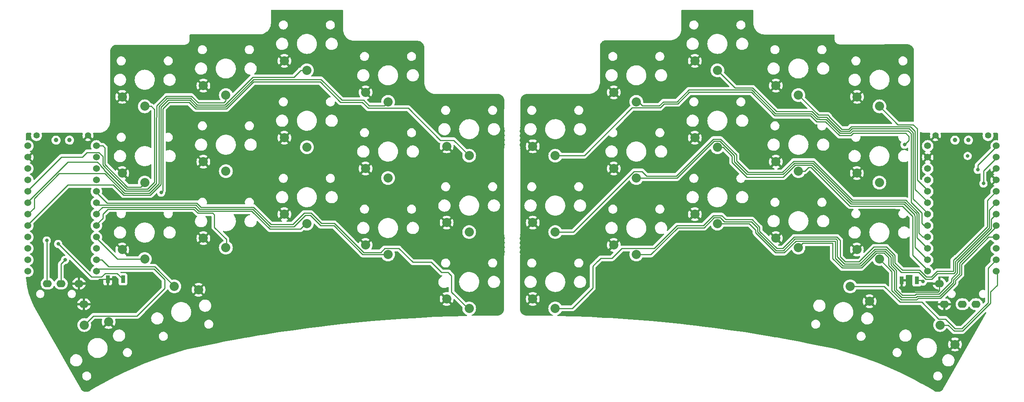
<source format=gbr>
%TF.GenerationSoftware,KiCad,Pcbnew,(6.0.2)*%
%TF.CreationDate,2022-03-10T12:39:36+08:00*%
%TF.ProjectId,sweepv2.1,73776565-7076-4322-9e31-2e6b69636164,rev?*%
%TF.SameCoordinates,Original*%
%TF.FileFunction,Copper,L1,Top*%
%TF.FilePolarity,Positive*%
%FSLAX46Y46*%
G04 Gerber Fmt 4.6, Leading zero omitted, Abs format (unit mm)*
G04 Created by KiCad (PCBNEW (6.0.2)) date 2022-03-10 12:39:36*
%MOMM*%
%LPD*%
G01*
G04 APERTURE LIST*
%TA.AperFunction,ComponentPad*%
%ADD10C,1.524000*%
%TD*%
%TA.AperFunction,ComponentPad*%
%ADD11O,2.000000X1.600000*%
%TD*%
%TA.AperFunction,ComponentPad*%
%ADD12C,2.032000*%
%TD*%
%TA.AperFunction,SMDPad,CuDef*%
%ADD13R,0.900000X1.700000*%
%TD*%
%TA.AperFunction,ComponentPad*%
%ADD14C,1.397000*%
%TD*%
%TA.AperFunction,WasherPad*%
%ADD15C,1.000000*%
%TD*%
%TA.AperFunction,ViaPad*%
%ADD16C,0.800000*%
%TD*%
%TA.AperFunction,Conductor*%
%ADD17C,0.250000*%
%TD*%
G04 APERTURE END LIST*
D10*
%TO.P,U1,1*%
%TO.N,Switch10*%
X237789400Y-53086000D03*
%TO.P,U1,2*%
%TO.N,Switch18*%
X237789400Y-55626000D03*
%TO.P,U1,3*%
%TO.N,gnd*%
X237789400Y-58166000D03*
%TO.P,U1,4*%
X237789400Y-60706000D03*
%TO.P,U1,5*%
%TO.N,Switch11*%
X237789400Y-63246000D03*
%TO.P,U1,6*%
%TO.N,Switch12*%
X237789400Y-65786000D03*
%TO.P,U1,7*%
%TO.N,Switch13*%
X237789400Y-68326000D03*
%TO.P,U1,8*%
%TO.N,Switch14*%
X237789400Y-70866000D03*
%TO.P,U1,9*%
%TO.N,Switch15*%
X237789400Y-73406000D03*
%TO.P,U1,10*%
%TO.N,Switch1*%
X237789400Y-75946000D03*
%TO.P,U1,11*%
%TO.N,Switch16*%
X237789400Y-78486000D03*
%TO.P,U1,12*%
%TO.N,Switch17*%
X237789400Y-81026000D03*
%TO.P,U1,13*%
%TO.N,Switch9*%
X222569400Y-81026000D03*
%TO.P,U1,14*%
%TO.N,Switch8*%
X222569400Y-78486000D03*
%TO.P,U1,15*%
%TO.N,Switch7*%
X222569400Y-75946000D03*
%TO.P,U1,16*%
%TO.N,Switch6*%
X222569400Y-73406000D03*
%TO.P,U1,17*%
%TO.N,Switch2*%
X222569400Y-70866000D03*
%TO.P,U1,18*%
%TO.N,Switch3*%
X222569400Y-68326000D03*
%TO.P,U1,19*%
%TO.N,Switch4*%
X222569400Y-65786000D03*
%TO.P,U1,20*%
%TO.N,Switch5*%
X222569400Y-63246000D03*
%TO.P,U1,21*%
%TO.N,vcc*%
X222569400Y-60706000D03*
%TO.P,U1,22*%
%TO.N,reset*%
X222569400Y-58166000D03*
%TO.P,U1,23*%
%TO.N,gnd*%
X222569400Y-55626000D03*
%TO.P,U1,24*%
%TO.N,raw*%
X222569400Y-53086000D03*
%TD*%
D11*
%TO.P,J2,R1*%
%TO.N,Switch18*%
X230274000Y-88352000D03*
%TO.P,J2,R2*%
%TO.N,vcc*%
X233274000Y-88352000D03*
%TO.P,J2,S*%
%TO.N,gnd*%
X225174000Y-83752000D03*
%TO.P,J2,T*%
X226274000Y-88352000D03*
%TD*%
D12*
%TO.P,SW16,1*%
%TO.N,Switch13*%
X175856000Y-70416000D03*
%TO.P,SW16,2*%
%TO.N,gnd*%
X170856000Y-68316000D03*
%TD*%
%TO.P,SW20,1*%
%TO.N,Switch17*%
X225336000Y-92972450D03*
%TO.P,SW20,2*%
%TO.N,gnd*%
X228616127Y-97291103D03*
%TD*%
%TO.P,SW15,1*%
%TO.N,Switch12*%
X157856000Y-77274000D03*
%TO.P,SW15,2*%
%TO.N,gnd*%
X152856000Y-75174000D03*
%TD*%
%TO.P,SW21,1*%
%TO.N,Switch16*%
X205353032Y-84383038D03*
%TO.P,SW21,2*%
%TO.N,gnd*%
X209639142Y-87705577D03*
%TD*%
%TO.P,SW17,1*%
%TO.N,Switch14*%
X193856000Y-75750000D03*
%TO.P,SW17,2*%
%TO.N,gnd*%
X188856000Y-73650000D03*
%TD*%
%TO.P,SW18,1*%
%TO.N,Switch15*%
X211836000Y-78290000D03*
%TO.P,SW18,2*%
%TO.N,gnd*%
X206836000Y-76190000D03*
%TD*%
%TO.P,SW4,1*%
%TO.N,Switch3*%
X175856000Y-36282000D03*
%TO.P,SW4,2*%
%TO.N,gnd*%
X170856000Y-34182000D03*
%TD*%
%TO.P,SW3,1*%
%TO.N,Switch2*%
X157856000Y-43282000D03*
%TO.P,SW3,2*%
%TO.N,gnd*%
X152856000Y-41182000D03*
%TD*%
%TO.P,SW9,1*%
%TO.N,Switch7*%
X157856000Y-60256000D03*
%TO.P,SW9,2*%
%TO.N,gnd*%
X152856000Y-58156000D03*
%TD*%
%TO.P,SW14,1*%
%TO.N,Switch11*%
X139856000Y-89282000D03*
%TO.P,SW14,2*%
%TO.N,gnd*%
X134856000Y-87182000D03*
%TD*%
%TO.P,SW12,1*%
%TO.N,Switch10*%
X211836000Y-61272000D03*
%TO.P,SW12,2*%
%TO.N,gnd*%
X206836000Y-59172000D03*
%TD*%
%TO.P,SW11,1*%
%TO.N,Switch9*%
X193856000Y-58732000D03*
%TO.P,SW11,2*%
%TO.N,gnd*%
X188856000Y-56632000D03*
%TD*%
%TO.P,SW8,1*%
%TO.N,Switch6*%
X139856000Y-72282000D03*
%TO.P,SW8,2*%
%TO.N,gnd*%
X134856000Y-70182000D03*
%TD*%
%TO.P,SW6,1*%
%TO.N,Switch5*%
X211856000Y-44282000D03*
%TO.P,SW6,2*%
%TO.N,gnd*%
X206856000Y-42182000D03*
%TD*%
%TO.P,SW5,1*%
%TO.N,Switch4*%
X193856000Y-41782000D03*
%TO.P,SW5,2*%
%TO.N,gnd*%
X188856000Y-39682000D03*
%TD*%
%TO.P,SW2,1*%
%TO.N,Switch1*%
X139856000Y-55282000D03*
%TO.P,SW2,2*%
%TO.N,gnd*%
X134856000Y-53182000D03*
%TD*%
D13*
%TO.P,RSW1,1*%
%TO.N,gnd*%
X216740000Y-83058000D03*
%TO.P,RSW1,2*%
%TO.N,reset*%
X220140000Y-83058000D03*
%TD*%
D12*
%TO.P,SW10,1*%
%TO.N,Switch8*%
X175856000Y-53398000D03*
%TO.P,SW10,2*%
%TO.N,gnd*%
X170856000Y-51298000D03*
%TD*%
D14*
%TO.P,Bat+r1,1*%
%TO.N,BT+_r*%
X235966000Y-50800000D03*
%TD*%
%TO.P,BatGND1,1*%
%TO.N,gnd*%
X224282000Y-50800000D03*
%TD*%
D10*
%TO.P,U2,1*%
%TO.N,Switch10_r*%
X37937400Y-53086000D03*
%TO.P,U2,2*%
%TO.N,Switch18_r*%
X37937400Y-55626000D03*
%TO.P,U2,3*%
%TO.N,gnd*%
X37937400Y-58166000D03*
%TO.P,U2,4*%
X37937400Y-60706000D03*
%TO.P,U2,5*%
%TO.N,Switch11_r*%
X37937400Y-63246000D03*
%TO.P,U2,6*%
%TO.N,Switch12_r*%
X37937400Y-65786000D03*
%TO.P,U2,7*%
%TO.N,Switch13_r*%
X37937400Y-68326000D03*
%TO.P,U2,8*%
%TO.N,Switch14_r*%
X37937400Y-70866000D03*
%TO.P,U2,9*%
%TO.N,Switch15_r*%
X37937400Y-73406000D03*
%TO.P,U2,10*%
%TO.N,Switch1_r*%
X37937400Y-75946000D03*
%TO.P,U2,11*%
%TO.N,Switch16_r*%
X37937400Y-78486000D03*
%TO.P,U2,12*%
%TO.N,Switch17_r*%
X37937400Y-81026000D03*
%TO.P,U2,13*%
%TO.N,Switch9_r*%
X22717400Y-81026000D03*
%TO.P,U2,14*%
%TO.N,Switch8_r*%
X22717400Y-78486000D03*
%TO.P,U2,15*%
%TO.N,Switch7_r*%
X22717400Y-75946000D03*
%TO.P,U2,16*%
%TO.N,Switch6_r*%
X22717400Y-73406000D03*
%TO.P,U2,17*%
%TO.N,Switch2_r*%
X22717400Y-70866000D03*
%TO.P,U2,18*%
%TO.N,Switch3_r*%
X22717400Y-68326000D03*
%TO.P,U2,19*%
%TO.N,Switch4_r*%
X22717400Y-65786000D03*
%TO.P,U2,20*%
%TO.N,Switch5_r*%
X22717400Y-63246000D03*
%TO.P,U2,21*%
%TO.N,vcc*%
X22717400Y-60706000D03*
%TO.P,U2,22*%
%TO.N,reset_r*%
X22717400Y-58166000D03*
%TO.P,U2,23*%
%TO.N,gnd*%
X22717400Y-55626000D03*
%TO.P,U2,24*%
%TO.N,raw*%
X22717400Y-53086000D03*
%TD*%
D11*
%TO.P,J1,R1*%
%TO.N,Switch18_r*%
X30076000Y-83752000D03*
%TO.P,J1,R2*%
%TO.N,vcc*%
X27076000Y-83752000D03*
%TO.P,J1,S*%
%TO.N,gnd*%
X35176000Y-88352000D03*
%TO.P,J1,T*%
X34076000Y-83752000D03*
%TD*%
D12*
%TO.P,SW17_r1,1*%
%TO.N,Switch15_r*%
X48686000Y-78290000D03*
%TO.P,SW17_r1,2*%
%TO.N,gnd*%
X43686000Y-76190000D03*
%TD*%
%TO.P,SW11_r1,1*%
%TO.N,Switch9_r*%
X66700000Y-58732000D03*
%TO.P,SW11_r1,2*%
%TO.N,gnd*%
X61700000Y-56632000D03*
%TD*%
%TO.P,SW15_r1,1*%
%TO.N,Switch13_r*%
X84688000Y-70416000D03*
%TO.P,SW15_r1,2*%
%TO.N,gnd*%
X79688000Y-68316000D03*
%TD*%
%TO.P,SW18_r1,1*%
%TO.N,Switch12_r*%
X102714000Y-77274000D03*
%TO.P,SW18_r1,2*%
%TO.N,gnd*%
X97714000Y-75174000D03*
%TD*%
%TO.P,SW6_r1,1*%
%TO.N,Switch5_r*%
X48686000Y-44282000D03*
%TO.P,SW6_r1,2*%
%TO.N,gnd*%
X43686000Y-42182000D03*
%TD*%
%TO.P,SW5_r1,1*%
%TO.N,Switch4_r*%
X66700000Y-41782000D03*
%TO.P,SW5_r1,2*%
%TO.N,gnd*%
X61700000Y-39682000D03*
%TD*%
%TO.P,SW2_r1,1*%
%TO.N,Switch1_r*%
X120732000Y-55282000D03*
%TO.P,SW2_r1,2*%
%TO.N,gnd*%
X115732000Y-53182000D03*
%TD*%
%TO.P,SW16_r1,1*%
%TO.N,Switch14_r*%
X66700000Y-75750000D03*
%TO.P,SW16_r1,2*%
%TO.N,gnd*%
X61700000Y-73650000D03*
%TD*%
%TO.P,SW4_r1,1*%
%TO.N,Switch3_r*%
X84688000Y-36282000D03*
%TO.P,SW4_r1,2*%
%TO.N,gnd*%
X79688000Y-34182000D03*
%TD*%
%TO.P,SW13_r1,1*%
%TO.N,Switch11_r*%
X120732000Y-89282000D03*
%TO.P,SW13_r1,2*%
%TO.N,gnd*%
X115732000Y-87182000D03*
%TD*%
%TO.P,SW12_r1,1*%
%TO.N,Switch10_r*%
X48686000Y-61272000D03*
%TO.P,SW12_r1,2*%
%TO.N,gnd*%
X43686000Y-59172000D03*
%TD*%
%TO.P,SW3_r1,1*%
%TO.N,Switch2_r*%
X102714000Y-43282000D03*
%TO.P,SW3_r1,2*%
%TO.N,gnd*%
X97714000Y-41182000D03*
%TD*%
%TO.P,SW8_r1,1*%
%TO.N,Switch7_r*%
X102714000Y-60256000D03*
%TO.P,SW8_r1,2*%
%TO.N,gnd*%
X97714000Y-58156000D03*
%TD*%
%TO.P,SW21_r1,1*%
%TO.N,Switch16_r*%
X55250968Y-84383038D03*
%TO.P,SW21_r1,2*%
%TO.N,gnd*%
X60624117Y-85117387D03*
%TD*%
%TO.P,SW9_r1,1*%
%TO.N,Switch8_r*%
X84688000Y-53398000D03*
%TO.P,SW9_r1,2*%
%TO.N,gnd*%
X79688000Y-51298000D03*
%TD*%
%TO.P,SW20_r1,1*%
%TO.N,Switch17_r*%
X35268000Y-92972450D03*
%TO.P,SW20_r1,2*%
%TO.N,gnd*%
X40648127Y-92291103D03*
%TD*%
%TO.P,SW7_r1,1*%
%TO.N,Switch6_r*%
X120732000Y-72282000D03*
%TO.P,SW7_r1,2*%
%TO.N,gnd*%
X115732000Y-70182000D03*
%TD*%
D14*
%TO.P,BatGND4,1*%
%TO.N,gnd*%
X36068000Y-50800000D03*
%TD*%
%TO.P,Bat+1,1*%
%TO.N,BT+*%
X24638000Y-50800000D03*
%TD*%
D13*
%TO.P,RSW2,1*%
%TO.N,gnd*%
X40464000Y-82804000D03*
%TO.P,RSW2,2*%
%TO.N,reset_r*%
X43864000Y-82804000D03*
%TD*%
D15*
%TO.P,SW_POWERR1,*%
%TO.N,*%
X231624000Y-51816000D03*
X228624000Y-51816000D03*
%TD*%
%TO.P,SW_POWER1,*%
%TO.N,*%
X28980000Y-51816000D03*
X31980000Y-51816000D03*
%TD*%
D16*
%TO.N,vcc*%
X26924000Y-74168000D03*
%TO.N,Switch18*%
X234950000Y-61468000D03*
%TO.N,reset*%
X221488000Y-83312000D03*
%TO.N,Switch1*%
X217424000Y-52832000D03*
%TO.N,Switch10*%
X233680000Y-58420000D03*
%TO.N,BT+_r*%
X231437000Y-55329000D03*
%TO.N,Switch18_r*%
X30988000Y-78486000D03*
%TO.N,reset_r*%
X29464000Y-74930000D03*
%TO.N,Switch1_r*%
X52324000Y-63500000D03*
%TD*%
D17*
%TO.N,gnd*%
X224857600Y-85653170D02*
X225174000Y-85336770D01*
X225174000Y-85336770D02*
X225174000Y-83552000D01*
X216740000Y-83058000D02*
X216740000Y-84758000D01*
X216740000Y-85544770D02*
X216848400Y-85653170D01*
X216848400Y-85653170D02*
X224857600Y-85653170D01*
X225204000Y-83522000D02*
X225174000Y-83552000D01*
X216740000Y-84758000D02*
X216740000Y-85544770D01*
X40406010Y-82746010D02*
X40464000Y-82804000D01*
X34076000Y-83552000D02*
X37802010Y-83552000D01*
X37802010Y-83552000D02*
X38608000Y-82746010D01*
X38608000Y-82746010D02*
X40406010Y-82746010D01*
%TO.N,vcc*%
X26924000Y-83400000D02*
X27076000Y-83552000D01*
X26924000Y-74168000D02*
X26924000Y-83400000D01*
%TO.N,Switch18*%
X237989400Y-55626000D02*
X234950000Y-58665400D01*
X234950000Y-58665400D02*
X234950000Y-61468000D01*
%TO.N,reset*%
X220140000Y-83058000D02*
X221234000Y-83058000D01*
X221234000Y-83058000D02*
X221488000Y-83312000D01*
%TO.N,Switch1*%
X164039990Y-43732010D02*
X167057719Y-43732009D01*
X188603200Y-46366020D02*
X196530790Y-46366020D01*
X205486000Y-50800000D02*
X205994000Y-50292000D01*
X139856000Y-55282000D02*
X146295954Y-55282000D01*
X218417960Y-51838040D02*
X217424000Y-52832000D01*
X146295954Y-55282000D02*
X156954953Y-44623001D01*
X205994000Y-50292000D02*
X217678000Y-50292000D01*
X169641728Y-41148000D02*
X183385180Y-41148000D01*
X202946000Y-50800000D02*
X205486000Y-50800000D01*
X197858780Y-47694010D02*
X199840010Y-47694010D01*
X237675495Y-76259905D02*
X237989400Y-75946000D01*
X217678000Y-50292000D02*
X218417960Y-51031960D01*
X196530790Y-46366020D02*
X197858780Y-47694010D01*
X156954953Y-44623001D02*
X163148999Y-44623001D01*
X218417960Y-51031960D02*
X218417960Y-51838040D01*
X199840010Y-47694010D02*
X202946000Y-50800000D01*
X183385180Y-41148000D02*
X188603200Y-46366020D01*
X217424000Y-52832000D02*
X217424000Y-52832000D01*
X163148999Y-44623001D02*
X164039990Y-43732010D01*
X167057719Y-43732009D02*
X169641728Y-41148000D01*
%TO.N,Switch2*%
X203074410Y-50292000D02*
X205357590Y-50292000D01*
X205933189Y-49716401D02*
X218243991Y-49716401D01*
X218867970Y-50340380D02*
X218867970Y-65705970D01*
X200026411Y-47244001D02*
X203074410Y-50292000D01*
X159234991Y-44172991D02*
X162962599Y-44172991D01*
X163853591Y-43282001D02*
X166871317Y-43282001D01*
X157856000Y-43282000D02*
X158344000Y-43282000D01*
X169513318Y-40640000D02*
X183513590Y-40640000D01*
X205357590Y-50292000D02*
X205933189Y-49716401D01*
X166871317Y-43282001D02*
X169513318Y-40640000D01*
X162962599Y-44172991D02*
X163853591Y-43282001D01*
X158344000Y-43282000D02*
X159234991Y-44172991D01*
X218243991Y-49716401D02*
X218867970Y-50340380D01*
X221234000Y-70358000D02*
X221742000Y-70866000D01*
X218867970Y-65705970D02*
X221234000Y-68072000D01*
X221234000Y-68072000D02*
X221234000Y-70358000D01*
X221742000Y-70866000D02*
X222569400Y-70866000D01*
X198553180Y-47244000D02*
X200026411Y-47244001D01*
X198463590Y-47154410D02*
X198553180Y-47244000D01*
X196717190Y-45916010D02*
X197955590Y-47154410D01*
X183513590Y-40640000D02*
X188789600Y-45916010D01*
X188789600Y-45916010D02*
X196717190Y-45916010D01*
X197955590Y-47154410D02*
X198463590Y-47154410D01*
%TO.N,Switch3*%
X219317980Y-64874580D02*
X222769400Y-68326000D01*
X188976000Y-45466000D02*
X196903590Y-45466000D01*
X179763990Y-40189990D02*
X183699990Y-40189990D01*
X198115600Y-46678010D02*
X200209990Y-46678010D01*
X218430392Y-49266392D02*
X219317980Y-50153980D01*
X183699990Y-40189990D02*
X188976000Y-45466000D01*
X205171190Y-49841990D02*
X205746788Y-49266392D01*
X219317980Y-50153980D02*
X219317980Y-64874580D01*
X196903590Y-45466000D02*
X198115600Y-46678010D01*
X175856000Y-36282000D02*
X179763990Y-40189990D01*
X205746788Y-49266392D02*
X218430392Y-49266392D01*
X203260810Y-49841990D02*
X205171190Y-49841990D01*
X200209990Y-46678010D02*
X200209990Y-46791170D01*
X200209990Y-46791170D02*
X203260810Y-49841990D01*
%TO.N,Switch4*%
X193856000Y-41782000D02*
X198302000Y-46228000D01*
X219767990Y-49841990D02*
X219767990Y-62784590D01*
X203447210Y-49391980D02*
X204984790Y-49391980D01*
X205560388Y-48816382D02*
X218742382Y-48816382D01*
X218742382Y-48816382D02*
X219767990Y-49841990D01*
X200660000Y-46491610D02*
X200660000Y-46604770D01*
X200396391Y-46228001D02*
X200660000Y-46491610D01*
X204984790Y-49391980D02*
X205560388Y-48816382D01*
X219767990Y-62784590D02*
X222769400Y-65786000D01*
X198302000Y-46228000D02*
X200396391Y-46228001D01*
X200660000Y-46604770D02*
X203447210Y-49391980D01*
%TO.N,Switch5*%
X220218000Y-49276000D02*
X220218000Y-60694600D01*
X211856000Y-44282000D02*
X215940372Y-48366372D01*
X215940372Y-48366372D02*
X219308372Y-48366372D01*
X220218000Y-60694600D02*
X222769400Y-63246000D01*
X219308372Y-48366372D02*
X220218000Y-49276000D01*
%TO.N,Switch6*%
X190290508Y-58985990D02*
X192785520Y-56490980D01*
X160135990Y-59805990D02*
X166738918Y-59805990D01*
X157339659Y-58787659D02*
X159117659Y-58787659D01*
X139856000Y-72282000D02*
X143845318Y-72282000D01*
X143845318Y-72282000D02*
X157339659Y-58787659D01*
X180097546Y-55106454D02*
X180097546Y-56399546D01*
X197209801Y-56490981D02*
X205858801Y-65139981D01*
X176598082Y-51606990D02*
X180097546Y-55106454D01*
X217665571Y-65139981D02*
X220534795Y-68009205D01*
X182683990Y-58985990D02*
X190290508Y-58985990D01*
X220534795Y-68009205D02*
X220610020Y-68084430D01*
X220610020Y-68084430D02*
X220610020Y-72528020D01*
X159117659Y-58787659D02*
X160135990Y-59805990D01*
X174937919Y-51606989D02*
X176598082Y-51606990D01*
X166738918Y-59805990D02*
X174937919Y-51606989D01*
X205858801Y-65139981D02*
X217665571Y-65139981D01*
X220610020Y-72528020D02*
X221488000Y-73406000D01*
X221488000Y-73406000D02*
X222569400Y-73406000D01*
X192785520Y-56490980D02*
X197209801Y-56490981D01*
X180097546Y-56399546D02*
X182683990Y-58985990D01*
%TO.N,Switch7*%
X205672400Y-65589990D02*
X217479171Y-65589991D01*
X219962590Y-68073410D02*
X220160010Y-68270830D01*
X220160010Y-68270830D02*
X220160010Y-73536610D01*
X217479171Y-65589991D02*
X219962590Y-68073410D01*
X220160010Y-73536610D02*
X222569400Y-75946000D01*
X179578000Y-55223318D02*
X179578000Y-56571590D01*
X197023400Y-56940990D02*
X205672400Y-65589990D01*
X166925318Y-60256000D02*
X175124319Y-52056999D01*
X192971919Y-56940989D02*
X197023400Y-56940990D01*
X175124319Y-52056999D02*
X176411681Y-52056999D01*
X190476908Y-59436000D02*
X192971919Y-56940989D01*
X157856000Y-60256000D02*
X166925318Y-60256000D01*
X182442410Y-59436000D02*
X190476908Y-59436000D01*
X179578000Y-56571590D02*
X182442410Y-59436000D01*
X176411681Y-52056999D02*
X179578000Y-55223318D01*
%TO.N,Switch8*%
X177116272Y-53398000D02*
X179127990Y-55409718D01*
X219710000Y-75626600D02*
X222569400Y-78486000D01*
X182443001Y-60073001D02*
X190476317Y-60073001D01*
X179127990Y-56757990D02*
X182443001Y-60073001D01*
X193158319Y-57390999D02*
X196836999Y-57390999D01*
X175768000Y-53398000D02*
X177116272Y-53398000D01*
X219644385Y-68391615D02*
X219644385Y-68639975D01*
X190476317Y-60073001D02*
X193158319Y-57390999D01*
X196836999Y-57390999D02*
X205486000Y-66040000D01*
X219644385Y-68639975D02*
X219710000Y-68705590D01*
X217292770Y-66040000D02*
X219644385Y-68391615D01*
X179127990Y-55409718D02*
X179127990Y-56757990D01*
X219710000Y-68705590D02*
X219710000Y-75626600D01*
X205486000Y-66040000D02*
X217292770Y-66040000D01*
%TO.N,Switch9*%
X195238840Y-58732000D02*
X196129831Y-57841009D01*
X221747700Y-80004300D02*
X222769400Y-81026000D01*
X219202000Y-68834000D02*
X219202000Y-77458600D01*
X215588010Y-66490010D02*
X215646000Y-66548000D01*
X205299600Y-66490010D02*
X215588010Y-66490010D01*
X193802000Y-58732000D02*
X195238840Y-58732000D01*
X196129831Y-57841009D02*
X196650599Y-57841009D01*
X219202000Y-77458600D02*
X221747700Y-80004300D01*
X196650599Y-57841009D02*
X205299600Y-66490010D01*
X216916000Y-66548000D02*
X219202000Y-68834000D01*
X215646000Y-66548000D02*
X216916000Y-66548000D01*
%TO.N,Switch10*%
X237989400Y-53086000D02*
X233680000Y-57395400D01*
X233680000Y-57395400D02*
X233680000Y-58420000D01*
%TO.N,Switch11*%
X203142010Y-77791600D02*
X203142010Y-74107190D01*
X210633118Y-75598972D02*
X207318120Y-78913970D01*
X228600000Y-78232000D02*
X228694950Y-78232000D01*
X203142010Y-74107190D02*
X202418793Y-73383973D01*
X228808717Y-78023283D02*
X228600000Y-78232000D01*
X216916000Y-80772000D02*
X215276020Y-79132020D01*
X222250000Y-82296000D02*
X220726000Y-80772000D01*
X177719978Y-69515978D02*
X176828989Y-68624989D01*
X228256865Y-78575135D02*
X228256865Y-80986725D01*
X235802379Y-71124571D02*
X235802379Y-65233021D01*
X154641841Y-75932999D02*
X152441260Y-78133580D01*
X202418793Y-73383973D02*
X192910526Y-73383972D01*
X223366176Y-82296000D02*
X222250000Y-82296000D01*
X192910526Y-73383972D02*
X190348498Y-75946000D01*
X228217590Y-81026000D02*
X224636176Y-81026000D01*
X224636176Y-81026000D02*
X223366176Y-82296000D01*
X228256865Y-80986725D02*
X228217590Y-81026000D01*
X185234659Y-72067341D02*
X185234659Y-71188659D01*
X228694950Y-78232000D02*
X235802379Y-71124571D01*
X190348498Y-75946000D02*
X189113318Y-75946000D01*
X143636000Y-89282000D02*
X139856000Y-89282000D01*
X213424204Y-75598972D02*
X210633118Y-75598972D01*
X149310740Y-78781260D02*
X149253580Y-78781260D01*
X228922887Y-78023283D02*
X228808717Y-78023283D01*
X185234659Y-71188659D02*
X183561978Y-69515978D01*
X189113318Y-75946000D02*
X185234659Y-72067341D01*
X207318120Y-78913970D02*
X204264380Y-78913970D01*
X220726000Y-80772000D02*
X216916000Y-80772000D01*
X228600000Y-78232000D02*
X228256865Y-78575135D01*
X204264380Y-78913970D02*
X203142010Y-77791600D01*
X235802379Y-65233021D02*
X237789400Y-63246000D01*
X215276020Y-77450788D02*
X213424204Y-75598972D01*
X215276020Y-79132020D02*
X215276020Y-77450788D01*
X183561978Y-69515978D02*
X177719978Y-69515978D01*
X176828989Y-68624989D02*
X174937919Y-68624989D01*
X149253580Y-78781260D02*
X148180420Y-79854420D01*
X148180420Y-84737580D02*
X143636000Y-89282000D01*
X148180420Y-79854420D02*
X148180420Y-84737580D01*
X174937919Y-68624989D02*
X172708454Y-70854454D01*
X172708454Y-70854454D02*
X166889546Y-70854454D01*
X166889546Y-70854454D02*
X161811001Y-75932999D01*
X161811001Y-75932999D02*
X154641841Y-75932999D01*
X152441260Y-78133580D02*
X149958420Y-78133580D01*
X149958420Y-78133580D02*
X149310740Y-78781260D01*
%TO.N,Switch12*%
X236252389Y-67323011D02*
X237789400Y-65786000D01*
X214826010Y-77637188D02*
X214826010Y-79370780D01*
X236252389Y-71330191D02*
X236252389Y-67323011D01*
X213237803Y-76048981D02*
X214826010Y-77637188D01*
X229109287Y-78473293D02*
X236252389Y-71330191D01*
X210819520Y-76048980D02*
X213237803Y-76048981D01*
X222108883Y-82791293D02*
X223507293Y-82791293D01*
X229090067Y-78473293D02*
X229109287Y-78473293D01*
X223507293Y-82791293D02*
X224764586Y-81534000D01*
X228706875Y-81173125D02*
X228706875Y-78856485D01*
X216698615Y-81243385D02*
X220560975Y-81243385D01*
X175124319Y-69074999D02*
X176543001Y-69074999D01*
X183272012Y-69965988D02*
X183375578Y-69965988D01*
X176543001Y-69074999D02*
X176543001Y-69101001D01*
X188926918Y-76396010D02*
X190534898Y-76396010D01*
X183272009Y-69965991D02*
X183272012Y-69965988D01*
X177407990Y-69965990D02*
X178298401Y-69965991D01*
X178298401Y-69965991D02*
X183272009Y-69965991D01*
X161106410Y-77274000D02*
X167075946Y-71304464D01*
X190534898Y-76396010D02*
X193096926Y-73833982D01*
X193096926Y-73833982D02*
X202232392Y-73833982D01*
X157856000Y-77274000D02*
X161106410Y-77274000D01*
X202496002Y-74097592D02*
X202496002Y-74480002D01*
X202232392Y-73833982D02*
X202496002Y-74097592D01*
X228346000Y-81534000D02*
X228706875Y-81173125D01*
X167075946Y-71304464D02*
X172894854Y-71304464D01*
X172894854Y-71304464D02*
X175124319Y-69074999D01*
X207504520Y-79363980D02*
X210819520Y-76048980D01*
X224764586Y-81534000D02*
X228346000Y-81534000D01*
X183375578Y-69965988D02*
X184784649Y-71375059D01*
X184784649Y-72253741D02*
X188926918Y-76396010D01*
X204077980Y-79363980D02*
X207504520Y-79363980D01*
X214826010Y-79370780D02*
X216698615Y-81243385D01*
X202496002Y-77782002D02*
X204077980Y-79363980D01*
X220560975Y-81243385D02*
X222108883Y-82791293D01*
X202496002Y-74363998D02*
X202496002Y-74480002D01*
X176543001Y-69101001D02*
X177407990Y-69965990D01*
X202496002Y-74480002D02*
X202496002Y-77782002D01*
X228706875Y-78856485D02*
X229090067Y-78473293D01*
X184784649Y-71375059D02*
X184784649Y-72253741D01*
%TO.N,Switch13*%
X237789400Y-68326000D02*
X236702399Y-69413001D01*
X207690918Y-79813990D02*
X203765990Y-79813990D01*
X227831210Y-82685200D02*
X227831210Y-83315970D01*
X193283326Y-74283992D02*
X190721298Y-76846020D01*
X225044000Y-86103180D02*
X219966820Y-86103180D01*
X215588010Y-85029190D02*
X215588010Y-82607990D01*
X211005919Y-76498989D02*
X207690918Y-79813990D01*
X219966820Y-86103180D02*
X219710000Y-86360000D01*
X202045992Y-74283992D02*
X193283326Y-74283992D01*
X202045992Y-78093992D02*
X202045992Y-74283992D01*
X215588010Y-82607990D02*
X215623215Y-82572785D01*
X188740518Y-76846020D02*
X184334640Y-72440142D01*
X214376000Y-79557180D02*
X214376000Y-77823588D01*
X214376000Y-77823588D02*
X213051402Y-76498990D01*
X215623215Y-80804395D02*
X214376000Y-79557180D01*
X219710000Y-86360000D02*
X216918820Y-86360000D01*
X184334639Y-71812639D02*
X182938000Y-70416000D01*
X215623215Y-82572785D02*
X215623215Y-80804395D01*
X213051402Y-76498990D02*
X211005919Y-76498989D01*
X184334640Y-72440142D02*
X184334639Y-71812639D01*
X237714572Y-68326000D02*
X237989400Y-68326000D01*
X190721298Y-76846020D02*
X188740518Y-76846020D01*
X236702399Y-71516591D02*
X229176105Y-79042885D01*
X236702399Y-69413001D02*
X236702399Y-71516591D01*
X229156885Y-79042885D02*
X229156884Y-81359526D01*
X229156884Y-81359526D02*
X227831210Y-82685200D01*
X216918820Y-86360000D02*
X215588010Y-85029190D01*
X229176105Y-79042885D02*
X229156885Y-79042885D01*
X225804590Y-85342590D02*
X225677590Y-85469590D01*
X225677590Y-85469590D02*
X225044000Y-86103180D01*
X227831210Y-83315970D02*
X225677590Y-85469590D01*
X203765990Y-79813990D02*
X202045992Y-78093992D01*
X182938000Y-70416000D02*
X175768000Y-70416000D01*
%TO.N,Switch14*%
X229606893Y-81545927D02*
X229606893Y-81289107D01*
X229606893Y-81289107D02*
X229606895Y-81289105D01*
X229606895Y-79248505D02*
X229606895Y-81289105D01*
X229606895Y-79248505D02*
X229606893Y-81545927D01*
X237989400Y-70866000D02*
X229606895Y-79248505D01*
X215173205Y-82260795D02*
X215138000Y-82296000D01*
X213903205Y-79720795D02*
X215173205Y-80990795D01*
X211192319Y-76948999D02*
X212865001Y-76948999D01*
X215138000Y-85215590D02*
X216790410Y-86868000D01*
X225230400Y-86553190D02*
X228281220Y-83502370D01*
X203570002Y-80264000D02*
X207877318Y-80264000D01*
X219964000Y-86868000D02*
X220278810Y-86553190D01*
X228281220Y-83502370D02*
X228281220Y-82871600D01*
X193802000Y-75750000D02*
X194817999Y-74734001D01*
X213903205Y-77987203D02*
X213903205Y-79720795D01*
X201480001Y-78173999D02*
X203570002Y-80264000D01*
X201480001Y-74734001D02*
X201480001Y-78173999D01*
X212865001Y-76948999D02*
X213903205Y-77987203D01*
X215173205Y-80990795D02*
X215173205Y-82260795D01*
X207877318Y-80264000D02*
X211192319Y-76948999D01*
X215138000Y-82296000D02*
X215138000Y-85215590D01*
X228281220Y-82871600D02*
X229606893Y-81545927D01*
X216790410Y-86868000D02*
X219964000Y-86868000D01*
X220278810Y-86553190D02*
X225230400Y-86553190D01*
X194817999Y-74734001D02*
X201480001Y-74734001D01*
%TO.N,Switch15*%
X225933000Y-86487000D02*
X225416801Y-87003199D01*
X228731230Y-83058000D02*
X228731230Y-83697230D01*
X225933000Y-86487000D02*
X225941460Y-86487000D01*
X225416801Y-87003199D02*
X220465211Y-87003199D01*
X237989400Y-73406000D02*
X236085810Y-73406000D01*
X214601000Y-85315000D02*
X214601000Y-81055000D01*
X236085810Y-73406000D02*
X233104905Y-76386905D01*
X225941460Y-86487000D02*
X228731230Y-83697230D01*
X214601000Y-81055000D02*
X211836000Y-78290000D01*
X233104905Y-76386905D02*
X230056905Y-79434905D01*
X220465211Y-87003199D02*
X220092410Y-87376000D01*
X230056902Y-81732328D02*
X228731230Y-83058000D01*
X220092410Y-87376000D02*
X216662000Y-87376000D01*
X230056905Y-81601095D02*
X230056902Y-81732328D01*
X230056905Y-79434905D02*
X230056905Y-81601095D01*
X216662000Y-87376000D02*
X214601000Y-85315000D01*
X233104905Y-76386905D02*
X233231905Y-76259905D01*
%TO.N,Switch16*%
X224981449Y-91631449D02*
X226505449Y-91631449D01*
X235966000Y-88009590D02*
X235966000Y-85598000D01*
X235966000Y-85598000D02*
X235966000Y-85469590D01*
X237789400Y-78486000D02*
X235966000Y-80309400D01*
X235966000Y-80309400D02*
X235966000Y-85598000D01*
X230186795Y-93788795D02*
X235966000Y-88009590D01*
X205353032Y-84383038D02*
X212907038Y-84383038D01*
X226505449Y-91631449D02*
X228662795Y-93788795D01*
X228662795Y-93788795D02*
X230186795Y-93788795D01*
X221234000Y-87884000D02*
X224981449Y-91631449D01*
X216408000Y-87884000D02*
X221234000Y-87884000D01*
X212907038Y-84383038D02*
X216408000Y-87884000D01*
%TO.N,Switch17*%
X228520549Y-94313451D02*
X230298549Y-94313451D01*
X237989400Y-84082600D02*
X237989400Y-81026000D01*
X236474000Y-85598000D02*
X237989400Y-84082600D01*
X225336000Y-92972450D02*
X227084450Y-92972450D01*
X228425451Y-94313451D02*
X228520549Y-94313451D01*
X236474000Y-88138000D02*
X236474000Y-85598000D01*
X225336000Y-92972450D02*
X225336000Y-93002000D01*
X227084450Y-92972450D02*
X228425451Y-94313451D01*
X230298549Y-94313451D02*
X236474000Y-88138000D01*
%TO.N,Switch18_r*%
X30076000Y-83552000D02*
X30076000Y-79398000D01*
X30076000Y-79398000D02*
X30988000Y-78486000D01*
%TO.N,reset_r*%
X42536010Y-81476010D02*
X43864000Y-82804000D01*
X39086998Y-82296000D02*
X39906988Y-81476010D01*
X39906988Y-81476010D02*
X41713990Y-81476010D01*
X29464000Y-74930000D02*
X36830000Y-82296000D01*
X41713990Y-81476010D02*
X42536010Y-81476010D01*
X36830000Y-82296000D02*
X39086998Y-82296000D01*
%TO.N,Switch10_r*%
X44854328Y-62243010D02*
X47796990Y-62243010D01*
X47796990Y-62243010D02*
X48768000Y-61272000D01*
X39819659Y-57208341D02*
X44854328Y-62243010D01*
X39370000Y-53086000D02*
X39819659Y-53535659D01*
X39819659Y-53535659D02*
X39819659Y-57208341D01*
X37937400Y-53086000D02*
X39370000Y-53086000D01*
%TO.N,Switch11_r*%
X72415745Y-66724301D02*
X72823123Y-66724303D01*
X101081328Y-76823990D02*
X97281308Y-76823990D01*
X97281308Y-76823990D02*
X91127659Y-70670341D01*
X116103167Y-81305167D02*
X116103167Y-81254833D01*
X71804301Y-66724301D02*
X72415745Y-66724301D01*
X72415745Y-66724301D02*
X72419047Y-66720999D01*
X84074000Y-68072000D02*
X81534000Y-70612000D01*
X116103167Y-81254833D02*
X114579167Y-81254833D01*
X108204000Y-78994000D02*
X105142999Y-75932999D01*
X61136301Y-66724301D02*
X71804301Y-66724301D01*
X37737400Y-63246000D02*
X40331700Y-65840300D01*
X114579167Y-81254833D02*
X112318334Y-78994000D01*
X112318334Y-78994000D02*
X108204000Y-78994000D01*
X60252300Y-65840300D02*
X61136301Y-66724301D01*
X101972319Y-75932999D02*
X101081328Y-76823990D01*
X87884000Y-70358000D02*
X85598000Y-68072000D01*
X90806410Y-70358000D02*
X87884000Y-70358000D01*
X116814833Y-82016833D02*
X116103167Y-81305167D01*
X91118751Y-70670341D02*
X90806410Y-70358000D01*
X40331700Y-65840300D02*
X60252300Y-65840300D01*
X81534000Y-70612000D02*
X76710820Y-70612000D01*
X85598000Y-68072000D02*
X84074000Y-68072000D01*
X72823121Y-66724301D02*
X71804301Y-66724301D01*
X105142999Y-75932999D02*
X101972319Y-75932999D01*
X91127659Y-70670341D02*
X91118751Y-70670341D01*
X120650000Y-89466000D02*
X116814833Y-85630833D01*
X116814833Y-85630833D02*
X116814833Y-82016833D01*
X76710820Y-70612000D02*
X72823121Y-66724301D01*
%TO.N,Switch12_r*%
X38241710Y-66290310D02*
X60065900Y-66290310D01*
X97086000Y-77274000D02*
X102616000Y-77274000D01*
X87755590Y-70866000D02*
X90678000Y-70866000D01*
X84328000Y-68580000D02*
X85469590Y-68580000D01*
X72636722Y-67174312D02*
X76582410Y-71120000D01*
X37737400Y-65786000D02*
X38241710Y-66290310D01*
X60841689Y-67174311D02*
X72636722Y-67174312D01*
X85469590Y-68580000D02*
X87755590Y-70866000D01*
X76582410Y-71120000D02*
X81788000Y-71120000D01*
X60065900Y-66290310D02*
X60841689Y-67066099D01*
X90678000Y-70866000D02*
X97086000Y-77274000D01*
X81788000Y-71120000D02*
X84328000Y-68580000D01*
X60841689Y-67066099D02*
X60841689Y-67174311D01*
%TO.N,Switch13_r*%
X39323080Y-66740320D02*
X59771288Y-66740320D01*
X72450321Y-67624321D02*
X76454000Y-71628000D01*
X59771288Y-66740320D02*
X60645679Y-67614711D01*
X60645679Y-67624321D02*
X72450321Y-67624321D01*
X83270000Y-71628000D02*
X84736000Y-70162000D01*
X60645679Y-67614711D02*
X60645679Y-67624321D01*
X76454000Y-71628000D02*
X83270000Y-71628000D01*
X37737400Y-68326000D02*
X39323080Y-66740320D01*
%TO.N,Switch14_r*%
X39370000Y-68326000D02*
X40505670Y-67190330D01*
X60459279Y-68074331D02*
X63756331Y-68074331D01*
X37737400Y-70866000D02*
X39370000Y-69233400D01*
X63756331Y-68074331D02*
X64160167Y-68478167D01*
X39370000Y-69233400D02*
X39370000Y-68326000D01*
X40505670Y-67190330D02*
X59584888Y-67190330D01*
X64160167Y-71221833D02*
X66802000Y-73863666D01*
X66802000Y-73863666D02*
X66802000Y-76004000D01*
X59584888Y-67190330D02*
X59584888Y-67199940D01*
X59584888Y-67199940D02*
X60459279Y-68074331D01*
X64160167Y-68478167D02*
X64160167Y-71221833D01*
%TO.N,Switch15_r*%
X37737400Y-73406000D02*
X42621400Y-78290000D01*
X42621400Y-78290000D02*
X48686000Y-78290000D01*
%TO.N,Switch16_r*%
X40640000Y-80010000D02*
X50877930Y-80010000D01*
X50877930Y-80010000D02*
X51385930Y-80518000D01*
X39116000Y-78486000D02*
X40640000Y-80010000D01*
X37737400Y-78486000D02*
X39116000Y-78486000D01*
X51385930Y-80518000D02*
X55250968Y-84383038D01*
%TO.N,Switch17_r*%
X53086000Y-84836000D02*
X53086000Y-82854480D01*
X38245400Y-80518000D02*
X37737400Y-81026000D01*
X37290348Y-90950102D02*
X46971898Y-90950102D01*
X35268000Y-92972450D02*
X37290348Y-90950102D01*
X53086000Y-82854480D02*
X50749520Y-80518000D01*
X50749520Y-80518000D02*
X38245400Y-80518000D01*
X46971898Y-90950102D02*
X53086000Y-84836000D01*
%TO.N,Switch1_r*%
X120732000Y-55282000D02*
X117290999Y-51840999D01*
X66870050Y-44869450D02*
X59981040Y-44869450D01*
X58545590Y-43434000D02*
X54102000Y-43434000D01*
X96970010Y-43376010D02*
X92144010Y-43376010D01*
X114324999Y-51840999D02*
X107188000Y-44704000D01*
X98298000Y-44704000D02*
X96970010Y-43376010D01*
X59981040Y-44869450D02*
X58545590Y-43434000D01*
X72877502Y-38862000D02*
X66870050Y-44869450D01*
X52324000Y-63500000D02*
X52324000Y-63500000D01*
X92144010Y-43376010D02*
X87630000Y-38862000D01*
X38354000Y-75946000D02*
X37737400Y-75946000D01*
X52716020Y-44819980D02*
X52716020Y-63107980D01*
X117290999Y-51840999D02*
X114324999Y-51840999D01*
X107188000Y-44704000D02*
X98298000Y-44704000D01*
X87630000Y-38862000D02*
X72877502Y-38862000D01*
X54102000Y-43434000D02*
X52716020Y-44819980D01*
X52716020Y-63107980D02*
X52324000Y-63500000D01*
%TO.N,Switch2_r*%
X98474301Y-44118301D02*
X101877699Y-44118301D01*
X72823546Y-38279546D02*
X87809546Y-38279546D01*
X87809546Y-38279546D02*
X92456000Y-42926000D01*
X92456000Y-42926000D02*
X97282000Y-42926000D01*
X60167442Y-44419442D02*
X66683651Y-44419441D01*
X43950392Y-64043048D02*
X49890865Y-64043047D01*
X41700343Y-61793001D02*
X43950392Y-64043048D01*
X52266010Y-61667902D02*
X52266010Y-44510810D01*
X49890865Y-64043047D02*
X52266010Y-61667902D01*
X58674000Y-42926000D02*
X60167442Y-44419442D01*
X31590399Y-61793001D02*
X41700343Y-61793001D01*
X52266010Y-44510810D02*
X53850820Y-42926000D01*
X66683651Y-44419441D02*
X72823546Y-38279546D01*
X53850820Y-42926000D02*
X58674000Y-42926000D01*
X97282000Y-42926000D02*
X98474301Y-44118301D01*
X22517400Y-70866000D02*
X31590399Y-61793001D01*
X101877699Y-44118301D02*
X102714000Y-43282000D01*
%TO.N,Switch3_r*%
X53664420Y-42475990D02*
X51816000Y-44324410D01*
X24149905Y-66893495D02*
X22717400Y-68326000D01*
X51816000Y-61481502D02*
X49704464Y-63593038D01*
X29686809Y-59253001D02*
X24149905Y-64789905D01*
X49704464Y-63593038D02*
X44136791Y-63593039D01*
X24149905Y-64789905D02*
X24149905Y-66893495D01*
X72637146Y-37829536D02*
X66497250Y-43969432D01*
X44136791Y-63593039D02*
X39796753Y-59253001D01*
X81804464Y-37829536D02*
X72637146Y-37829536D01*
X84688000Y-36282000D02*
X83272000Y-36282000D01*
X58860400Y-42475990D02*
X53664420Y-42475990D01*
X66497250Y-43969432D02*
X60353842Y-43969432D01*
X39796753Y-59253001D02*
X29686809Y-59253001D01*
X60353842Y-43969432D02*
X58860400Y-42475990D01*
X83272000Y-36282000D02*
X83272000Y-36362000D01*
X83272000Y-36362000D02*
X81804464Y-37829536D01*
X51816000Y-44324410D02*
X51816000Y-61481502D01*
%TO.N,Switch4_r*%
X38862000Y-57532410D02*
X38862000Y-57404000D01*
X59046800Y-42025980D02*
X53478020Y-42025980D01*
X66208576Y-43519424D02*
X60540244Y-43519424D01*
X39612081Y-58282491D02*
X38862000Y-57532410D01*
X66700000Y-41782000D02*
X66700000Y-43028000D01*
X66700000Y-43028000D02*
X66208576Y-43519424D01*
X49518063Y-63143029D02*
X44323191Y-63143029D01*
X51365991Y-44138009D02*
X51365990Y-46678010D01*
X51365990Y-46678010D02*
X51257511Y-46786489D01*
X39612081Y-58431919D02*
X39612081Y-58282491D01*
X38862000Y-57404000D02*
X38171001Y-56713001D01*
X51257511Y-61403581D02*
X49518063Y-63143029D01*
X60540244Y-43519424D02*
X59046800Y-42025980D01*
X53478020Y-42025980D02*
X51365991Y-44138009D01*
X38171001Y-56713001D02*
X31590399Y-56713001D01*
X44323191Y-63143029D02*
X39612081Y-58431919D01*
X31590399Y-56713001D02*
X22517400Y-65786000D01*
X51257511Y-46786489D02*
X51257511Y-61403581D01*
%TO.N,Switch5_r*%
X35885001Y-54538999D02*
X34842300Y-55581700D01*
X30181700Y-55581700D02*
X22517400Y-63246000D01*
X49331662Y-62693020D02*
X44667928Y-62693020D01*
X39624000Y-57658000D02*
X39624000Y-57649092D01*
X34842300Y-55581700D02*
X30181700Y-55581700D01*
X41118425Y-59152425D02*
X39624000Y-57658000D01*
X44667928Y-62693020D02*
X41127333Y-59152425D01*
X50807501Y-61217181D02*
X49331662Y-62693020D01*
X50807501Y-44965501D02*
X50807501Y-61217181D01*
X48686000Y-44282000D02*
X50124000Y-44282000D01*
X39624000Y-57649092D02*
X39369649Y-57394741D01*
X50124000Y-44282000D02*
X50807501Y-44965501D01*
X39369649Y-57394741D02*
X39369649Y-55449487D01*
X41127333Y-59152425D02*
X41118425Y-59152425D01*
X38459161Y-54538999D02*
X35885001Y-54538999D01*
X39369649Y-55449487D02*
X38459161Y-54538999D01*
%TD*%
%TA.AperFunction,Conductor*%
%TO.N,gnd*%
G36*
X174344314Y-70855074D02*
G01*
X174401150Y-70897621D01*
X174416691Y-70924912D01*
X174491566Y-71105677D01*
X174493460Y-71110249D01*
X174618840Y-71314849D01*
X174622057Y-71318616D01*
X174622058Y-71318617D01*
X174714851Y-71427264D01*
X174774682Y-71497318D01*
X174778444Y-71500531D01*
X174910358Y-71613195D01*
X174957151Y-71653160D01*
X175161751Y-71778540D01*
X175166321Y-71780433D01*
X175166323Y-71780434D01*
X175378874Y-71868475D01*
X175383447Y-71870369D01*
X175465037Y-71889957D01*
X175611965Y-71925232D01*
X175611971Y-71925233D01*
X175616778Y-71926387D01*
X175856000Y-71945214D01*
X176095222Y-71926387D01*
X176100029Y-71925233D01*
X176100035Y-71925232D01*
X176246963Y-71889957D01*
X176328553Y-71870369D01*
X176333126Y-71868475D01*
X176545677Y-71780434D01*
X176545679Y-71780433D01*
X176550249Y-71778540D01*
X176754849Y-71653160D01*
X176801643Y-71613195D01*
X176933556Y-71500531D01*
X176937318Y-71497318D01*
X176997149Y-71427264D01*
X177089942Y-71318617D01*
X177089943Y-71318616D01*
X177093160Y-71314849D01*
X177218540Y-71110249D01*
X177220468Y-71111430D01*
X177262816Y-71066644D01*
X177326270Y-71049500D01*
X182623406Y-71049500D01*
X182691527Y-71069502D01*
X182712497Y-71086401D01*
X183664236Y-72038141D01*
X183698260Y-72100451D01*
X183701139Y-72127233D01*
X183701140Y-72361373D01*
X183700613Y-72372560D01*
X183698938Y-72380051D01*
X183699187Y-72387976D01*
X183699187Y-72387977D01*
X183701078Y-72448127D01*
X183701140Y-72452086D01*
X183701140Y-72479999D01*
X183701636Y-72483924D01*
X183701636Y-72483928D01*
X183701646Y-72484004D01*
X183702578Y-72495836D01*
X183703967Y-72540031D01*
X183706179Y-72547643D01*
X183706179Y-72547646D01*
X183709618Y-72559482D01*
X183713627Y-72578842D01*
X183716166Y-72598940D01*
X183719083Y-72606306D01*
X183719084Y-72606312D01*
X183732445Y-72640058D01*
X183736289Y-72651285D01*
X183748622Y-72693735D01*
X183758933Y-72711170D01*
X183767628Y-72728920D01*
X183772167Y-72740385D01*
X183772171Y-72740393D01*
X183775088Y-72747760D01*
X183791578Y-72770457D01*
X183801080Y-72783535D01*
X183807594Y-72793452D01*
X183830098Y-72831504D01*
X183844420Y-72845826D01*
X183857260Y-72860859D01*
X183869169Y-72877250D01*
X183901814Y-72904256D01*
X183903246Y-72905441D01*
X183912025Y-72913431D01*
X188236861Y-77238267D01*
X188244405Y-77246557D01*
X188248518Y-77253038D01*
X188254295Y-77258463D01*
X188298185Y-77299678D01*
X188301027Y-77302433D01*
X188320748Y-77322154D01*
X188323943Y-77324632D01*
X188332965Y-77332338D01*
X188365197Y-77362606D01*
X188372146Y-77366426D01*
X188382950Y-77372366D01*
X188399474Y-77383219D01*
X188415477Y-77395633D01*
X188456061Y-77413196D01*
X188466691Y-77418403D01*
X188505458Y-77439715D01*
X188513135Y-77441686D01*
X188513140Y-77441688D01*
X188525076Y-77444752D01*
X188543784Y-77451157D01*
X188562373Y-77459201D01*
X188570198Y-77460440D01*
X188570200Y-77460441D01*
X188606037Y-77466117D01*
X188617658Y-77468524D01*
X188650731Y-77477015D01*
X188660488Y-77479520D01*
X188680749Y-77479520D01*
X188700458Y-77481071D01*
X188720461Y-77484239D01*
X188728353Y-77483493D01*
X188733580Y-77482999D01*
X188764472Y-77480079D01*
X188776329Y-77479520D01*
X190642531Y-77479520D01*
X190653714Y-77480047D01*
X190661207Y-77481722D01*
X190669133Y-77481473D01*
X190669134Y-77481473D01*
X190729284Y-77479582D01*
X190733243Y-77479520D01*
X190761154Y-77479520D01*
X190765089Y-77479023D01*
X190765154Y-77479015D01*
X190776991Y-77478082D01*
X190811295Y-77477004D01*
X190813268Y-77476942D01*
X190821187Y-77476693D01*
X190840641Y-77471041D01*
X190859998Y-77467033D01*
X190872228Y-77465488D01*
X190872229Y-77465488D01*
X190880095Y-77464494D01*
X190887466Y-77461575D01*
X190887468Y-77461575D01*
X190921210Y-77448216D01*
X190932440Y-77444371D01*
X190967281Y-77434249D01*
X190967282Y-77434249D01*
X190974891Y-77432038D01*
X190981710Y-77428005D01*
X190981715Y-77428003D01*
X190992326Y-77421727D01*
X191010074Y-77413032D01*
X191028915Y-77405572D01*
X191049285Y-77390773D01*
X191064685Y-77379584D01*
X191074605Y-77373068D01*
X191105833Y-77354600D01*
X191105836Y-77354598D01*
X191112660Y-77350562D01*
X191126981Y-77336241D01*
X191142015Y-77323400D01*
X191144045Y-77321925D01*
X191158405Y-77311492D01*
X191186596Y-77277415D01*
X191194586Y-77268636D01*
X192221146Y-76242077D01*
X192283458Y-76208051D01*
X192354274Y-76213116D01*
X192411109Y-76255663D01*
X192426650Y-76282954D01*
X192489197Y-76433956D01*
X192493460Y-76444249D01*
X192618840Y-76648849D01*
X192622057Y-76652616D01*
X192622058Y-76652617D01*
X192675615Y-76715325D01*
X192774682Y-76831318D01*
X192788726Y-76843313D01*
X192885701Y-76926136D01*
X192957151Y-76987160D01*
X193161751Y-77112540D01*
X193166321Y-77114433D01*
X193166323Y-77114434D01*
X193378874Y-77202475D01*
X193383447Y-77204369D01*
X193436055Y-77216999D01*
X193611965Y-77259232D01*
X193611971Y-77259233D01*
X193616778Y-77260387D01*
X193856000Y-77279214D01*
X194095222Y-77260387D01*
X194100029Y-77259233D01*
X194100035Y-77259232D01*
X194275945Y-77216999D01*
X194328553Y-77204369D01*
X194333126Y-77202475D01*
X194545677Y-77114434D01*
X194545679Y-77114433D01*
X194550249Y-77112540D01*
X194754849Y-76987160D01*
X194826300Y-76926136D01*
X194923274Y-76843313D01*
X194937318Y-76831318D01*
X195036385Y-76715325D01*
X195089942Y-76652617D01*
X195089943Y-76652616D01*
X195093160Y-76648849D01*
X195218540Y-76444249D01*
X195222804Y-76433956D01*
X195308475Y-76227126D01*
X195308476Y-76227124D01*
X195310369Y-76222553D01*
X195329957Y-76140963D01*
X195365232Y-75994035D01*
X195365233Y-75994029D01*
X195366387Y-75989222D01*
X195385214Y-75750000D01*
X195366387Y-75510778D01*
X195366698Y-75510753D01*
X195375476Y-75442806D01*
X195421195Y-75388490D01*
X195490828Y-75367501D01*
X200720501Y-75367501D01*
X200788622Y-75387503D01*
X200835115Y-75441159D01*
X200846501Y-75493501D01*
X200846501Y-78095232D01*
X200845974Y-78106415D01*
X200844299Y-78113908D01*
X200844548Y-78121834D01*
X200844548Y-78121835D01*
X200846439Y-78181985D01*
X200846501Y-78185944D01*
X200846501Y-78213855D01*
X200846998Y-78217789D01*
X200846998Y-78217790D01*
X200847006Y-78217855D01*
X200847939Y-78229692D01*
X200849328Y-78273888D01*
X200854312Y-78291042D01*
X200854979Y-78293338D01*
X200858988Y-78312699D01*
X200860365Y-78323595D01*
X200861527Y-78332796D01*
X200864446Y-78340167D01*
X200864446Y-78340169D01*
X200877805Y-78373911D01*
X200881650Y-78385141D01*
X200887164Y-78404121D01*
X200893983Y-78427592D01*
X200898016Y-78434411D01*
X200898018Y-78434416D01*
X200904294Y-78445027D01*
X200912989Y-78462775D01*
X200920449Y-78481616D01*
X200925111Y-78488032D01*
X200925111Y-78488033D01*
X200946437Y-78517386D01*
X200952953Y-78527306D01*
X200970039Y-78556196D01*
X200975459Y-78565361D01*
X200989780Y-78579682D01*
X201002620Y-78594715D01*
X201014529Y-78611106D01*
X201029875Y-78623801D01*
X201048606Y-78639297D01*
X201057385Y-78647287D01*
X203066350Y-80656253D01*
X203073890Y-80664539D01*
X203078002Y-80671018D01*
X203083779Y-80676443D01*
X203127653Y-80717643D01*
X203130495Y-80720398D01*
X203150232Y-80740135D01*
X203153429Y-80742615D01*
X203162449Y-80750318D01*
X203194681Y-80780586D01*
X203201627Y-80784405D01*
X203201630Y-80784407D01*
X203212436Y-80790348D01*
X203228955Y-80801199D01*
X203244961Y-80813614D01*
X203252230Y-80816759D01*
X203252234Y-80816762D01*
X203285539Y-80831174D01*
X203296189Y-80836391D01*
X203334942Y-80857695D01*
X203342617Y-80859666D01*
X203342618Y-80859666D01*
X203354564Y-80862733D01*
X203373269Y-80869137D01*
X203391857Y-80877181D01*
X203399680Y-80878420D01*
X203399690Y-80878423D01*
X203435526Y-80884099D01*
X203447146Y-80886505D01*
X203478961Y-80894673D01*
X203489972Y-80897500D01*
X203510226Y-80897500D01*
X203529936Y-80899051D01*
X203549945Y-80902220D01*
X203557837Y-80901474D01*
X203576582Y-80899702D01*
X203593964Y-80898059D01*
X203605821Y-80897500D01*
X207798551Y-80897500D01*
X207809734Y-80898027D01*
X207817227Y-80899702D01*
X207825153Y-80899453D01*
X207825154Y-80899453D01*
X207885304Y-80897562D01*
X207889263Y-80897500D01*
X207917174Y-80897500D01*
X207921109Y-80897003D01*
X207921174Y-80896995D01*
X207933011Y-80896062D01*
X207965269Y-80895048D01*
X207969288Y-80894922D01*
X207977207Y-80894673D01*
X207996661Y-80889021D01*
X208016018Y-80885013D01*
X208028248Y-80883468D01*
X208028249Y-80883468D01*
X208036115Y-80882474D01*
X208043486Y-80879555D01*
X208043488Y-80879555D01*
X208077230Y-80866196D01*
X208088460Y-80862351D01*
X208123301Y-80852229D01*
X208123302Y-80852229D01*
X208130911Y-80850018D01*
X208137730Y-80845985D01*
X208137735Y-80845983D01*
X208148346Y-80839707D01*
X208166094Y-80831012D01*
X208184935Y-80823552D01*
X208220705Y-80797564D01*
X208230625Y-80791048D01*
X208261853Y-80772580D01*
X208261856Y-80772578D01*
X208268680Y-80768542D01*
X208283001Y-80754221D01*
X208298035Y-80741380D01*
X208308012Y-80734131D01*
X208314425Y-80729472D01*
X208342616Y-80695395D01*
X208350606Y-80686616D01*
X210216962Y-78820260D01*
X210279274Y-78786234D01*
X210350089Y-78791299D01*
X210406925Y-78833846D01*
X210422465Y-78861135D01*
X210447480Y-78921528D01*
X210462792Y-78958493D01*
X210473460Y-78984249D01*
X210598840Y-79188849D01*
X210602057Y-79192616D01*
X210602058Y-79192617D01*
X210619108Y-79212580D01*
X210754682Y-79371318D01*
X210758444Y-79374531D01*
X210932420Y-79523119D01*
X210937151Y-79527160D01*
X211141751Y-79652540D01*
X211146321Y-79654433D01*
X211146323Y-79654434D01*
X211358874Y-79742475D01*
X211363447Y-79744369D01*
X211416055Y-79756999D01*
X211591965Y-79799232D01*
X211591971Y-79799233D01*
X211596778Y-79800387D01*
X211836000Y-79819214D01*
X212075222Y-79800387D01*
X212080029Y-79799233D01*
X212080035Y-79799232D01*
X212308553Y-79744369D01*
X212309087Y-79746592D01*
X212370578Y-79744813D01*
X212427686Y-79777590D01*
X213930595Y-81280499D01*
X213964621Y-81342811D01*
X213967500Y-81369594D01*
X213967500Y-84243405D01*
X213947498Y-84311526D01*
X213893842Y-84358019D01*
X213823568Y-84368123D01*
X213758988Y-84338629D01*
X213752405Y-84332500D01*
X213410690Y-83990785D01*
X213403150Y-83982499D01*
X213399038Y-83976020D01*
X213349386Y-83929394D01*
X213346545Y-83926640D01*
X213326808Y-83906903D01*
X213323611Y-83904423D01*
X213314589Y-83896718D01*
X213309881Y-83892297D01*
X213282359Y-83866452D01*
X213275413Y-83862633D01*
X213275410Y-83862631D01*
X213264604Y-83856690D01*
X213248085Y-83845839D01*
X213244716Y-83843226D01*
X213232079Y-83833424D01*
X213224810Y-83830279D01*
X213224806Y-83830276D01*
X213191501Y-83815864D01*
X213180851Y-83810647D01*
X213142098Y-83789343D01*
X213122475Y-83784305D01*
X213103772Y-83777901D01*
X213092458Y-83773005D01*
X213092457Y-83773005D01*
X213085183Y-83769857D01*
X213077360Y-83768618D01*
X213077350Y-83768615D01*
X213041514Y-83762939D01*
X213029894Y-83760533D01*
X212994749Y-83751510D01*
X212994748Y-83751510D01*
X212987068Y-83749538D01*
X212966814Y-83749538D01*
X212947103Y-83747987D01*
X212937873Y-83746525D01*
X212927095Y-83744818D01*
X212919203Y-83745564D01*
X212883077Y-83748979D01*
X212871219Y-83749538D01*
X206823302Y-83749538D01*
X206755181Y-83729536D01*
X206717323Y-83687716D01*
X206715572Y-83688789D01*
X206607146Y-83511856D01*
X206590192Y-83484189D01*
X206562319Y-83451553D01*
X206437563Y-83305482D01*
X206434350Y-83301720D01*
X206251881Y-83145878D01*
X206047281Y-83020498D01*
X206042711Y-83018605D01*
X206042709Y-83018604D01*
X205830158Y-82930563D01*
X205830156Y-82930562D01*
X205825585Y-82928669D01*
X205731300Y-82906033D01*
X205597067Y-82873806D01*
X205597061Y-82873805D01*
X205592254Y-82872651D01*
X205353032Y-82853824D01*
X205113810Y-82872651D01*
X205109003Y-82873805D01*
X205108997Y-82873806D01*
X204974764Y-82906033D01*
X204880479Y-82928669D01*
X204875908Y-82930562D01*
X204875906Y-82930563D01*
X204663355Y-83018604D01*
X204663353Y-83018605D01*
X204658783Y-83020498D01*
X204454183Y-83145878D01*
X204271714Y-83301720D01*
X204268501Y-83305482D01*
X204143746Y-83451553D01*
X204115872Y-83484189D01*
X203990492Y-83688789D01*
X203988599Y-83693359D01*
X203988598Y-83693361D01*
X203901737Y-83903064D01*
X203898663Y-83910485D01*
X203888535Y-83952672D01*
X203843800Y-84139003D01*
X203843799Y-84139009D01*
X203842645Y-84143816D01*
X203823818Y-84383038D01*
X203842645Y-84622260D01*
X203843799Y-84627067D01*
X203843800Y-84627073D01*
X203874028Y-84752979D01*
X203898663Y-84855591D01*
X203900556Y-84860162D01*
X203900557Y-84860164D01*
X203987913Y-85071060D01*
X203990492Y-85077287D01*
X204115872Y-85281887D01*
X204119089Y-85285654D01*
X204119090Y-85285655D01*
X204173349Y-85349185D01*
X204271714Y-85464356D01*
X204275476Y-85467569D01*
X204445711Y-85612962D01*
X204454183Y-85620198D01*
X204658783Y-85745578D01*
X204663353Y-85747471D01*
X204663355Y-85747472D01*
X204875906Y-85835513D01*
X204880479Y-85837407D01*
X204962069Y-85856995D01*
X205108997Y-85892270D01*
X205109003Y-85892271D01*
X205113810Y-85893425D01*
X205353032Y-85912252D01*
X205592254Y-85893425D01*
X205597061Y-85892271D01*
X205597067Y-85892270D01*
X205743995Y-85856995D01*
X205825585Y-85837407D01*
X205830158Y-85835513D01*
X206042709Y-85747472D01*
X206042711Y-85747471D01*
X206047281Y-85745578D01*
X206251881Y-85620198D01*
X206260354Y-85612962D01*
X206430588Y-85467569D01*
X206434350Y-85464356D01*
X206532715Y-85349185D01*
X206586974Y-85285655D01*
X206586975Y-85285654D01*
X206590192Y-85281887D01*
X206715572Y-85077287D01*
X206717500Y-85078468D01*
X206759848Y-85033682D01*
X206823302Y-85016538D01*
X212592444Y-85016538D01*
X212660565Y-85036540D01*
X212681539Y-85053443D01*
X214295770Y-86667675D01*
X215904348Y-88276253D01*
X215911888Y-88284539D01*
X215916000Y-88291018D01*
X215921777Y-88296443D01*
X215965651Y-88337643D01*
X215968493Y-88340398D01*
X215988230Y-88360135D01*
X215991427Y-88362615D01*
X216000447Y-88370318D01*
X216032679Y-88400586D01*
X216039625Y-88404405D01*
X216039628Y-88404407D01*
X216050434Y-88410348D01*
X216066953Y-88421199D01*
X216082959Y-88433614D01*
X216090228Y-88436759D01*
X216090232Y-88436762D01*
X216123537Y-88451174D01*
X216134187Y-88456391D01*
X216172940Y-88477695D01*
X216180615Y-88479666D01*
X216180616Y-88479666D01*
X216192562Y-88482733D01*
X216211267Y-88489137D01*
X216229855Y-88497181D01*
X216237678Y-88498420D01*
X216237688Y-88498423D01*
X216273524Y-88504099D01*
X216285144Y-88506505D01*
X216320289Y-88515528D01*
X216327970Y-88517500D01*
X216348224Y-88517500D01*
X216367934Y-88519051D01*
X216387943Y-88522220D01*
X216395835Y-88521474D01*
X216431961Y-88518059D01*
X216443819Y-88517500D01*
X220919406Y-88517500D01*
X220987527Y-88537502D01*
X221008501Y-88554405D01*
X224214033Y-91759937D01*
X224248059Y-91822249D01*
X224242994Y-91893064D01*
X224220751Y-91930861D01*
X224098840Y-92073601D01*
X223973460Y-92278201D01*
X223971567Y-92282771D01*
X223971566Y-92282773D01*
X223886980Y-92486984D01*
X223881631Y-92499897D01*
X223873189Y-92535059D01*
X223826768Y-92728415D01*
X223826767Y-92728421D01*
X223825613Y-92733228D01*
X223806786Y-92972450D01*
X223825613Y-93211672D01*
X223826767Y-93216479D01*
X223826768Y-93216485D01*
X223828613Y-93224169D01*
X223881631Y-93445003D01*
X223883524Y-93449574D01*
X223883525Y-93449576D01*
X223947539Y-93604119D01*
X223973460Y-93666699D01*
X224098840Y-93871299D01*
X224102057Y-93875066D01*
X224102058Y-93875067D01*
X224185418Y-93972670D01*
X224254682Y-94053768D01*
X224258444Y-94056981D01*
X224410738Y-94187051D01*
X224437151Y-94209610D01*
X224641751Y-94334990D01*
X224646321Y-94336883D01*
X224646323Y-94336884D01*
X224858874Y-94424925D01*
X224863447Y-94426819D01*
X224945037Y-94446407D01*
X225091965Y-94481682D01*
X225091971Y-94481683D01*
X225096778Y-94482837D01*
X225336000Y-94501664D01*
X225575222Y-94482837D01*
X225580029Y-94481683D01*
X225580035Y-94481682D01*
X225726963Y-94446407D01*
X225808553Y-94426819D01*
X225813126Y-94424925D01*
X226025677Y-94336884D01*
X226025679Y-94336883D01*
X226030249Y-94334990D01*
X226234849Y-94209610D01*
X226261263Y-94187051D01*
X226413556Y-94056981D01*
X226417318Y-94053768D01*
X226486582Y-93972670D01*
X226569942Y-93875067D01*
X226569943Y-93875066D01*
X226573160Y-93871299D01*
X226685041Y-93688727D01*
X226737686Y-93641099D01*
X226807728Y-93629492D01*
X226872925Y-93657595D01*
X226881566Y-93665470D01*
X227921799Y-94705704D01*
X227929339Y-94713990D01*
X227933451Y-94720469D01*
X227939228Y-94725894D01*
X227983102Y-94767094D01*
X227985944Y-94769849D01*
X228005681Y-94789586D01*
X228008878Y-94792066D01*
X228017898Y-94799769D01*
X228050130Y-94830037D01*
X228057076Y-94833856D01*
X228057079Y-94833858D01*
X228067885Y-94839799D01*
X228084404Y-94850650D01*
X228100410Y-94863065D01*
X228107679Y-94866210D01*
X228107683Y-94866213D01*
X228140988Y-94880625D01*
X228151638Y-94885842D01*
X228190391Y-94907146D01*
X228198066Y-94909117D01*
X228198067Y-94909117D01*
X228210013Y-94912184D01*
X228228718Y-94918588D01*
X228247306Y-94926632D01*
X228255129Y-94927871D01*
X228255139Y-94927874D01*
X228290975Y-94933550D01*
X228302595Y-94935956D01*
X228334410Y-94944124D01*
X228345421Y-94946951D01*
X228365675Y-94946951D01*
X228385385Y-94948502D01*
X228405394Y-94951671D01*
X228413286Y-94950925D01*
X228432031Y-94949153D01*
X228449413Y-94947510D01*
X228461270Y-94946951D01*
X230219782Y-94946951D01*
X230230965Y-94947478D01*
X230238458Y-94949153D01*
X230246384Y-94948904D01*
X230246385Y-94948904D01*
X230306535Y-94947013D01*
X230310494Y-94946951D01*
X230338405Y-94946951D01*
X230342340Y-94946454D01*
X230342405Y-94946446D01*
X230354242Y-94945513D01*
X230386500Y-94944499D01*
X230390519Y-94944373D01*
X230398438Y-94944124D01*
X230417892Y-94938472D01*
X230437249Y-94934464D01*
X230449479Y-94932919D01*
X230449480Y-94932919D01*
X230457346Y-94931925D01*
X230464717Y-94929006D01*
X230464719Y-94929006D01*
X230498461Y-94915647D01*
X230509691Y-94911802D01*
X230544532Y-94901680D01*
X230544533Y-94901680D01*
X230552142Y-94899469D01*
X230558961Y-94895436D01*
X230558966Y-94895434D01*
X230569577Y-94889158D01*
X230587325Y-94880463D01*
X230606166Y-94873003D01*
X230641936Y-94847015D01*
X230651856Y-94840499D01*
X230683084Y-94822031D01*
X230683087Y-94822029D01*
X230689911Y-94817993D01*
X230704232Y-94803672D01*
X230719266Y-94790831D01*
X230729243Y-94783582D01*
X230735656Y-94778923D01*
X230763847Y-94744846D01*
X230771837Y-94736067D01*
X235352557Y-90155347D01*
X235414869Y-90121321D01*
X235485684Y-90126386D01*
X235542520Y-90168933D01*
X235567331Y-90235453D01*
X235551348Y-90306433D01*
X226253935Y-106758595D01*
X226035773Y-107144641D01*
X226022845Y-107162886D01*
X226021548Y-107164883D01*
X226015645Y-107171634D01*
X226009223Y-107185492D01*
X225996280Y-107207335D01*
X225897584Y-107341032D01*
X225897581Y-107341036D01*
X225885808Y-107354793D01*
X225751199Y-107490933D01*
X225737581Y-107502857D01*
X225584836Y-107618307D01*
X225569676Y-107628140D01*
X225401950Y-107720511D01*
X225385513Y-107728078D01*
X225206309Y-107795444D01*
X225206306Y-107795445D01*
X225188943Y-107800582D01*
X225001929Y-107841567D01*
X224984010Y-107844162D01*
X224853774Y-107853545D01*
X224793055Y-107857919D01*
X224774954Y-107857919D01*
X224679474Y-107851041D01*
X224583998Y-107844163D01*
X224566079Y-107841568D01*
X224490328Y-107824968D01*
X224379064Y-107800585D01*
X224361709Y-107795450D01*
X224182498Y-107728083D01*
X224166053Y-107720512D01*
X224166041Y-107720505D01*
X224026707Y-107643771D01*
X224012499Y-107633701D01*
X224005173Y-107628821D01*
X223998482Y-107622836D01*
X223993425Y-107620422D01*
X223991964Y-107619360D01*
X223988260Y-107616202D01*
X223977579Y-107609631D01*
X223973095Y-107607750D01*
X223968764Y-107605527D01*
X223968883Y-107605296D01*
X223962553Y-107602131D01*
X222521641Y-106758595D01*
X222521127Y-106758294D01*
X221244209Y-106043716D01*
X221049487Y-105934747D01*
X221049460Y-105934732D01*
X221048961Y-105934453D01*
X219561063Y-105139377D01*
X218080647Y-104384913D01*
X218068250Y-104378595D01*
X223798881Y-104378595D01*
X223829375Y-104580229D01*
X223899790Y-104771613D01*
X224007251Y-104944929D01*
X224147367Y-105093098D01*
X224152597Y-105096760D01*
X224152598Y-105096761D01*
X224309181Y-105206401D01*
X224314414Y-105210065D01*
X224501569Y-105291054D01*
X224507817Y-105292359D01*
X224507816Y-105292359D01*
X224696441Y-105331766D01*
X224696445Y-105331766D01*
X224701186Y-105332757D01*
X224706023Y-105333010D01*
X224706027Y-105333011D01*
X224706093Y-105333014D01*
X224707865Y-105333107D01*
X224857620Y-105333107D01*
X224930266Y-105325728D01*
X225003187Y-105318321D01*
X225003188Y-105318321D01*
X225009536Y-105317676D01*
X225204131Y-105256693D01*
X225382490Y-105157828D01*
X225537326Y-105025117D01*
X225662314Y-104863983D01*
X225752349Y-104681008D01*
X225753959Y-104674828D01*
X225802143Y-104489848D01*
X225802143Y-104489845D01*
X225803753Y-104483666D01*
X225809533Y-104373368D01*
X225814091Y-104286401D01*
X225814091Y-104286397D01*
X225814425Y-104280019D01*
X225783931Y-104078385D01*
X225713516Y-103887001D01*
X225606055Y-103713685D01*
X225465939Y-103565516D01*
X225369078Y-103497693D01*
X225304125Y-103452213D01*
X225304124Y-103452212D01*
X225298892Y-103448549D01*
X225111737Y-103367560D01*
X225061280Y-103357019D01*
X224916865Y-103326848D01*
X224916861Y-103326848D01*
X224912120Y-103325857D01*
X224907283Y-103325604D01*
X224907279Y-103325603D01*
X224907213Y-103325600D01*
X224905441Y-103325507D01*
X224755686Y-103325507D01*
X224683040Y-103332886D01*
X224610119Y-103340293D01*
X224610118Y-103340293D01*
X224603770Y-103340938D01*
X224409175Y-103401921D01*
X224230816Y-103500786D01*
X224075980Y-103633497D01*
X223950992Y-103794631D01*
X223860957Y-103977606D01*
X223859348Y-103983784D01*
X223859347Y-103983786D01*
X223836268Y-104072389D01*
X223809553Y-104174948D01*
X223798881Y-104378595D01*
X218068250Y-104378595D01*
X218058576Y-104373665D01*
X218058567Y-104373660D01*
X218057993Y-104373368D01*
X216540321Y-103636714D01*
X215574374Y-103190842D01*
X215009140Y-102929935D01*
X215009100Y-102929917D01*
X215008619Y-102929695D01*
X215008098Y-102929467D01*
X215008072Y-102929455D01*
X213464030Y-102252824D01*
X213463979Y-102252802D01*
X213463465Y-102252577D01*
X213462934Y-102252357D01*
X213462900Y-102252342D01*
X211906026Y-101605857D01*
X211905969Y-101605834D01*
X211905444Y-101605616D01*
X211904865Y-101605389D01*
X211904846Y-101605381D01*
X210335748Y-100989293D01*
X210335734Y-100989288D01*
X210335144Y-100989056D01*
X210334545Y-100988834D01*
X209737575Y-100767732D01*
X225786340Y-100767732D01*
X225794994Y-100998268D01*
X225842368Y-101224050D01*
X225927107Y-101438622D01*
X226046787Y-101635849D01*
X226050284Y-101639879D01*
X226136908Y-101739704D01*
X226197987Y-101810092D01*
X226202118Y-101813479D01*
X226372255Y-101952984D01*
X226372261Y-101952988D01*
X226376383Y-101956368D01*
X226576875Y-102070494D01*
X226581891Y-102072315D01*
X226581896Y-102072317D01*
X226788715Y-102147389D01*
X226788719Y-102147390D01*
X226793730Y-102149209D01*
X226798979Y-102150158D01*
X226798982Y-102150159D01*
X227016663Y-102189522D01*
X227016670Y-102189523D01*
X227020747Y-102190260D01*
X227038484Y-102191096D01*
X227043432Y-102191330D01*
X227043439Y-102191330D01*
X227044920Y-102191400D01*
X227207065Y-102191400D01*
X227274021Y-102185719D01*
X227373702Y-102177261D01*
X227373706Y-102177260D01*
X227379013Y-102176810D01*
X227384168Y-102175472D01*
X227384174Y-102175471D01*
X227597143Y-102120195D01*
X227597147Y-102120194D01*
X227602312Y-102118853D01*
X227607178Y-102116661D01*
X227607181Y-102116660D01*
X227807789Y-102026293D01*
X227812655Y-102024101D01*
X227817075Y-102021125D01*
X227817079Y-102021123D01*
X227918288Y-101952984D01*
X228004025Y-101895262D01*
X228170952Y-101736022D01*
X228267977Y-101605616D01*
X228305477Y-101555214D01*
X228305479Y-101555211D01*
X228308661Y-101550934D01*
X228363445Y-101443183D01*
X228410798Y-101350046D01*
X228410798Y-101350045D01*
X228413217Y-101345288D01*
X228452483Y-101218831D01*
X228480045Y-101130070D01*
X228480046Y-101130064D01*
X228481629Y-101124967D01*
X228511940Y-100896268D01*
X228503286Y-100665732D01*
X228455912Y-100439950D01*
X228371173Y-100225378D01*
X228264257Y-100049185D01*
X228254262Y-100032714D01*
X228254261Y-100032713D01*
X228251493Y-100028151D01*
X228164568Y-99927978D01*
X228103793Y-99857941D01*
X228103791Y-99857939D01*
X228100293Y-99853908D01*
X228034637Y-99800073D01*
X227926025Y-99711016D01*
X227926019Y-99711012D01*
X227921897Y-99707632D01*
X227721405Y-99593506D01*
X227716389Y-99591685D01*
X227716384Y-99591683D01*
X227509565Y-99516611D01*
X227509561Y-99516610D01*
X227504550Y-99514791D01*
X227499301Y-99513842D01*
X227499298Y-99513841D01*
X227281617Y-99474478D01*
X227281610Y-99474477D01*
X227277533Y-99473740D01*
X227259796Y-99472904D01*
X227254848Y-99472670D01*
X227254841Y-99472670D01*
X227253360Y-99472600D01*
X227091215Y-99472600D01*
X227024259Y-99478281D01*
X226924578Y-99486739D01*
X226924574Y-99486740D01*
X226919267Y-99487190D01*
X226914112Y-99488528D01*
X226914106Y-99488529D01*
X226701137Y-99543805D01*
X226701133Y-99543806D01*
X226695968Y-99545147D01*
X226691102Y-99547339D01*
X226691099Y-99547340D01*
X226669575Y-99557036D01*
X226485625Y-99639899D01*
X226481205Y-99642875D01*
X226481201Y-99642877D01*
X226472074Y-99649022D01*
X226294255Y-99768738D01*
X226127328Y-99927978D01*
X226117698Y-99940921D01*
X226000590Y-100098321D01*
X225989619Y-100113066D01*
X225987204Y-100117816D01*
X225892035Y-100305000D01*
X225885063Y-100318712D01*
X225858916Y-100402920D01*
X225818235Y-100533930D01*
X225818234Y-100533936D01*
X225816651Y-100539033D01*
X225786340Y-100767732D01*
X209737575Y-100767732D01*
X208753743Y-100403346D01*
X208753717Y-100403337D01*
X208753159Y-100403130D01*
X208264474Y-100232859D01*
X207160643Y-99848254D01*
X207160603Y-99848240D01*
X207160085Y-99848060D01*
X207159600Y-99847901D01*
X207159560Y-99847888D01*
X206438428Y-99612240D01*
X205556524Y-99324055D01*
X205555996Y-99323894D01*
X205555981Y-99323889D01*
X205014740Y-99158595D01*
X214757575Y-99158595D01*
X214788069Y-99360229D01*
X214790275Y-99366224D01*
X214790275Y-99366225D01*
X214829833Y-99473740D01*
X214858484Y-99551613D01*
X214936685Y-99677737D01*
X214957319Y-99711016D01*
X214965945Y-99724929D01*
X215106061Y-99873098D01*
X215111291Y-99876760D01*
X215111292Y-99876761D01*
X215267875Y-99986401D01*
X215273108Y-99990065D01*
X215460263Y-100071054D01*
X215466511Y-100072359D01*
X215466510Y-100072359D01*
X215655135Y-100111766D01*
X215655139Y-100111766D01*
X215659880Y-100112757D01*
X215664717Y-100113010D01*
X215664721Y-100113011D01*
X215664787Y-100113014D01*
X215666559Y-100113107D01*
X215816314Y-100113107D01*
X215888960Y-100105728D01*
X215961881Y-100098321D01*
X215961882Y-100098321D01*
X215968230Y-100097676D01*
X216162825Y-100036693D01*
X216341184Y-99937828D01*
X216496020Y-99805117D01*
X216621008Y-99643983D01*
X216711043Y-99461008D01*
X216722608Y-99416610D01*
X216760837Y-99269848D01*
X216760837Y-99269845D01*
X216762447Y-99263666D01*
X216773119Y-99060019D01*
X216742625Y-98858385D01*
X216672210Y-98667001D01*
X216564749Y-98493685D01*
X216424633Y-98345516D01*
X216397013Y-98326176D01*
X216262819Y-98232213D01*
X216262818Y-98232212D01*
X216257586Y-98228549D01*
X216110391Y-98164852D01*
X216076287Y-98150094D01*
X216076286Y-98150094D01*
X216070431Y-98147560D01*
X215979959Y-98128659D01*
X220158514Y-98128659D01*
X220158877Y-98132807D01*
X220158877Y-98132811D01*
X220178951Y-98362256D01*
X220184252Y-98422849D01*
X220185162Y-98426921D01*
X220185163Y-98426926D01*
X220240165Y-98672991D01*
X220248672Y-98711050D01*
X220350644Y-98988199D01*
X220488374Y-99249427D01*
X220529830Y-99307761D01*
X220657019Y-99486735D01*
X220657022Y-99486739D01*
X220659443Y-99490145D01*
X220662287Y-99493195D01*
X220662292Y-99493201D01*
X220754128Y-99591683D01*
X220860846Y-99706124D01*
X221089045Y-99893568D01*
X221340029Y-100049185D01*
X221343846Y-100050901D01*
X221343849Y-100050902D01*
X221391593Y-100072359D01*
X221609390Y-100170241D01*
X221892395Y-100254608D01*
X221896515Y-100255261D01*
X221896517Y-100255261D01*
X222180592Y-100300255D01*
X222180598Y-100300256D01*
X222184073Y-100300806D01*
X222208632Y-100301921D01*
X222275017Y-100304936D01*
X222275038Y-100304936D01*
X222276437Y-100305000D01*
X222460901Y-100305000D01*
X222680664Y-100290403D01*
X222684763Y-100289577D01*
X222684767Y-100289576D01*
X222858190Y-100254608D01*
X222970151Y-100232033D01*
X223249375Y-100135888D01*
X223419089Y-100050902D01*
X223509695Y-100005530D01*
X223509697Y-100005529D01*
X223513431Y-100003659D01*
X223757678Y-99837668D01*
X223788864Y-99809785D01*
X223974712Y-99643617D01*
X223977827Y-99640832D01*
X224016125Y-99596149D01*
X224167289Y-99419784D01*
X224167292Y-99419780D01*
X224170009Y-99416610D01*
X224172283Y-99413108D01*
X224172287Y-99413103D01*
X224328570Y-99172449D01*
X224328573Y-99172444D01*
X224330849Y-99168939D01*
X224457519Y-98902172D01*
X224469550Y-98864702D01*
X224546515Y-98624983D01*
X224546515Y-98624982D01*
X224547795Y-98620996D01*
X224563195Y-98535409D01*
X227736651Y-98535409D01*
X227742378Y-98543059D01*
X227917886Y-98650610D01*
X227926680Y-98655091D01*
X228139156Y-98743101D01*
X228148541Y-98746150D01*
X228372171Y-98799840D01*
X228381918Y-98801383D01*
X228611197Y-98819428D01*
X228621057Y-98819428D01*
X228850336Y-98801383D01*
X228860083Y-98799840D01*
X229083713Y-98746150D01*
X229093098Y-98743101D01*
X229305574Y-98655091D01*
X229314368Y-98650610D01*
X229486210Y-98545306D01*
X229495670Y-98534850D01*
X229491886Y-98526072D01*
X228628939Y-97663125D01*
X228614995Y-97655511D01*
X228613162Y-97655642D01*
X228606547Y-97659893D01*
X227743411Y-98523029D01*
X227736651Y-98535409D01*
X224563195Y-98535409D01*
X224570702Y-98493685D01*
X224599351Y-98334459D01*
X224599352Y-98334454D01*
X224600090Y-98330350D01*
X224602153Y-98284937D01*
X224613297Y-98039511D01*
X224613297Y-98039506D01*
X224613486Y-98035341D01*
X224608693Y-97980550D01*
X224588112Y-97745312D01*
X224587748Y-97741151D01*
X224586837Y-97737074D01*
X224524240Y-97457028D01*
X224524238Y-97457021D01*
X224523328Y-97452950D01*
X224465593Y-97296033D01*
X227087802Y-97296033D01*
X227105847Y-97525312D01*
X227107390Y-97535059D01*
X227161080Y-97758689D01*
X227164129Y-97768074D01*
X227252139Y-97980550D01*
X227256620Y-97989344D01*
X227361924Y-98161186D01*
X227372380Y-98170646D01*
X227381158Y-98166862D01*
X228244105Y-97303915D01*
X228250483Y-97292235D01*
X228980535Y-97292235D01*
X228980666Y-97294068D01*
X228984917Y-97300683D01*
X229848053Y-98163819D01*
X229860433Y-98170579D01*
X229868083Y-98164852D01*
X229975634Y-97989344D01*
X229980115Y-97980550D01*
X230068125Y-97768074D01*
X230071174Y-97758689D01*
X230124864Y-97535059D01*
X230126407Y-97525312D01*
X230144452Y-97296033D01*
X230144452Y-97286173D01*
X230126407Y-97056894D01*
X230124864Y-97047147D01*
X230071174Y-96823517D01*
X230068125Y-96814132D01*
X229980115Y-96601656D01*
X229975634Y-96592862D01*
X229870330Y-96421020D01*
X229859874Y-96411560D01*
X229851096Y-96415344D01*
X228988149Y-97278291D01*
X228980535Y-97292235D01*
X228250483Y-97292235D01*
X228251719Y-97289971D01*
X228251588Y-97288138D01*
X228247337Y-97281523D01*
X227384201Y-96418387D01*
X227371821Y-96411627D01*
X227364171Y-96417354D01*
X227256620Y-96592862D01*
X227252139Y-96601656D01*
X227164129Y-96814132D01*
X227161080Y-96823517D01*
X227107390Y-97047147D01*
X227105847Y-97056894D01*
X227087802Y-97286173D01*
X227087802Y-97296033D01*
X224465593Y-97296033D01*
X224421356Y-97175801D01*
X224283626Y-96914573D01*
X224218916Y-96823517D01*
X224114981Y-96677265D01*
X224114976Y-96677259D01*
X224112557Y-96673855D01*
X224109713Y-96670805D01*
X224109708Y-96670799D01*
X223914000Y-96460928D01*
X223911154Y-96457876D01*
X223682955Y-96270432D01*
X223431971Y-96114815D01*
X223281868Y-96047356D01*
X227736584Y-96047356D01*
X227740368Y-96056134D01*
X228603315Y-96919081D01*
X228617259Y-96926695D01*
X228619092Y-96926564D01*
X228625707Y-96922313D01*
X229488843Y-96059177D01*
X229495603Y-96046797D01*
X229489876Y-96039147D01*
X229314368Y-95931596D01*
X229305574Y-95927115D01*
X229093098Y-95839105D01*
X229083713Y-95836056D01*
X228860083Y-95782366D01*
X228850336Y-95780823D01*
X228621057Y-95762778D01*
X228611197Y-95762778D01*
X228381918Y-95780823D01*
X228372171Y-95782366D01*
X228148541Y-95836056D01*
X228139156Y-95839105D01*
X227926680Y-95927115D01*
X227917886Y-95931596D01*
X227746044Y-96036900D01*
X227736584Y-96047356D01*
X223281868Y-96047356D01*
X223162610Y-95993759D01*
X222879605Y-95909392D01*
X222875485Y-95908739D01*
X222875483Y-95908739D01*
X222591408Y-95863745D01*
X222591402Y-95863744D01*
X222587927Y-95863194D01*
X222563368Y-95862079D01*
X222496983Y-95859064D01*
X222496962Y-95859064D01*
X222495563Y-95859000D01*
X222311099Y-95859000D01*
X222091336Y-95873597D01*
X222087237Y-95874423D01*
X222087233Y-95874424D01*
X221944639Y-95903176D01*
X221801849Y-95931967D01*
X221522625Y-96028112D01*
X221388147Y-96095453D01*
X221307479Y-96135849D01*
X221258569Y-96160341D01*
X221014322Y-96326332D01*
X220794173Y-96523168D01*
X220791456Y-96526338D01*
X220791455Y-96526339D01*
X220662096Y-96677265D01*
X220601991Y-96747390D01*
X220599717Y-96750892D01*
X220599713Y-96750897D01*
X220443430Y-96991551D01*
X220441151Y-96995061D01*
X220314481Y-97261828D01*
X220313202Y-97265811D01*
X220313201Y-97265814D01*
X220254378Y-97449025D01*
X220224205Y-97543004D01*
X220223464Y-97547123D01*
X220189287Y-97737074D01*
X220171910Y-97833650D01*
X220171721Y-97837817D01*
X220171720Y-97837824D01*
X220158778Y-98122847D01*
X220158514Y-98128659D01*
X215979959Y-98128659D01*
X215959999Y-98124489D01*
X215875559Y-98106848D01*
X215875555Y-98106848D01*
X215870814Y-98105857D01*
X215865977Y-98105604D01*
X215865973Y-98105603D01*
X215865907Y-98105600D01*
X215864135Y-98105507D01*
X215714380Y-98105507D01*
X215641734Y-98112886D01*
X215568813Y-98120293D01*
X215568812Y-98120293D01*
X215562464Y-98120938D01*
X215367869Y-98181921D01*
X215189510Y-98280786D01*
X215034674Y-98413497D01*
X214909686Y-98574631D01*
X214819651Y-98757606D01*
X214818042Y-98763784D01*
X214818041Y-98763786D01*
X214794962Y-98852389D01*
X214768247Y-98954948D01*
X214757575Y-99158595D01*
X205014740Y-99158595D01*
X203943607Y-98831473D01*
X203943604Y-98831472D01*
X203943083Y-98831313D01*
X202345804Y-98377250D01*
X202336856Y-98374317D01*
X202332719Y-98372400D01*
X202320665Y-98368941D01*
X202317517Y-98368545D01*
X202309958Y-98366587D01*
X202307010Y-98365403D01*
X202294794Y-98362574D01*
X202291313Y-98362319D01*
X202287434Y-98361612D01*
X201174865Y-98124489D01*
X198906365Y-97641001D01*
X195510545Y-96955065D01*
X194055348Y-96677261D01*
X192107845Y-96305473D01*
X192107756Y-96305457D01*
X192107596Y-96305426D01*
X192107405Y-96305392D01*
X192107342Y-96305380D01*
X188968613Y-95740846D01*
X188697904Y-95692156D01*
X188697676Y-95692118D01*
X188697616Y-95692107D01*
X187792152Y-95539212D01*
X206773321Y-95539212D01*
X206803815Y-95740846D01*
X206806021Y-95746841D01*
X206806021Y-95746842D01*
X206852556Y-95873320D01*
X206874230Y-95932230D01*
X206981691Y-96105546D01*
X206986072Y-96110179D01*
X206986073Y-96110180D01*
X207105076Y-96236022D01*
X207121807Y-96253715D01*
X207127037Y-96257377D01*
X207127038Y-96257378D01*
X207283621Y-96367018D01*
X207288854Y-96370682D01*
X207476009Y-96451671D01*
X207498492Y-96456368D01*
X207670881Y-96492383D01*
X207670885Y-96492383D01*
X207675626Y-96493374D01*
X207680463Y-96493627D01*
X207680467Y-96493628D01*
X207680533Y-96493631D01*
X207682305Y-96493724D01*
X207832060Y-96493724D01*
X207904706Y-96486345D01*
X207977627Y-96478938D01*
X207977628Y-96478938D01*
X207983976Y-96478293D01*
X208178571Y-96417310D01*
X208356930Y-96318445D01*
X208511766Y-96185734D01*
X208636754Y-96024600D01*
X208726789Y-95841625D01*
X208747327Y-95762778D01*
X208776583Y-95650465D01*
X208776583Y-95650462D01*
X208778193Y-95644283D01*
X208784034Y-95532830D01*
X208788531Y-95447018D01*
X208788531Y-95447014D01*
X208788865Y-95440636D01*
X208762716Y-95267732D01*
X216260060Y-95267732D01*
X216268714Y-95498268D01*
X216316088Y-95724050D01*
X216318046Y-95729009D01*
X216318047Y-95729011D01*
X216338509Y-95780823D01*
X216400827Y-95938622D01*
X216471577Y-96055214D01*
X216509083Y-96117022D01*
X216520507Y-96135849D01*
X216524004Y-96139879D01*
X216667699Y-96305473D01*
X216671707Y-96310092D01*
X216691513Y-96326332D01*
X216845975Y-96452984D01*
X216845981Y-96452988D01*
X216850103Y-96456368D01*
X217050595Y-96570494D01*
X217055611Y-96572315D01*
X217055616Y-96572317D01*
X217262435Y-96647389D01*
X217262439Y-96647390D01*
X217267450Y-96649209D01*
X217272699Y-96650158D01*
X217272702Y-96650159D01*
X217490383Y-96689522D01*
X217490390Y-96689523D01*
X217494467Y-96690260D01*
X217512204Y-96691096D01*
X217517152Y-96691330D01*
X217517159Y-96691330D01*
X217518640Y-96691400D01*
X217680785Y-96691400D01*
X217747741Y-96685719D01*
X217847422Y-96677261D01*
X217847426Y-96677260D01*
X217852733Y-96676810D01*
X217857888Y-96675472D01*
X217857894Y-96675471D01*
X218070863Y-96620195D01*
X218070867Y-96620194D01*
X218076032Y-96618853D01*
X218080898Y-96616661D01*
X218080901Y-96616660D01*
X218281509Y-96526293D01*
X218286375Y-96524101D01*
X218290795Y-96521125D01*
X218290799Y-96521123D01*
X218397722Y-96449137D01*
X218477745Y-96395262D01*
X218644672Y-96236022D01*
X218722598Y-96131286D01*
X218779197Y-96055214D01*
X218779199Y-96055211D01*
X218782381Y-96050934D01*
X218837165Y-95943183D01*
X218884518Y-95850046D01*
X218884518Y-95850045D01*
X218886937Y-95845288D01*
X218934501Y-95692108D01*
X218953765Y-95630070D01*
X218953766Y-95630064D01*
X218955349Y-95624967D01*
X218985660Y-95396268D01*
X218977006Y-95165732D01*
X218929632Y-94939950D01*
X218927466Y-94934464D01*
X218881469Y-94817993D01*
X218844893Y-94725378D01*
X218747959Y-94565636D01*
X218727982Y-94532714D01*
X218727981Y-94532713D01*
X218725213Y-94528151D01*
X218635638Y-94424925D01*
X218577513Y-94357941D01*
X218577511Y-94357939D01*
X218574013Y-94353908D01*
X218531878Y-94319360D01*
X218399745Y-94211016D01*
X218399739Y-94211012D01*
X218395617Y-94207632D01*
X218195125Y-94093506D01*
X218190109Y-94091685D01*
X218190104Y-94091683D01*
X217983285Y-94016611D01*
X217983281Y-94016610D01*
X217978270Y-94014791D01*
X217973021Y-94013842D01*
X217973018Y-94013841D01*
X217755337Y-93974478D01*
X217755330Y-93974477D01*
X217751253Y-93973740D01*
X217733516Y-93972904D01*
X217728568Y-93972670D01*
X217728561Y-93972670D01*
X217727080Y-93972600D01*
X217564935Y-93972600D01*
X217497979Y-93978281D01*
X217398298Y-93986739D01*
X217398294Y-93986740D01*
X217392987Y-93987190D01*
X217387832Y-93988528D01*
X217387826Y-93988529D01*
X217174857Y-94043805D01*
X217174853Y-94043806D01*
X217169688Y-94045147D01*
X217164822Y-94047339D01*
X217164819Y-94047340D01*
X217111652Y-94071290D01*
X216959345Y-94139899D01*
X216954925Y-94142875D01*
X216954921Y-94142877D01*
X216862660Y-94204992D01*
X216767975Y-94268738D01*
X216601048Y-94427978D01*
X216597860Y-94432263D01*
X216468128Y-94606630D01*
X216463339Y-94613066D01*
X216460924Y-94617816D01*
X216406237Y-94725378D01*
X216358783Y-94818712D01*
X216328993Y-94914650D01*
X216291955Y-95033930D01*
X216291954Y-95033936D01*
X216290371Y-95039033D01*
X216280267Y-95115266D01*
X216263031Y-95245319D01*
X216260060Y-95267732D01*
X208762716Y-95267732D01*
X208758371Y-95239002D01*
X208712868Y-95115328D01*
X208690160Y-95053608D01*
X208690159Y-95053607D01*
X208687956Y-95047618D01*
X208596099Y-94899469D01*
X208583857Y-94879724D01*
X208583856Y-94879723D01*
X208580495Y-94874302D01*
X208558129Y-94850650D01*
X208444764Y-94730770D01*
X208440379Y-94726133D01*
X208411204Y-94705704D01*
X208278565Y-94612830D01*
X208278564Y-94612829D01*
X208273332Y-94609166D01*
X208142565Y-94552578D01*
X208092033Y-94530711D01*
X208092032Y-94530711D01*
X208086177Y-94528177D01*
X208035720Y-94517636D01*
X207891305Y-94487465D01*
X207891301Y-94487465D01*
X207886560Y-94486474D01*
X207881723Y-94486221D01*
X207881719Y-94486220D01*
X207881653Y-94486217D01*
X207879881Y-94486124D01*
X207730126Y-94486124D01*
X207657480Y-94493503D01*
X207584559Y-94500910D01*
X207584558Y-94500910D01*
X207578210Y-94501555D01*
X207383615Y-94562538D01*
X207205256Y-94661403D01*
X207050420Y-94794114D01*
X206925432Y-94955248D01*
X206835397Y-95138223D01*
X206833788Y-95144401D01*
X206833787Y-95144403D01*
X206800274Y-95273063D01*
X206783993Y-95335565D01*
X206783659Y-95341944D01*
X206775467Y-95498268D01*
X206773321Y-95539212D01*
X187792152Y-95539212D01*
X186816937Y-95374539D01*
X185281858Y-95115328D01*
X185281509Y-95115273D01*
X185281467Y-95115266D01*
X181860117Y-94575047D01*
X181860064Y-94575039D01*
X181859849Y-94575005D01*
X178432266Y-94071249D01*
X176250192Y-93774313D01*
X174999875Y-93604170D01*
X174999845Y-93604166D01*
X174999499Y-93604119D01*
X172705060Y-93316808D01*
X171562198Y-93173698D01*
X171562165Y-93173694D01*
X171561941Y-93173666D01*
X171561707Y-93173639D01*
X171561680Y-93173636D01*
X168620027Y-92837141D01*
X196689055Y-92837141D01*
X196719549Y-93038775D01*
X196721755Y-93044770D01*
X196721755Y-93044771D01*
X196769191Y-93173698D01*
X196789964Y-93230159D01*
X196897425Y-93403475D01*
X196901806Y-93408108D01*
X196901807Y-93408109D01*
X196932145Y-93440191D01*
X197037541Y-93551644D01*
X197042771Y-93555306D01*
X197042772Y-93555307D01*
X197178880Y-93650610D01*
X197204588Y-93668611D01*
X197305180Y-93712141D01*
X197383771Y-93746150D01*
X197391743Y-93749600D01*
X197397991Y-93750905D01*
X197397990Y-93750905D01*
X197586615Y-93790312D01*
X197586619Y-93790312D01*
X197591360Y-93791303D01*
X197596197Y-93791556D01*
X197596201Y-93791557D01*
X197596267Y-93791560D01*
X197598039Y-93791653D01*
X197747794Y-93791653D01*
X197820440Y-93784274D01*
X197893361Y-93776867D01*
X197893362Y-93776867D01*
X197899710Y-93776222D01*
X198094305Y-93715239D01*
X198272664Y-93616374D01*
X198427500Y-93483663D01*
X198552488Y-93322529D01*
X198642523Y-93139554D01*
X198648036Y-93118390D01*
X198692317Y-92948394D01*
X198692317Y-92948391D01*
X198693927Y-92942212D01*
X198699768Y-92830759D01*
X198704265Y-92744947D01*
X198704265Y-92744943D01*
X198704599Y-92738565D01*
X198674105Y-92536931D01*
X198632197Y-92423027D01*
X198605894Y-92351537D01*
X198605893Y-92351536D01*
X198603690Y-92345547D01*
X198496229Y-92172231D01*
X198356113Y-92024062D01*
X198341301Y-92013690D01*
X198194299Y-91910759D01*
X198194298Y-91910758D01*
X198189066Y-91907095D01*
X198001911Y-91826106D01*
X197944572Y-91814127D01*
X197807039Y-91785394D01*
X197807035Y-91785394D01*
X197802294Y-91784403D01*
X197797457Y-91784150D01*
X197797453Y-91784149D01*
X197797387Y-91784146D01*
X197795615Y-91784053D01*
X197645860Y-91784053D01*
X197573214Y-91791432D01*
X197500293Y-91798839D01*
X197500292Y-91798839D01*
X197493944Y-91799484D01*
X197299349Y-91860467D01*
X197120990Y-91959332D01*
X196966154Y-92092043D01*
X196841166Y-92253177D01*
X196822849Y-92290403D01*
X196757608Y-92422990D01*
X196751131Y-92436152D01*
X196749522Y-92442330D01*
X196749521Y-92442332D01*
X196701552Y-92626489D01*
X196699727Y-92633494D01*
X196698344Y-92659893D01*
X196691517Y-92790165D01*
X196689055Y-92837141D01*
X168620027Y-92837141D01*
X168120358Y-92779984D01*
X168120356Y-92779984D01*
X168119982Y-92779941D01*
X164674016Y-92422989D01*
X164673771Y-92422966D01*
X164673708Y-92422960D01*
X161224685Y-92102872D01*
X161224667Y-92102870D01*
X161224436Y-92102849D01*
X157771633Y-91819558D01*
X157771330Y-91819536D01*
X157771312Y-91819535D01*
X154316273Y-91573168D01*
X154316234Y-91573165D01*
X154316003Y-91573149D01*
X152178018Y-91443624D01*
X150858337Y-91363674D01*
X150858312Y-91363673D01*
X150857939Y-91363650D01*
X150857671Y-91363637D01*
X150857624Y-91363634D01*
X147398182Y-91191102D01*
X147398136Y-91191100D01*
X147397835Y-91191085D01*
X143936086Y-91055473D01*
X140473087Y-90956829D01*
X140448551Y-90956392D01*
X140429348Y-90956050D01*
X140361594Y-90934838D01*
X140316064Y-90880363D01*
X140307214Y-90809920D01*
X140337852Y-90745875D01*
X140383372Y-90713662D01*
X140496517Y-90666796D01*
X140545677Y-90646434D01*
X140545679Y-90646433D01*
X140550249Y-90644540D01*
X140754849Y-90519160D01*
X140788130Y-90490736D01*
X140933556Y-90366531D01*
X140937318Y-90363318D01*
X141046524Y-90235453D01*
X141089942Y-90184617D01*
X141089943Y-90184616D01*
X141093160Y-90180849D01*
X141125142Y-90128659D01*
X201598514Y-90128659D01*
X201598877Y-90132807D01*
X201598877Y-90132811D01*
X201615687Y-90324951D01*
X201624252Y-90422849D01*
X201625162Y-90426921D01*
X201625163Y-90426926D01*
X201684368Y-90691793D01*
X201688672Y-90711050D01*
X201690115Y-90714973D01*
X201690116Y-90714975D01*
X201697988Y-90736369D01*
X201790644Y-90988199D01*
X201792591Y-90991892D01*
X201792592Y-90991894D01*
X201826121Y-91055487D01*
X201928374Y-91249427D01*
X201930794Y-91252832D01*
X202097019Y-91486735D01*
X202097024Y-91486741D01*
X202099443Y-91490145D01*
X202102287Y-91493195D01*
X202102292Y-91493201D01*
X202256873Y-91658969D01*
X202300846Y-91706124D01*
X202529045Y-91893568D01*
X202780029Y-92049185D01*
X202783846Y-92050901D01*
X202783849Y-92050902D01*
X202834357Y-92073601D01*
X203049390Y-92170241D01*
X203185128Y-92210706D01*
X203327595Y-92253177D01*
X203332395Y-92254608D01*
X203336515Y-92255261D01*
X203336517Y-92255261D01*
X203620592Y-92300255D01*
X203620598Y-92300256D01*
X203624073Y-92300806D01*
X203648632Y-92301921D01*
X203715017Y-92304936D01*
X203715038Y-92304936D01*
X203716437Y-92305000D01*
X203900901Y-92305000D01*
X204120664Y-92290403D01*
X204124763Y-92289577D01*
X204124767Y-92289576D01*
X204267361Y-92260824D01*
X204410151Y-92232033D01*
X204689375Y-92135888D01*
X204859089Y-92050902D01*
X204949695Y-92005530D01*
X204949697Y-92005529D01*
X204953431Y-92003659D01*
X205197678Y-91837668D01*
X205210610Y-91826106D01*
X205414712Y-91643617D01*
X205417827Y-91640832D01*
X205442112Y-91612498D01*
X205588901Y-91441237D01*
X207775792Y-91441237D01*
X207775992Y-91446567D01*
X207775992Y-91446568D01*
X207777500Y-91486735D01*
X207784446Y-91671773D01*
X207831820Y-91897555D01*
X207833778Y-91902514D01*
X207833779Y-91902516D01*
X207856217Y-91959332D01*
X207916559Y-92112127D01*
X208036239Y-92309354D01*
X208039736Y-92313384D01*
X208126360Y-92413209D01*
X208187439Y-92483597D01*
X208191570Y-92486984D01*
X208361707Y-92626489D01*
X208361713Y-92626493D01*
X208365835Y-92629873D01*
X208566327Y-92743999D01*
X208571343Y-92745820D01*
X208571348Y-92745822D01*
X208778167Y-92820894D01*
X208778171Y-92820895D01*
X208783182Y-92822714D01*
X208788431Y-92823663D01*
X208788434Y-92823664D01*
X209006115Y-92863027D01*
X209006122Y-92863028D01*
X209010199Y-92863765D01*
X209027936Y-92864601D01*
X209032884Y-92864835D01*
X209032891Y-92864835D01*
X209034372Y-92864905D01*
X209196517Y-92864905D01*
X209263473Y-92859224D01*
X209363154Y-92850766D01*
X209363158Y-92850765D01*
X209368465Y-92850315D01*
X209373620Y-92848977D01*
X209373626Y-92848976D01*
X209586595Y-92793700D01*
X209586599Y-92793699D01*
X209591764Y-92792358D01*
X209596630Y-92790166D01*
X209596633Y-92790165D01*
X209797241Y-92699798D01*
X209802107Y-92697606D01*
X209806527Y-92694630D01*
X209806531Y-92694628D01*
X209959608Y-92591569D01*
X209993477Y-92568767D01*
X210160404Y-92409527D01*
X210238222Y-92304936D01*
X210294929Y-92228719D01*
X210294931Y-92228716D01*
X210298113Y-92224439D01*
X210352897Y-92116688D01*
X210400250Y-92023551D01*
X210400250Y-92023550D01*
X210402669Y-92018793D01*
X210442204Y-91891472D01*
X210469497Y-91803575D01*
X210469498Y-91803569D01*
X210471081Y-91798472D01*
X210491974Y-91640832D01*
X210500692Y-91575058D01*
X210500692Y-91575053D01*
X210501392Y-91569773D01*
X210498205Y-91484860D01*
X210493128Y-91349625D01*
X210492738Y-91339237D01*
X210445364Y-91113455D01*
X210431634Y-91078687D01*
X210395898Y-90988199D01*
X210360625Y-90898883D01*
X210247112Y-90711819D01*
X210243714Y-90706219D01*
X210243713Y-90706218D01*
X210240945Y-90701656D01*
X210193026Y-90646434D01*
X210093245Y-90531446D01*
X210093243Y-90531444D01*
X210089745Y-90527413D01*
X210043011Y-90489093D01*
X209915477Y-90384521D01*
X209915471Y-90384517D01*
X209911349Y-90381137D01*
X209710857Y-90267011D01*
X209705841Y-90265190D01*
X209705836Y-90265188D01*
X209499017Y-90190116D01*
X209499013Y-90190115D01*
X209494002Y-90188296D01*
X209488753Y-90187347D01*
X209488750Y-90187346D01*
X209271069Y-90147983D01*
X209271062Y-90147982D01*
X209266985Y-90147245D01*
X209249248Y-90146409D01*
X209244300Y-90146175D01*
X209244293Y-90146175D01*
X209242812Y-90146105D01*
X209080667Y-90146105D01*
X209013711Y-90151786D01*
X208914030Y-90160244D01*
X208914026Y-90160245D01*
X208908719Y-90160695D01*
X208903564Y-90162033D01*
X208903558Y-90162034D01*
X208690589Y-90217310D01*
X208690585Y-90217311D01*
X208685420Y-90218652D01*
X208680554Y-90220844D01*
X208680551Y-90220845D01*
X208582113Y-90265188D01*
X208475077Y-90313404D01*
X208470657Y-90316380D01*
X208470653Y-90316382D01*
X208384484Y-90374395D01*
X208283707Y-90442243D01*
X208116780Y-90601483D01*
X208113592Y-90605768D01*
X208009350Y-90745875D01*
X207979071Y-90786571D01*
X207976656Y-90791321D01*
X207905017Y-90932225D01*
X207874515Y-90992217D01*
X207854869Y-91055487D01*
X207807687Y-91207435D01*
X207807686Y-91207441D01*
X207806103Y-91212538D01*
X207801214Y-91249427D01*
X207776843Y-91433309D01*
X207775792Y-91441237D01*
X205588901Y-91441237D01*
X205607289Y-91419784D01*
X205607292Y-91419780D01*
X205610009Y-91416610D01*
X205612283Y-91413108D01*
X205612287Y-91413103D01*
X205768570Y-91172449D01*
X205768573Y-91172444D01*
X205770849Y-91168939D01*
X205798341Y-91111042D01*
X205852306Y-90997390D01*
X205897519Y-90902172D01*
X205899767Y-90895172D01*
X205986515Y-90624983D01*
X205986515Y-90624982D01*
X205987795Y-90620996D01*
X206009213Y-90501961D01*
X206039351Y-90334459D01*
X206039352Y-90334454D01*
X206040090Y-90330350D01*
X206040297Y-90325809D01*
X206053297Y-90039511D01*
X206053297Y-90039506D01*
X206053486Y-90035341D01*
X206051796Y-90016017D01*
X206029321Y-89759126D01*
X206027748Y-89741151D01*
X206025718Y-89732070D01*
X205964240Y-89457028D01*
X205964238Y-89457021D01*
X205963328Y-89452950D01*
X205861356Y-89175801D01*
X205804859Y-89068644D01*
X205770518Y-89003511D01*
X205742243Y-88949883D01*
X208759666Y-88949883D01*
X208765393Y-88957533D01*
X208940901Y-89065084D01*
X208949695Y-89069565D01*
X209162171Y-89157575D01*
X209171556Y-89160624D01*
X209395186Y-89214314D01*
X209404933Y-89215857D01*
X209634212Y-89233902D01*
X209644072Y-89233902D01*
X209873351Y-89215857D01*
X209883098Y-89214314D01*
X210106728Y-89160624D01*
X210116113Y-89157575D01*
X210328589Y-89069565D01*
X210337383Y-89065084D01*
X210509225Y-88959780D01*
X210518685Y-88949324D01*
X210514901Y-88940546D01*
X209651954Y-88077599D01*
X209638010Y-88069985D01*
X209636177Y-88070116D01*
X209629562Y-88074367D01*
X208766426Y-88937503D01*
X208759666Y-88949883D01*
X205742243Y-88949883D01*
X205723626Y-88914573D01*
X205663510Y-88829981D01*
X205554981Y-88677265D01*
X205554976Y-88677259D01*
X205552557Y-88673855D01*
X205549713Y-88670805D01*
X205549708Y-88670799D01*
X205395123Y-88505027D01*
X205351154Y-88457876D01*
X205122955Y-88270432D01*
X204871971Y-88114815D01*
X204826989Y-88094599D01*
X204781970Y-88074367D01*
X204602610Y-87993759D01*
X204420805Y-87939561D01*
X204323604Y-87910584D01*
X204323602Y-87910584D01*
X204319605Y-87909392D01*
X204315485Y-87908739D01*
X204315483Y-87908739D01*
X204031408Y-87863745D01*
X204031402Y-87863744D01*
X204027927Y-87863194D01*
X204003368Y-87862079D01*
X203936983Y-87859064D01*
X203936962Y-87859064D01*
X203935563Y-87859000D01*
X203751099Y-87859000D01*
X203531336Y-87873597D01*
X203527237Y-87874423D01*
X203527233Y-87874424D01*
X203386716Y-87902757D01*
X203241849Y-87931967D01*
X202962625Y-88028112D01*
X202859236Y-88079885D01*
X202718601Y-88150310D01*
X202698569Y-88160341D01*
X202454322Y-88326332D01*
X202451208Y-88329116D01*
X202451207Y-88329117D01*
X202405124Y-88370320D01*
X202234173Y-88523168D01*
X202231456Y-88526338D01*
X202231455Y-88526339D01*
X202073760Y-88710325D01*
X202041991Y-88747390D01*
X202039717Y-88750892D01*
X202039713Y-88750897D01*
X201883430Y-88991551D01*
X201881151Y-88995061D01*
X201879357Y-88998839D01*
X201879356Y-88998841D01*
X201854805Y-89050545D01*
X201754481Y-89261828D01*
X201753202Y-89265811D01*
X201753201Y-89265814D01*
X201671198Y-89521222D01*
X201664205Y-89543004D01*
X201656162Y-89587707D01*
X201616337Y-89809048D01*
X201611910Y-89833650D01*
X201611721Y-89837817D01*
X201611720Y-89837824D01*
X201602940Y-90031189D01*
X201598514Y-90128659D01*
X141125142Y-90128659D01*
X141218540Y-89976249D01*
X141220468Y-89977430D01*
X141262816Y-89932644D01*
X141326270Y-89915500D01*
X143557233Y-89915500D01*
X143568416Y-89916027D01*
X143575909Y-89917702D01*
X143583835Y-89917453D01*
X143583836Y-89917453D01*
X143643986Y-89915562D01*
X143647945Y-89915500D01*
X143675856Y-89915500D01*
X143679791Y-89915003D01*
X143679856Y-89914995D01*
X143691693Y-89914062D01*
X143723951Y-89913048D01*
X143727970Y-89912922D01*
X143735889Y-89912673D01*
X143755343Y-89907021D01*
X143774700Y-89903013D01*
X143786930Y-89901468D01*
X143786931Y-89901468D01*
X143794797Y-89900474D01*
X143802168Y-89897555D01*
X143802170Y-89897555D01*
X143835912Y-89884196D01*
X143847142Y-89880351D01*
X143881983Y-89870229D01*
X143881984Y-89870229D01*
X143889593Y-89868018D01*
X143896412Y-89863985D01*
X143896417Y-89863983D01*
X143907028Y-89857707D01*
X143924776Y-89849012D01*
X143943617Y-89841552D01*
X143954494Y-89833650D01*
X143979387Y-89815564D01*
X143989307Y-89809048D01*
X144020535Y-89790580D01*
X144020538Y-89790578D01*
X144027362Y-89786542D01*
X144041683Y-89772221D01*
X144056717Y-89759380D01*
X144066694Y-89752131D01*
X144073107Y-89747472D01*
X144101298Y-89713395D01*
X144109288Y-89704616D01*
X145219677Y-88594227D01*
X197150608Y-88594227D01*
X197150808Y-88599557D01*
X197150808Y-88599558D01*
X197153306Y-88666102D01*
X197159262Y-88824763D01*
X197206636Y-89050545D01*
X197208594Y-89055504D01*
X197208595Y-89055506D01*
X197214147Y-89069565D01*
X197291375Y-89265117D01*
X197362125Y-89381709D01*
X197405355Y-89452950D01*
X197411055Y-89462344D01*
X197414552Y-89466374D01*
X197537580Y-89608151D01*
X197562255Y-89636587D01*
X197587302Y-89657124D01*
X197736523Y-89779479D01*
X197736529Y-89779483D01*
X197740651Y-89782863D01*
X197941143Y-89896989D01*
X197946159Y-89898810D01*
X197946164Y-89898812D01*
X198152983Y-89973884D01*
X198152987Y-89973885D01*
X198157998Y-89975704D01*
X198163247Y-89976653D01*
X198163250Y-89976654D01*
X198380931Y-90016017D01*
X198380938Y-90016018D01*
X198385015Y-90016755D01*
X198402752Y-90017591D01*
X198407700Y-90017825D01*
X198407707Y-90017825D01*
X198409188Y-90017895D01*
X198571333Y-90017895D01*
X198638289Y-90012214D01*
X198737970Y-90003756D01*
X198737974Y-90003755D01*
X198743281Y-90003305D01*
X198748436Y-90001967D01*
X198748442Y-90001966D01*
X198961411Y-89946690D01*
X198961415Y-89946689D01*
X198966580Y-89945348D01*
X198971446Y-89943156D01*
X198971449Y-89943155D01*
X199172057Y-89852788D01*
X199176923Y-89850596D01*
X199181343Y-89847620D01*
X199181347Y-89847618D01*
X199312787Y-89759126D01*
X199368293Y-89721757D01*
X199535220Y-89562517D01*
X199589529Y-89489523D01*
X199669745Y-89381709D01*
X199669747Y-89381706D01*
X199672929Y-89377429D01*
X199729677Y-89265814D01*
X199775066Y-89176541D01*
X199775066Y-89176540D01*
X199777485Y-89171783D01*
X199816751Y-89045326D01*
X199844313Y-88956565D01*
X199844314Y-88956559D01*
X199845897Y-88951462D01*
X199863396Y-88819432D01*
X199875508Y-88728048D01*
X199875508Y-88728043D01*
X199876208Y-88722763D01*
X199873651Y-88654633D01*
X199869404Y-88541507D01*
X199867554Y-88492227D01*
X199820180Y-88266445D01*
X199795695Y-88204444D01*
X199772301Y-88145207D01*
X199735441Y-88051873D01*
X199615761Y-87854646D01*
X199591316Y-87826476D01*
X199490684Y-87710507D01*
X208110817Y-87710507D01*
X208128862Y-87939786D01*
X208130405Y-87949533D01*
X208184095Y-88173163D01*
X208187144Y-88182548D01*
X208275154Y-88395024D01*
X208279635Y-88403818D01*
X208384939Y-88575660D01*
X208395395Y-88585120D01*
X208404173Y-88581336D01*
X209267120Y-87718389D01*
X209273498Y-87706709D01*
X210003550Y-87706709D01*
X210003681Y-87708542D01*
X210007932Y-87715157D01*
X210871068Y-88578293D01*
X210883448Y-88585053D01*
X210891098Y-88579326D01*
X210998649Y-88403818D01*
X211003130Y-88395024D01*
X211091140Y-88182548D01*
X211094189Y-88173163D01*
X211147879Y-87949533D01*
X211149422Y-87939786D01*
X211167467Y-87710507D01*
X211167467Y-87700647D01*
X211149422Y-87471368D01*
X211147879Y-87461621D01*
X211094189Y-87237991D01*
X211091140Y-87228606D01*
X211003130Y-87016130D01*
X210998649Y-87007336D01*
X210893345Y-86835494D01*
X210882889Y-86826034D01*
X210874111Y-86829818D01*
X210011164Y-87692765D01*
X210003550Y-87706709D01*
X209273498Y-87706709D01*
X209274734Y-87704445D01*
X209274603Y-87702612D01*
X209270352Y-87695997D01*
X208407216Y-86832861D01*
X208394836Y-86826101D01*
X208387186Y-86831828D01*
X208279635Y-87007336D01*
X208275154Y-87016130D01*
X208187144Y-87228606D01*
X208184095Y-87237991D01*
X208130405Y-87461621D01*
X208128862Y-87471368D01*
X208110817Y-87700647D01*
X208110817Y-87710507D01*
X199490684Y-87710507D01*
X199468061Y-87684436D01*
X199468059Y-87684434D01*
X199464561Y-87680403D01*
X199409735Y-87635448D01*
X199290293Y-87537511D01*
X199290287Y-87537507D01*
X199286165Y-87534127D01*
X199085673Y-87420001D01*
X199080657Y-87418180D01*
X199080652Y-87418178D01*
X198873833Y-87343106D01*
X198873829Y-87343105D01*
X198868818Y-87341286D01*
X198863569Y-87340337D01*
X198863566Y-87340336D01*
X198645885Y-87300973D01*
X198645878Y-87300972D01*
X198641801Y-87300235D01*
X198624064Y-87299399D01*
X198619116Y-87299165D01*
X198619109Y-87299165D01*
X198617628Y-87299095D01*
X198455483Y-87299095D01*
X198388527Y-87304776D01*
X198288846Y-87313234D01*
X198288842Y-87313235D01*
X198283535Y-87313685D01*
X198278380Y-87315023D01*
X198278374Y-87315024D01*
X198065405Y-87370300D01*
X198065401Y-87370301D01*
X198060236Y-87371642D01*
X198055370Y-87373834D01*
X198055367Y-87373835D01*
X197930627Y-87430026D01*
X197849893Y-87466394D01*
X197845473Y-87469370D01*
X197845469Y-87469372D01*
X197781839Y-87512211D01*
X197658523Y-87595233D01*
X197491596Y-87754473D01*
X197488408Y-87758758D01*
X197360152Y-87931141D01*
X197353887Y-87939561D01*
X197351472Y-87944311D01*
X197274795Y-88095124D01*
X197249331Y-88145207D01*
X197215125Y-88255367D01*
X197182503Y-88360425D01*
X197182502Y-88360431D01*
X197180919Y-88365528D01*
X197174346Y-88415121D01*
X197151609Y-88586678D01*
X197150608Y-88594227D01*
X145219677Y-88594227D01*
X147352074Y-86461830D01*
X208759599Y-86461830D01*
X208763383Y-86470608D01*
X209626330Y-87333555D01*
X209640274Y-87341169D01*
X209642107Y-87341038D01*
X209648722Y-87336787D01*
X210511858Y-86473651D01*
X210518618Y-86461271D01*
X210512891Y-86453621D01*
X210337383Y-86346070D01*
X210328589Y-86341589D01*
X210116113Y-86253579D01*
X210106728Y-86250530D01*
X209883098Y-86196840D01*
X209873351Y-86195297D01*
X209644072Y-86177252D01*
X209634212Y-86177252D01*
X209404933Y-86195297D01*
X209395186Y-86196840D01*
X209171556Y-86250530D01*
X209162171Y-86253579D01*
X208949695Y-86341589D01*
X208940901Y-86346070D01*
X208769059Y-86451374D01*
X208759599Y-86461830D01*
X147352074Y-86461830D01*
X148572667Y-85241237D01*
X148580957Y-85233693D01*
X148587438Y-85229580D01*
X148595705Y-85220777D01*
X148634078Y-85179913D01*
X148636833Y-85177071D01*
X148656554Y-85157350D01*
X148659032Y-85154155D01*
X148666738Y-85145133D01*
X148691578Y-85118681D01*
X148697006Y-85112901D01*
X148706766Y-85095148D01*
X148717619Y-85078625D01*
X148725173Y-85068886D01*
X148730033Y-85062621D01*
X148747596Y-85022037D01*
X148752803Y-85011407D01*
X148774115Y-84972640D01*
X148776086Y-84964963D01*
X148776088Y-84964958D01*
X148779152Y-84953022D01*
X148785558Y-84934310D01*
X148790454Y-84922997D01*
X148793601Y-84915725D01*
X148800517Y-84872061D01*
X148802924Y-84860440D01*
X148811948Y-84825291D01*
X148811948Y-84825290D01*
X148813920Y-84817610D01*
X148813920Y-84797349D01*
X148815471Y-84777638D01*
X148817399Y-84765465D01*
X148818639Y-84757637D01*
X148814479Y-84713626D01*
X148813920Y-84701769D01*
X148813920Y-80169014D01*
X148833922Y-80100893D01*
X148850825Y-80079919D01*
X149550954Y-79379790D01*
X149575904Y-79360435D01*
X149581764Y-79356969D01*
X149599516Y-79348272D01*
X149618357Y-79340812D01*
X149630313Y-79332126D01*
X149654127Y-79314824D01*
X149664047Y-79308308D01*
X149695275Y-79289840D01*
X149695278Y-79289838D01*
X149702102Y-79285802D01*
X149716423Y-79271481D01*
X149731457Y-79258640D01*
X149741433Y-79251392D01*
X149747847Y-79246732D01*
X149776028Y-79212667D01*
X149784018Y-79203886D01*
X150183921Y-78803984D01*
X150246233Y-78769959D01*
X150273016Y-78767080D01*
X152362493Y-78767080D01*
X152373676Y-78767607D01*
X152381169Y-78769282D01*
X152389095Y-78769033D01*
X152389096Y-78769033D01*
X152449246Y-78767142D01*
X152453205Y-78767080D01*
X152481116Y-78767080D01*
X152485051Y-78766583D01*
X152485116Y-78766575D01*
X152496953Y-78765642D01*
X152529211Y-78764628D01*
X152533230Y-78764502D01*
X152541149Y-78764253D01*
X152560603Y-78758601D01*
X152579960Y-78754593D01*
X152592190Y-78753048D01*
X152592191Y-78753048D01*
X152600057Y-78752054D01*
X152607428Y-78749135D01*
X152607430Y-78749135D01*
X152641172Y-78735776D01*
X152652402Y-78731931D01*
X152687243Y-78721809D01*
X152687244Y-78721809D01*
X152694853Y-78719598D01*
X152701672Y-78715565D01*
X152701677Y-78715563D01*
X152712288Y-78709287D01*
X152730036Y-78700592D01*
X152748877Y-78693132D01*
X152784647Y-78667144D01*
X152794567Y-78660628D01*
X152825795Y-78642160D01*
X152825798Y-78642158D01*
X152832622Y-78638122D01*
X152846943Y-78623801D01*
X152861977Y-78610960D01*
X152861985Y-78610954D01*
X152878367Y-78599052D01*
X152906558Y-78564975D01*
X152914548Y-78556196D01*
X154867340Y-76603404D01*
X154929652Y-76569378D01*
X154956435Y-76566499D01*
X156310377Y-76566499D01*
X156378498Y-76586501D01*
X156424991Y-76640157D01*
X156435095Y-76710431D01*
X156426786Y-76740717D01*
X156410836Y-76779225D01*
X156401631Y-76801447D01*
X156392956Y-76837580D01*
X156346768Y-77029965D01*
X156346767Y-77029971D01*
X156345613Y-77034778D01*
X156326786Y-77274000D01*
X156345613Y-77513222D01*
X156346766Y-77518024D01*
X156346768Y-77518035D01*
X156372691Y-77626011D01*
X156401631Y-77746553D01*
X156403524Y-77751124D01*
X156403525Y-77751126D01*
X156487879Y-77954774D01*
X156493460Y-77968249D01*
X156618840Y-78172849D01*
X156622057Y-78176616D01*
X156622058Y-78176617D01*
X156723106Y-78294930D01*
X156774682Y-78355318D01*
X156778444Y-78358531D01*
X156947637Y-78503034D01*
X156957151Y-78511160D01*
X157161751Y-78636540D01*
X157166321Y-78638433D01*
X157166323Y-78638434D01*
X157378874Y-78726475D01*
X157383447Y-78728369D01*
X157465037Y-78747957D01*
X157611965Y-78783232D01*
X157611971Y-78783233D01*
X157616778Y-78784387D01*
X157856000Y-78803214D01*
X158095222Y-78784387D01*
X158100029Y-78783233D01*
X158100035Y-78783232D01*
X158246963Y-78747957D01*
X158328553Y-78728369D01*
X158333126Y-78726475D01*
X158545677Y-78638434D01*
X158545679Y-78638433D01*
X158550249Y-78636540D01*
X158754849Y-78511160D01*
X158764364Y-78503034D01*
X158933556Y-78358531D01*
X158937318Y-78355318D01*
X158988894Y-78294930D01*
X159089942Y-78176617D01*
X159089943Y-78176616D01*
X159093160Y-78172849D01*
X159218540Y-77968249D01*
X159220468Y-77969430D01*
X159262816Y-77924644D01*
X159326270Y-77907500D01*
X161027643Y-77907500D01*
X161038826Y-77908027D01*
X161046319Y-77909702D01*
X161054245Y-77909453D01*
X161054246Y-77909453D01*
X161114396Y-77907562D01*
X161118355Y-77907500D01*
X161146266Y-77907500D01*
X161150201Y-77907003D01*
X161150266Y-77906995D01*
X161162103Y-77906062D01*
X161194361Y-77905048D01*
X161198380Y-77904922D01*
X161206299Y-77904673D01*
X161225753Y-77899021D01*
X161245110Y-77895013D01*
X161257340Y-77893468D01*
X161257341Y-77893468D01*
X161265207Y-77892474D01*
X161272578Y-77889555D01*
X161272580Y-77889555D01*
X161306322Y-77876196D01*
X161317552Y-77872351D01*
X161352393Y-77862229D01*
X161352394Y-77862229D01*
X161360003Y-77860018D01*
X161366822Y-77855985D01*
X161366827Y-77855983D01*
X161377438Y-77849707D01*
X161395186Y-77841012D01*
X161414027Y-77833552D01*
X161449797Y-77807564D01*
X161459717Y-77801048D01*
X161490945Y-77782580D01*
X161490948Y-77782578D01*
X161497772Y-77778542D01*
X161512093Y-77764221D01*
X161527127Y-77751380D01*
X161528841Y-77750135D01*
X161543517Y-77739472D01*
X161571708Y-77705395D01*
X161579698Y-77696616D01*
X167301446Y-71974869D01*
X167363758Y-71940843D01*
X167390541Y-71937964D01*
X172816087Y-71937964D01*
X172827270Y-71938491D01*
X172834763Y-71940166D01*
X172842689Y-71939917D01*
X172842690Y-71939917D01*
X172902840Y-71938026D01*
X172906799Y-71937964D01*
X172934710Y-71937964D01*
X172938645Y-71937467D01*
X172938710Y-71937459D01*
X172950547Y-71936526D01*
X172982805Y-71935512D01*
X172986824Y-71935386D01*
X172994743Y-71935137D01*
X173014197Y-71929485D01*
X173033554Y-71925477D01*
X173045784Y-71923932D01*
X173045785Y-71923932D01*
X173053651Y-71922938D01*
X173061022Y-71920019D01*
X173061024Y-71920019D01*
X173094766Y-71906660D01*
X173105996Y-71902815D01*
X173140837Y-71892693D01*
X173140838Y-71892693D01*
X173148447Y-71890482D01*
X173155266Y-71886449D01*
X173155271Y-71886447D01*
X173165882Y-71880171D01*
X173183630Y-71871476D01*
X173202471Y-71864016D01*
X173214712Y-71855123D01*
X173238241Y-71838028D01*
X173248161Y-71831512D01*
X173279389Y-71813044D01*
X173279392Y-71813042D01*
X173286216Y-71809006D01*
X173300537Y-71794685D01*
X173315571Y-71781844D01*
X173319737Y-71778817D01*
X173331961Y-71769936D01*
X173360152Y-71735859D01*
X173368142Y-71727080D01*
X174211187Y-70884035D01*
X174273499Y-70850009D01*
X174344314Y-70855074D01*
G37*
%TD.AperFunction*%
%TA.AperFunction,Conductor*%
G36*
X36788324Y-62446503D02*
G01*
X36834817Y-62500159D01*
X36844921Y-62570433D01*
X36831957Y-62607879D01*
X36832912Y-62608324D01*
X36742966Y-62801214D01*
X36738960Y-62809804D01*
X36737538Y-62815112D01*
X36737537Y-62815114D01*
X36722089Y-62872766D01*
X36681422Y-63024537D01*
X36662047Y-63246000D01*
X36681422Y-63467463D01*
X36738960Y-63682196D01*
X36741282Y-63687177D01*
X36741283Y-63687178D01*
X36830586Y-63878689D01*
X36830589Y-63878694D01*
X36832912Y-63883676D01*
X36836068Y-63888183D01*
X36836069Y-63888185D01*
X36951866Y-64053560D01*
X36960423Y-64065781D01*
X37117619Y-64222977D01*
X37122127Y-64226134D01*
X37122130Y-64226136D01*
X37197895Y-64279187D01*
X37299723Y-64350488D01*
X37304705Y-64352811D01*
X37304710Y-64352814D01*
X37409773Y-64401805D01*
X37463058Y-64448722D01*
X37482519Y-64516999D01*
X37461977Y-64584959D01*
X37409773Y-64630195D01*
X37304711Y-64679186D01*
X37304706Y-64679189D01*
X37299724Y-64681512D01*
X37295217Y-64684668D01*
X37295215Y-64684669D01*
X37122130Y-64805864D01*
X37122127Y-64805866D01*
X37117619Y-64809023D01*
X36960423Y-64966219D01*
X36957266Y-64970727D01*
X36957264Y-64970730D01*
X36836069Y-65143815D01*
X36832912Y-65148324D01*
X36830589Y-65153306D01*
X36830586Y-65153311D01*
X36755056Y-65315286D01*
X36738960Y-65349804D01*
X36681422Y-65564537D01*
X36662047Y-65786000D01*
X36681422Y-66007463D01*
X36719897Y-66151051D01*
X36735081Y-66207718D01*
X36738960Y-66222196D01*
X36741282Y-66227177D01*
X36741283Y-66227178D01*
X36830586Y-66418689D01*
X36830589Y-66418694D01*
X36832912Y-66423676D01*
X36836068Y-66428183D01*
X36836069Y-66428185D01*
X36941879Y-66579297D01*
X36960423Y-66605781D01*
X37117619Y-66762977D01*
X37122127Y-66766134D01*
X37122130Y-66766136D01*
X37152891Y-66787675D01*
X37299723Y-66890488D01*
X37304705Y-66892811D01*
X37304710Y-66892814D01*
X37409773Y-66941805D01*
X37463058Y-66988722D01*
X37482519Y-67056999D01*
X37461977Y-67124959D01*
X37409773Y-67170195D01*
X37304711Y-67219186D01*
X37304706Y-67219189D01*
X37299724Y-67221512D01*
X37295217Y-67224668D01*
X37295215Y-67224669D01*
X37122130Y-67345864D01*
X37122127Y-67345866D01*
X37117619Y-67349023D01*
X36960423Y-67506219D01*
X36957266Y-67510727D01*
X36957264Y-67510730D01*
X36836069Y-67683815D01*
X36832912Y-67688324D01*
X36830589Y-67693306D01*
X36830586Y-67693311D01*
X36752515Y-67860735D01*
X36738960Y-67889804D01*
X36737538Y-67895112D01*
X36737537Y-67895114D01*
X36729135Y-67926470D01*
X36681422Y-68104537D01*
X36662047Y-68326000D01*
X36681422Y-68547463D01*
X36713727Y-68668026D01*
X36733166Y-68740571D01*
X36738960Y-68762196D01*
X36741282Y-68767177D01*
X36741283Y-68767178D01*
X36830586Y-68958689D01*
X36830589Y-68958694D01*
X36832912Y-68963676D01*
X36836068Y-68968183D01*
X36836069Y-68968185D01*
X36947123Y-69126786D01*
X36960423Y-69145781D01*
X37117619Y-69302977D01*
X37122127Y-69306134D01*
X37122130Y-69306136D01*
X37159002Y-69331954D01*
X37299723Y-69430488D01*
X37304705Y-69432811D01*
X37304710Y-69432814D01*
X37409773Y-69481805D01*
X37463058Y-69528722D01*
X37482519Y-69596999D01*
X37461977Y-69664959D01*
X37409773Y-69710195D01*
X37304711Y-69759186D01*
X37304706Y-69759189D01*
X37299724Y-69761512D01*
X37295217Y-69764668D01*
X37295215Y-69764669D01*
X37122130Y-69885864D01*
X37122127Y-69885866D01*
X37117619Y-69889023D01*
X36960423Y-70046219D01*
X36957266Y-70050727D01*
X36957264Y-70050730D01*
X36836267Y-70223532D01*
X36832912Y-70228324D01*
X36830589Y-70233306D01*
X36830586Y-70233311D01*
X36745397Y-70416000D01*
X36738960Y-70429804D01*
X36737538Y-70435112D01*
X36737537Y-70435114D01*
X36734151Y-70447750D01*
X36681422Y-70644537D01*
X36662047Y-70866000D01*
X36681422Y-71087463D01*
X36738960Y-71302196D01*
X36741282Y-71307177D01*
X36741283Y-71307178D01*
X36830586Y-71498689D01*
X36830589Y-71498694D01*
X36832912Y-71503676D01*
X36836068Y-71508183D01*
X36836069Y-71508185D01*
X36947123Y-71666786D01*
X36960423Y-71685781D01*
X37117619Y-71842977D01*
X37122127Y-71846134D01*
X37122130Y-71846136D01*
X37179700Y-71886447D01*
X37299723Y-71970488D01*
X37304705Y-71972811D01*
X37304710Y-71972814D01*
X37409773Y-72021805D01*
X37463058Y-72068722D01*
X37482519Y-72136999D01*
X37461977Y-72204959D01*
X37409773Y-72250195D01*
X37304711Y-72299186D01*
X37304706Y-72299189D01*
X37299724Y-72301512D01*
X37295217Y-72304668D01*
X37295215Y-72304669D01*
X37122130Y-72425864D01*
X37122127Y-72425866D01*
X37117619Y-72429023D01*
X36960423Y-72586219D01*
X36957266Y-72590727D01*
X36957264Y-72590730D01*
X36836668Y-72762960D01*
X36832912Y-72768324D01*
X36830589Y-72773306D01*
X36830586Y-72773311D01*
X36746993Y-72952577D01*
X36738960Y-72969804D01*
X36737538Y-72975112D01*
X36737537Y-72975114D01*
X36730184Y-73002556D01*
X36681422Y-73184537D01*
X36662047Y-73406000D01*
X36681422Y-73627463D01*
X36710186Y-73734810D01*
X36735096Y-73827774D01*
X36738960Y-73842196D01*
X36741282Y-73847177D01*
X36741283Y-73847178D01*
X36830586Y-74038689D01*
X36830589Y-74038694D01*
X36832912Y-74043676D01*
X36836068Y-74048183D01*
X36836069Y-74048185D01*
X36953936Y-74216516D01*
X36960423Y-74225781D01*
X37117619Y-74382977D01*
X37122127Y-74386134D01*
X37122130Y-74386136D01*
X37127717Y-74390048D01*
X37299723Y-74510488D01*
X37304705Y-74512811D01*
X37304710Y-74512814D01*
X37409773Y-74561805D01*
X37463058Y-74608722D01*
X37482519Y-74676999D01*
X37461977Y-74744959D01*
X37409773Y-74790195D01*
X37304711Y-74839186D01*
X37304706Y-74839189D01*
X37299724Y-74841512D01*
X37295217Y-74844668D01*
X37295215Y-74844669D01*
X37122130Y-74965864D01*
X37122127Y-74965866D01*
X37117619Y-74969023D01*
X36960423Y-75126219D01*
X36957266Y-75130727D01*
X36957264Y-75130730D01*
X36837112Y-75302326D01*
X36832912Y-75308324D01*
X36830589Y-75313306D01*
X36830586Y-75313311D01*
X36746562Y-75493501D01*
X36738960Y-75509804D01*
X36681422Y-75724537D01*
X36662047Y-75946000D01*
X36681422Y-76167463D01*
X36738960Y-76382196D01*
X36741282Y-76387177D01*
X36741283Y-76387178D01*
X36826245Y-76569378D01*
X36832912Y-76583676D01*
X36836068Y-76588183D01*
X36836069Y-76588185D01*
X36955358Y-76758547D01*
X36960423Y-76765781D01*
X37117619Y-76922977D01*
X37122127Y-76926134D01*
X37122130Y-76926136D01*
X37124021Y-76927460D01*
X37299723Y-77050488D01*
X37304705Y-77052811D01*
X37304710Y-77052814D01*
X37409773Y-77101805D01*
X37463058Y-77148722D01*
X37482519Y-77216999D01*
X37461977Y-77284959D01*
X37409773Y-77330195D01*
X37304711Y-77379186D01*
X37304706Y-77379189D01*
X37299724Y-77381512D01*
X37295217Y-77384668D01*
X37295215Y-77384669D01*
X37122130Y-77505864D01*
X37122127Y-77505866D01*
X37117619Y-77509023D01*
X36960423Y-77666219D01*
X36957266Y-77670727D01*
X36957264Y-77670730D01*
X36858905Y-77811202D01*
X36832912Y-77848324D01*
X36830589Y-77853306D01*
X36830586Y-77853311D01*
X36773916Y-77974841D01*
X36738960Y-78049804D01*
X36737538Y-78055112D01*
X36737537Y-78055114D01*
X36726589Y-78095972D01*
X36681422Y-78264537D01*
X36662047Y-78486000D01*
X36681422Y-78707463D01*
X36715531Y-78834758D01*
X36735719Y-78910099D01*
X36738960Y-78922196D01*
X36741282Y-78927177D01*
X36741283Y-78927178D01*
X36830586Y-79118689D01*
X36830589Y-79118694D01*
X36832912Y-79123676D01*
X36836068Y-79128183D01*
X36836069Y-79128185D01*
X36955045Y-79298100D01*
X36960423Y-79305781D01*
X37117619Y-79462977D01*
X37122127Y-79466134D01*
X37122130Y-79466136D01*
X37155630Y-79489593D01*
X37299723Y-79590488D01*
X37304705Y-79592811D01*
X37304710Y-79592814D01*
X37409773Y-79641805D01*
X37463058Y-79688722D01*
X37482519Y-79756999D01*
X37461977Y-79824959D01*
X37409773Y-79870195D01*
X37304711Y-79919186D01*
X37304706Y-79919189D01*
X37299724Y-79921512D01*
X37295217Y-79924668D01*
X37295215Y-79924669D01*
X37122130Y-80045864D01*
X37122127Y-80045866D01*
X37117619Y-80049023D01*
X36960423Y-80206219D01*
X36957266Y-80210727D01*
X36957264Y-80210730D01*
X36907701Y-80281514D01*
X36832912Y-80388324D01*
X36830589Y-80393306D01*
X36830586Y-80393311D01*
X36749763Y-80566637D01*
X36738960Y-80589804D01*
X36681422Y-80804537D01*
X36669501Y-80940802D01*
X36669013Y-80946379D01*
X36643150Y-81012497D01*
X36585646Y-81054137D01*
X36514759Y-81058078D01*
X36454397Y-81024493D01*
X33525877Y-78095972D01*
X30411122Y-74981217D01*
X30377096Y-74918905D01*
X30374907Y-74905292D01*
X30358232Y-74746635D01*
X30358232Y-74746633D01*
X30357542Y-74740072D01*
X30298527Y-74558444D01*
X30287898Y-74540033D01*
X30252911Y-74479435D01*
X30203040Y-74393056D01*
X30198002Y-74387460D01*
X30079675Y-74256045D01*
X30079674Y-74256044D01*
X30075253Y-74251134D01*
X29959840Y-74167281D01*
X29926094Y-74142763D01*
X29926093Y-74142762D01*
X29920752Y-74138882D01*
X29914724Y-74136198D01*
X29914722Y-74136197D01*
X29752319Y-74063891D01*
X29752318Y-74063891D01*
X29746288Y-74061206D01*
X29644170Y-74039500D01*
X29565944Y-74022872D01*
X29565939Y-74022872D01*
X29559487Y-74021500D01*
X29368513Y-74021500D01*
X29362061Y-74022872D01*
X29362056Y-74022872D01*
X29283830Y-74039500D01*
X29181712Y-74061206D01*
X29175682Y-74063891D01*
X29175681Y-74063891D01*
X29013278Y-74136197D01*
X29013276Y-74136198D01*
X29007248Y-74138882D01*
X29001907Y-74142762D01*
X29001906Y-74142763D01*
X28968160Y-74167281D01*
X28852747Y-74251134D01*
X28848326Y-74256044D01*
X28848325Y-74256045D01*
X28729999Y-74387460D01*
X28724960Y-74393056D01*
X28675089Y-74479435D01*
X28640103Y-74540033D01*
X28629473Y-74558444D01*
X28570458Y-74740072D01*
X28569768Y-74746633D01*
X28569768Y-74746635D01*
X28553207Y-74904203D01*
X28550496Y-74930000D01*
X28551186Y-74936565D01*
X28568783Y-75103988D01*
X28570458Y-75119928D01*
X28629473Y-75301556D01*
X28632776Y-75307278D01*
X28632777Y-75307279D01*
X28647620Y-75332988D01*
X28724960Y-75466944D01*
X28729378Y-75471851D01*
X28729379Y-75471852D01*
X28816187Y-75568262D01*
X28852747Y-75608866D01*
X28951843Y-75680864D01*
X28963627Y-75689425D01*
X29007248Y-75721118D01*
X29013276Y-75723802D01*
X29013278Y-75723803D01*
X29175681Y-75796109D01*
X29181712Y-75798794D01*
X29261427Y-75815738D01*
X29362056Y-75837128D01*
X29362061Y-75837128D01*
X29368513Y-75838500D01*
X29424406Y-75838500D01*
X29492527Y-75858502D01*
X29513501Y-75875405D01*
X31000500Y-77362405D01*
X31034526Y-77424717D01*
X31029461Y-77495533D01*
X30986914Y-77552368D01*
X30920394Y-77577179D01*
X30911405Y-77577500D01*
X30892513Y-77577500D01*
X30886061Y-77578872D01*
X30886056Y-77578872D01*
X30812205Y-77594570D01*
X30705712Y-77617206D01*
X30699682Y-77619891D01*
X30699681Y-77619891D01*
X30537278Y-77692197D01*
X30537276Y-77692198D01*
X30531248Y-77694882D01*
X30525907Y-77698762D01*
X30525906Y-77698763D01*
X30479458Y-77732510D01*
X30376747Y-77807134D01*
X30372326Y-77812044D01*
X30372325Y-77812045D01*
X30257769Y-77939273D01*
X30248960Y-77949056D01*
X30153473Y-78114444D01*
X30094458Y-78296072D01*
X30093768Y-78302633D01*
X30093768Y-78302635D01*
X30088104Y-78356526D01*
X30079262Y-78440659D01*
X30077093Y-78461292D01*
X30050080Y-78526949D01*
X30040879Y-78537217D01*
X29858497Y-78719598D01*
X29683742Y-78894353D01*
X29675463Y-78901887D01*
X29668982Y-78906000D01*
X29633766Y-78943502D01*
X29622357Y-78955651D01*
X29619602Y-78958493D01*
X29599865Y-78978230D01*
X29597385Y-78981427D01*
X29589682Y-78990447D01*
X29559414Y-79022679D01*
X29555595Y-79029625D01*
X29555593Y-79029628D01*
X29549652Y-79040434D01*
X29538801Y-79056953D01*
X29526386Y-79072959D01*
X29523241Y-79080228D01*
X29523238Y-79080232D01*
X29508826Y-79113537D01*
X29503609Y-79124187D01*
X29482305Y-79162940D01*
X29480334Y-79170615D01*
X29480334Y-79170616D01*
X29477267Y-79182562D01*
X29470863Y-79201266D01*
X29462819Y-79219855D01*
X29461580Y-79227678D01*
X29461577Y-79227688D01*
X29455901Y-79263524D01*
X29453495Y-79275144D01*
X29446788Y-79301270D01*
X29442500Y-79317970D01*
X29442500Y-79338224D01*
X29440949Y-79357934D01*
X29437780Y-79377943D01*
X29438526Y-79385835D01*
X29441941Y-79421961D01*
X29442500Y-79433819D01*
X29442500Y-82430104D01*
X29422498Y-82498225D01*
X29369749Y-82544299D01*
X29224242Y-82612149D01*
X29224239Y-82612151D01*
X29219251Y-82614477D01*
X29149859Y-82663066D01*
X29036211Y-82742643D01*
X29036208Y-82742645D01*
X29031700Y-82745802D01*
X28869802Y-82907700D01*
X28866645Y-82912208D01*
X28866643Y-82912211D01*
X28812210Y-82989950D01*
X28738477Y-83095251D01*
X28713369Y-83149096D01*
X28690195Y-83198793D01*
X28643278Y-83252078D01*
X28575001Y-83271539D01*
X28507041Y-83250997D01*
X28461805Y-83198793D01*
X28438631Y-83149096D01*
X28413523Y-83095251D01*
X28339790Y-82989950D01*
X28285357Y-82912211D01*
X28285355Y-82912208D01*
X28282198Y-82907700D01*
X28120300Y-82745802D01*
X28115792Y-82742645D01*
X28115789Y-82742643D01*
X28002141Y-82663066D01*
X27932749Y-82614477D01*
X27927767Y-82612154D01*
X27927762Y-82612151D01*
X27730225Y-82520039D01*
X27730224Y-82520039D01*
X27725243Y-82517716D01*
X27719935Y-82516294D01*
X27719933Y-82516293D01*
X27685456Y-82507055D01*
X27650888Y-82497793D01*
X27590266Y-82460841D01*
X27559245Y-82396981D01*
X27557500Y-82376086D01*
X27557500Y-74870524D01*
X27577502Y-74802403D01*
X27589858Y-74786221D01*
X27663040Y-74704944D01*
X27751191Y-74552262D01*
X27755223Y-74545279D01*
X27755224Y-74545278D01*
X27758527Y-74539556D01*
X27817542Y-74357928D01*
X27819485Y-74339447D01*
X27836814Y-74174565D01*
X27837504Y-74168000D01*
X27836595Y-74159354D01*
X27818232Y-73984635D01*
X27818232Y-73984633D01*
X27817542Y-73978072D01*
X27758527Y-73796444D01*
X27754597Y-73789636D01*
X27708746Y-73710221D01*
X27663040Y-73631056D01*
X27658354Y-73625851D01*
X27539675Y-73494045D01*
X27539674Y-73494044D01*
X27535253Y-73489134D01*
X27410325Y-73398368D01*
X27386094Y-73380763D01*
X27386093Y-73380762D01*
X27380752Y-73376882D01*
X27374724Y-73374198D01*
X27374722Y-73374197D01*
X27212319Y-73301891D01*
X27212318Y-73301891D01*
X27206288Y-73299206D01*
X27106419Y-73277978D01*
X27025944Y-73260872D01*
X27025939Y-73260872D01*
X27019487Y-73259500D01*
X26828513Y-73259500D01*
X26822061Y-73260872D01*
X26822056Y-73260872D01*
X26741581Y-73277978D01*
X26641712Y-73299206D01*
X26635682Y-73301891D01*
X26635681Y-73301891D01*
X26473278Y-73374197D01*
X26473276Y-73374198D01*
X26467248Y-73376882D01*
X26461907Y-73380762D01*
X26461906Y-73380763D01*
X26437675Y-73398368D01*
X26312747Y-73489134D01*
X26308326Y-73494044D01*
X26308325Y-73494045D01*
X26189647Y-73625851D01*
X26184960Y-73631056D01*
X26139254Y-73710221D01*
X26093404Y-73789636D01*
X26089473Y-73796444D01*
X26030458Y-73978072D01*
X26029768Y-73984633D01*
X26029768Y-73984635D01*
X26011405Y-74159354D01*
X26010496Y-74168000D01*
X26011186Y-74174565D01*
X26028516Y-74339447D01*
X26030458Y-74357928D01*
X26089473Y-74539556D01*
X26092776Y-74545278D01*
X26092777Y-74545279D01*
X26096809Y-74552262D01*
X26184960Y-74704944D01*
X26258137Y-74786215D01*
X26288853Y-74850221D01*
X26290500Y-74870524D01*
X26290500Y-82501149D01*
X26270498Y-82569270D01*
X26227499Y-82610269D01*
X26224243Y-82612149D01*
X26219251Y-82614477D01*
X26149859Y-82663066D01*
X26036211Y-82742643D01*
X26036208Y-82742645D01*
X26031700Y-82745802D01*
X25869802Y-82907700D01*
X25866645Y-82912208D01*
X25866643Y-82912211D01*
X25812210Y-82989950D01*
X25738477Y-83095251D01*
X25736154Y-83100233D01*
X25736151Y-83100238D01*
X25679810Y-83221063D01*
X25641716Y-83302757D01*
X25640294Y-83308065D01*
X25640293Y-83308067D01*
X25590465Y-83494027D01*
X25582457Y-83523913D01*
X25562502Y-83752000D01*
X25582457Y-83980087D01*
X25583881Y-83985400D01*
X25583881Y-83985402D01*
X25636605Y-84182167D01*
X25641716Y-84201243D01*
X25644039Y-84206224D01*
X25644039Y-84206225D01*
X25736151Y-84403762D01*
X25736154Y-84403767D01*
X25738477Y-84408749D01*
X25784082Y-84473879D01*
X25846921Y-84563622D01*
X25869802Y-84596300D01*
X26031700Y-84758198D01*
X26036208Y-84761355D01*
X26036211Y-84761357D01*
X26042078Y-84765465D01*
X26219251Y-84889523D01*
X26224233Y-84891846D01*
X26224238Y-84891849D01*
X26397497Y-84972640D01*
X26426757Y-84986284D01*
X26432065Y-84987706D01*
X26432067Y-84987707D01*
X26642598Y-85044119D01*
X26642600Y-85044119D01*
X26647913Y-85045543D01*
X26738211Y-85053443D01*
X26816149Y-85060262D01*
X26816156Y-85060262D01*
X26818873Y-85060500D01*
X27333127Y-85060500D01*
X27335844Y-85060262D01*
X27335851Y-85060262D01*
X27413789Y-85053443D01*
X27504087Y-85045543D01*
X27509400Y-85044119D01*
X27509402Y-85044119D01*
X27719933Y-84987707D01*
X27719935Y-84987706D01*
X27725243Y-84986284D01*
X27754503Y-84972640D01*
X27927762Y-84891849D01*
X27927767Y-84891846D01*
X27932749Y-84889523D01*
X28109922Y-84765465D01*
X28115789Y-84761357D01*
X28115792Y-84761355D01*
X28120300Y-84758198D01*
X28282198Y-84596300D01*
X28305080Y-84563622D01*
X28367918Y-84473879D01*
X28413523Y-84408749D01*
X28461805Y-84305207D01*
X28508722Y-84251922D01*
X28576999Y-84232461D01*
X28644959Y-84253003D01*
X28690195Y-84305207D01*
X28738477Y-84408749D01*
X28784082Y-84473879D01*
X28846921Y-84563622D01*
X28869802Y-84596300D01*
X29031700Y-84758198D01*
X29036208Y-84761355D01*
X29036211Y-84761357D01*
X29042078Y-84765465D01*
X29219251Y-84889523D01*
X29224233Y-84891846D01*
X29224238Y-84891849D01*
X29397497Y-84972640D01*
X29426757Y-84986284D01*
X29432065Y-84987706D01*
X29432067Y-84987707D01*
X29642598Y-85044119D01*
X29642600Y-85044119D01*
X29647913Y-85045543D01*
X29738211Y-85053443D01*
X29816149Y-85060262D01*
X29816156Y-85060262D01*
X29818873Y-85060500D01*
X30333127Y-85060500D01*
X30335844Y-85060262D01*
X30335851Y-85060262D01*
X30413789Y-85053443D01*
X30504087Y-85045543D01*
X30509400Y-85044119D01*
X30509402Y-85044119D01*
X30719933Y-84987707D01*
X30719935Y-84987706D01*
X30725243Y-84986284D01*
X30754503Y-84972640D01*
X30927762Y-84891849D01*
X30927767Y-84891846D01*
X30932749Y-84889523D01*
X31109922Y-84765465D01*
X31115789Y-84761357D01*
X31115792Y-84761355D01*
X31120300Y-84758198D01*
X31282198Y-84596300D01*
X31305080Y-84563622D01*
X31367918Y-84473879D01*
X31413523Y-84408749D01*
X31415846Y-84403767D01*
X31415849Y-84403762D01*
X31507961Y-84206225D01*
X31507961Y-84206224D01*
X31510284Y-84201243D01*
X31515396Y-84182167D01*
X31559245Y-84018522D01*
X32593273Y-84018522D01*
X32640764Y-84195761D01*
X32644510Y-84206053D01*
X32736586Y-84403511D01*
X32742069Y-84413007D01*
X32867028Y-84591467D01*
X32874084Y-84599875D01*
X33028125Y-84753916D01*
X33036533Y-84760972D01*
X33214993Y-84885931D01*
X33224489Y-84891414D01*
X33421947Y-84983490D01*
X33432239Y-84987236D01*
X33642688Y-85043625D01*
X33653481Y-85045528D01*
X33807330Y-85058988D01*
X33819124Y-85055525D01*
X33820329Y-85054135D01*
X33822000Y-85046452D01*
X33822000Y-85041885D01*
X34330000Y-85041885D01*
X34334475Y-85057124D01*
X34335865Y-85058329D01*
X34340553Y-85059348D01*
X34498519Y-85045528D01*
X34509312Y-85043625D01*
X34719761Y-84987236D01*
X34730053Y-84983490D01*
X34927511Y-84891414D01*
X34937007Y-84885931D01*
X35115467Y-84760972D01*
X35123875Y-84753916D01*
X35277916Y-84599875D01*
X35284972Y-84591467D01*
X35409931Y-84413007D01*
X35415414Y-84403511D01*
X35507490Y-84206053D01*
X35511236Y-84195761D01*
X35557394Y-84023497D01*
X35557058Y-84009401D01*
X35549116Y-84006000D01*
X34348115Y-84006000D01*
X34332876Y-84010475D01*
X34331671Y-84011865D01*
X34330000Y-84019548D01*
X34330000Y-85041885D01*
X33822000Y-85041885D01*
X33822000Y-84024115D01*
X33817525Y-84008876D01*
X33816135Y-84007671D01*
X33808452Y-84006000D01*
X32608033Y-84006000D01*
X32594502Y-84009973D01*
X32593273Y-84018522D01*
X31559245Y-84018522D01*
X31568119Y-83985402D01*
X31568119Y-83985400D01*
X31569543Y-83980087D01*
X31589498Y-83752000D01*
X31569543Y-83523913D01*
X31561535Y-83494027D01*
X31557911Y-83480503D01*
X32594606Y-83480503D01*
X32594942Y-83494599D01*
X32602884Y-83498000D01*
X33803885Y-83498000D01*
X33819124Y-83493525D01*
X33820329Y-83492135D01*
X33822000Y-83484452D01*
X33822000Y-83479885D01*
X34330000Y-83479885D01*
X34334475Y-83495124D01*
X34335865Y-83496329D01*
X34343548Y-83498000D01*
X35543967Y-83498000D01*
X35557498Y-83494027D01*
X35558727Y-83485478D01*
X35511236Y-83308239D01*
X35507490Y-83297947D01*
X35415414Y-83100489D01*
X35409931Y-83090993D01*
X35284972Y-82912533D01*
X35277916Y-82904125D01*
X35123875Y-82750084D01*
X35115467Y-82743028D01*
X34937007Y-82618069D01*
X34927511Y-82612586D01*
X34730053Y-82520510D01*
X34719761Y-82516764D01*
X34509312Y-82460375D01*
X34498519Y-82458472D01*
X34344670Y-82445012D01*
X34332876Y-82448475D01*
X34331671Y-82449865D01*
X34330000Y-82457548D01*
X34330000Y-83479885D01*
X33822000Y-83479885D01*
X33822000Y-82462115D01*
X33817525Y-82446876D01*
X33816135Y-82445671D01*
X33811447Y-82444652D01*
X33653481Y-82458472D01*
X33642688Y-82460375D01*
X33432239Y-82516764D01*
X33421947Y-82520510D01*
X33224489Y-82612586D01*
X33214993Y-82618069D01*
X33036533Y-82743028D01*
X33028125Y-82750084D01*
X32874084Y-82904125D01*
X32867028Y-82912533D01*
X32742069Y-83090993D01*
X32736586Y-83100489D01*
X32644510Y-83297947D01*
X32640764Y-83308239D01*
X32594606Y-83480503D01*
X31557911Y-83480503D01*
X31511707Y-83308067D01*
X31511706Y-83308065D01*
X31510284Y-83302757D01*
X31472190Y-83221063D01*
X31415849Y-83100238D01*
X31415846Y-83100233D01*
X31413523Y-83095251D01*
X31339790Y-82989950D01*
X31285357Y-82912211D01*
X31285355Y-82912208D01*
X31282198Y-82907700D01*
X31120300Y-82745802D01*
X31115792Y-82742645D01*
X31115789Y-82742643D01*
X31002141Y-82663066D01*
X30932749Y-82614477D01*
X30927761Y-82612151D01*
X30927758Y-82612149D01*
X30782251Y-82544299D01*
X30728965Y-82497382D01*
X30709500Y-82430104D01*
X30709500Y-79712595D01*
X30729502Y-79644474D01*
X30746405Y-79623499D01*
X30938501Y-79431404D01*
X31000813Y-79397379D01*
X31027596Y-79394500D01*
X31083487Y-79394500D01*
X31089939Y-79393128D01*
X31089944Y-79393128D01*
X31186866Y-79372526D01*
X31270288Y-79354794D01*
X31276319Y-79352109D01*
X31438722Y-79279803D01*
X31438724Y-79279802D01*
X31444752Y-79277118D01*
X31463463Y-79263524D01*
X31533461Y-79212667D01*
X31599253Y-79164866D01*
X31675458Y-79080232D01*
X31722621Y-79027852D01*
X31722622Y-79027851D01*
X31727040Y-79022944D01*
X31815565Y-78869615D01*
X31819223Y-78863279D01*
X31819224Y-78863278D01*
X31822527Y-78857556D01*
X31881542Y-78675928D01*
X31883947Y-78653045D01*
X31895062Y-78547295D01*
X31922075Y-78481638D01*
X31980297Y-78441009D01*
X32051242Y-78438306D01*
X32109467Y-78471371D01*
X34222523Y-80584428D01*
X36326348Y-82688253D01*
X36333888Y-82696539D01*
X36338000Y-82703018D01*
X36343777Y-82708443D01*
X36387651Y-82749643D01*
X36390493Y-82752398D01*
X36410230Y-82772135D01*
X36413427Y-82774615D01*
X36422447Y-82782318D01*
X36454679Y-82812586D01*
X36461625Y-82816405D01*
X36461628Y-82816407D01*
X36472434Y-82822348D01*
X36488953Y-82833199D01*
X36504959Y-82845614D01*
X36512228Y-82848759D01*
X36512232Y-82848762D01*
X36545537Y-82863174D01*
X36556187Y-82868391D01*
X36594940Y-82889695D01*
X36602615Y-82891666D01*
X36602616Y-82891666D01*
X36614562Y-82894733D01*
X36633267Y-82901137D01*
X36651855Y-82909181D01*
X36659678Y-82910420D01*
X36659688Y-82910423D01*
X36695524Y-82916099D01*
X36707144Y-82918505D01*
X36742289Y-82927528D01*
X36749970Y-82929500D01*
X36770224Y-82929500D01*
X36789934Y-82931051D01*
X36809943Y-82934220D01*
X36817835Y-82933474D01*
X36836580Y-82931702D01*
X36853962Y-82930059D01*
X36865819Y-82929500D01*
X39008231Y-82929500D01*
X39019414Y-82930027D01*
X39026907Y-82931702D01*
X39034833Y-82931453D01*
X39034834Y-82931453D01*
X39094984Y-82929562D01*
X39098943Y-82929500D01*
X39126854Y-82929500D01*
X39130789Y-82929003D01*
X39130854Y-82928995D01*
X39142691Y-82928062D01*
X39174949Y-82927048D01*
X39178968Y-82926922D01*
X39186887Y-82926673D01*
X39206341Y-82921021D01*
X39225698Y-82917013D01*
X39237928Y-82915468D01*
X39237929Y-82915468D01*
X39245795Y-82914474D01*
X39253166Y-82911555D01*
X39253168Y-82911555D01*
X39286910Y-82898196D01*
X39298140Y-82894351D01*
X39314166Y-82889695D01*
X39340590Y-82882018D01*
X39341208Y-82884146D01*
X39400425Y-82876840D01*
X39464403Y-82907620D01*
X39501583Y-82968103D01*
X39506000Y-83001173D01*
X39506001Y-83698669D01*
X39506371Y-83705490D01*
X39511895Y-83756352D01*
X39515521Y-83771604D01*
X39560676Y-83892054D01*
X39569214Y-83907649D01*
X39645715Y-84009724D01*
X39658276Y-84022285D01*
X39760351Y-84098786D01*
X39775946Y-84107324D01*
X39896394Y-84152478D01*
X39911649Y-84156105D01*
X39962514Y-84161631D01*
X39969328Y-84162000D01*
X40191885Y-84162000D01*
X40207124Y-84157525D01*
X40208329Y-84156135D01*
X40210000Y-84148452D01*
X40210000Y-84143884D01*
X40718000Y-84143884D01*
X40722475Y-84159123D01*
X40723865Y-84160328D01*
X40731548Y-84161999D01*
X40958669Y-84161999D01*
X40965490Y-84161629D01*
X41016352Y-84156105D01*
X41031604Y-84152479D01*
X41152054Y-84107324D01*
X41167649Y-84098786D01*
X41269724Y-84022285D01*
X41282285Y-84009724D01*
X41358786Y-83907649D01*
X41367324Y-83892054D01*
X41412478Y-83771606D01*
X41416105Y-83756351D01*
X41421631Y-83705486D01*
X41422000Y-83698672D01*
X41422000Y-83076115D01*
X41417525Y-83060876D01*
X41416135Y-83059671D01*
X41408452Y-83058000D01*
X40736115Y-83058000D01*
X40720876Y-83062475D01*
X40719671Y-83063865D01*
X40718000Y-83071548D01*
X40718000Y-84143884D01*
X40210000Y-84143884D01*
X40210000Y-82676000D01*
X40230002Y-82607879D01*
X40283658Y-82561386D01*
X40336000Y-82550000D01*
X41403884Y-82550000D01*
X41419123Y-82545525D01*
X41420328Y-82544135D01*
X41421999Y-82536452D01*
X41421999Y-82235510D01*
X41442001Y-82167389D01*
X41495657Y-82120896D01*
X41547999Y-82109510D01*
X42221416Y-82109510D01*
X42289537Y-82129512D01*
X42310511Y-82146415D01*
X42868595Y-82704499D01*
X42902621Y-82766811D01*
X42905500Y-82793594D01*
X42905500Y-83702134D01*
X42912255Y-83764316D01*
X42963385Y-83900705D01*
X43050739Y-84017261D01*
X43167295Y-84104615D01*
X43303684Y-84155745D01*
X43365866Y-84162500D01*
X44362134Y-84162500D01*
X44424316Y-84155745D01*
X44560705Y-84104615D01*
X44677261Y-84017261D01*
X44764615Y-83900705D01*
X44815745Y-83764316D01*
X44822500Y-83702134D01*
X44822500Y-81905866D01*
X44815745Y-81843684D01*
X44764615Y-81707295D01*
X44677261Y-81590739D01*
X44560705Y-81503385D01*
X44424316Y-81452255D01*
X44362134Y-81445500D01*
X43453595Y-81445500D01*
X43385474Y-81425498D01*
X43364500Y-81408595D01*
X43322500Y-81366595D01*
X43288474Y-81304283D01*
X43293539Y-81233468D01*
X43336086Y-81176632D01*
X43402606Y-81151821D01*
X43411595Y-81151500D01*
X50434926Y-81151500D01*
X50503047Y-81171502D01*
X50524021Y-81188405D01*
X52415595Y-83079979D01*
X52449621Y-83142291D01*
X52452500Y-83169074D01*
X52452500Y-84521406D01*
X52432498Y-84589527D01*
X52415595Y-84610501D01*
X46746398Y-90279697D01*
X46684086Y-90313723D01*
X46657303Y-90316602D01*
X37369115Y-90316602D01*
X37357932Y-90316075D01*
X37350439Y-90314400D01*
X37342513Y-90314649D01*
X37342512Y-90314649D01*
X37282349Y-90316540D01*
X37278391Y-90316602D01*
X37250492Y-90316602D01*
X37246502Y-90317106D01*
X37234668Y-90318038D01*
X37190459Y-90319428D01*
X37182845Y-90321640D01*
X37182840Y-90321641D01*
X37171007Y-90325079D01*
X37151644Y-90329090D01*
X37131551Y-90331628D01*
X37124184Y-90334545D01*
X37124179Y-90334546D01*
X37090440Y-90347904D01*
X37079213Y-90351748D01*
X37036755Y-90364084D01*
X37029929Y-90368121D01*
X37019320Y-90374395D01*
X37001572Y-90383090D01*
X36982731Y-90390550D01*
X36976315Y-90395212D01*
X36976314Y-90395212D01*
X36946961Y-90416538D01*
X36937041Y-90423054D01*
X36905813Y-90441522D01*
X36905810Y-90441524D01*
X36898986Y-90445560D01*
X36884665Y-90459881D01*
X36869632Y-90472721D01*
X36853241Y-90484630D01*
X36827337Y-90515942D01*
X36825050Y-90518707D01*
X36817060Y-90527486D01*
X35859686Y-91484860D01*
X35797374Y-91518886D01*
X35741039Y-91516057D01*
X35740553Y-91518081D01*
X35512035Y-91463218D01*
X35512029Y-91463217D01*
X35507222Y-91462063D01*
X35268000Y-91443236D01*
X35028778Y-91462063D01*
X35023971Y-91463217D01*
X35023965Y-91463218D01*
X34911808Y-91490145D01*
X34795447Y-91518081D01*
X34790876Y-91519974D01*
X34790874Y-91519975D01*
X34578323Y-91608016D01*
X34578321Y-91608017D01*
X34573751Y-91609910D01*
X34369151Y-91735290D01*
X34365384Y-91738507D01*
X34365383Y-91738508D01*
X34310486Y-91785394D01*
X34186682Y-91891132D01*
X34183469Y-91894894D01*
X34050227Y-92050902D01*
X34030840Y-92073601D01*
X33905460Y-92278201D01*
X33903567Y-92282771D01*
X33903566Y-92282773D01*
X33818980Y-92486984D01*
X33813631Y-92499897D01*
X33805189Y-92535059D01*
X33758768Y-92728415D01*
X33758767Y-92728421D01*
X33757613Y-92733228D01*
X33738786Y-92972450D01*
X33757613Y-93211672D01*
X33758767Y-93216479D01*
X33758768Y-93216485D01*
X33760613Y-93224169D01*
X33813631Y-93445003D01*
X33815524Y-93449574D01*
X33815525Y-93449576D01*
X33879539Y-93604119D01*
X33905460Y-93666699D01*
X34030840Y-93871299D01*
X34034057Y-93875066D01*
X34034058Y-93875067D01*
X34117418Y-93972670D01*
X34186682Y-94053768D01*
X34190444Y-94056981D01*
X34342738Y-94187051D01*
X34369151Y-94209610D01*
X34573751Y-94334990D01*
X34578321Y-94336883D01*
X34578323Y-94336884D01*
X34790874Y-94424925D01*
X34795447Y-94426819D01*
X34877037Y-94446407D01*
X35023965Y-94481682D01*
X35023971Y-94481683D01*
X35028778Y-94482837D01*
X35268000Y-94501664D01*
X35507222Y-94482837D01*
X35512029Y-94481683D01*
X35512035Y-94481682D01*
X35658963Y-94446407D01*
X35740553Y-94426819D01*
X35745126Y-94424925D01*
X35957677Y-94336884D01*
X35957679Y-94336883D01*
X35962249Y-94334990D01*
X36166849Y-94209610D01*
X36193263Y-94187051D01*
X36345556Y-94056981D01*
X36349318Y-94053768D01*
X36418582Y-93972670D01*
X36501942Y-93875067D01*
X36501943Y-93875066D01*
X36505160Y-93871299D01*
X36630540Y-93666699D01*
X36656462Y-93604119D01*
X36684922Y-93535409D01*
X39768651Y-93535409D01*
X39774378Y-93543059D01*
X39949886Y-93650610D01*
X39958680Y-93655091D01*
X40171156Y-93743101D01*
X40180541Y-93746150D01*
X40404171Y-93799840D01*
X40413918Y-93801383D01*
X40643197Y-93819428D01*
X40653057Y-93819428D01*
X40882336Y-93801383D01*
X40892083Y-93799840D01*
X41115713Y-93746150D01*
X41125098Y-93743101D01*
X41337574Y-93655091D01*
X41346368Y-93650610D01*
X41518210Y-93545306D01*
X41527670Y-93534850D01*
X41523886Y-93526072D01*
X40660939Y-92663125D01*
X40646995Y-92655511D01*
X40645162Y-92655642D01*
X40638547Y-92659893D01*
X39775411Y-93523029D01*
X39768651Y-93535409D01*
X36684922Y-93535409D01*
X36720475Y-93449576D01*
X36720476Y-93449574D01*
X36722369Y-93445003D01*
X36775387Y-93224169D01*
X36777232Y-93216485D01*
X36777233Y-93216479D01*
X36778387Y-93211672D01*
X36797214Y-92972450D01*
X36778387Y-92733228D01*
X36777233Y-92728421D01*
X36777232Y-92728415D01*
X36722369Y-92499897D01*
X36724604Y-92499360D01*
X36722798Y-92437930D01*
X36755590Y-92380764D01*
X37130825Y-92005530D01*
X37515849Y-91620506D01*
X37578161Y-91586481D01*
X37604944Y-91583602D01*
X39103045Y-91583602D01*
X39171166Y-91603604D01*
X39217659Y-91657260D01*
X39227763Y-91727534D01*
X39219454Y-91757819D01*
X39196131Y-91814127D01*
X39193080Y-91823517D01*
X39139390Y-92047147D01*
X39137847Y-92056894D01*
X39119802Y-92286173D01*
X39119802Y-92296033D01*
X39137847Y-92525312D01*
X39139390Y-92535059D01*
X39193080Y-92758689D01*
X39196129Y-92768074D01*
X39284139Y-92980550D01*
X39288620Y-92989344D01*
X39393924Y-93161186D01*
X39404380Y-93170646D01*
X39413158Y-93166862D01*
X40559032Y-92020988D01*
X40621344Y-91986962D01*
X40692159Y-91992027D01*
X40737222Y-92020988D01*
X41880053Y-93163819D01*
X41892433Y-93170579D01*
X41900083Y-93164852D01*
X42007634Y-92989344D01*
X42012115Y-92980550D01*
X42100125Y-92768074D01*
X42103174Y-92758689D01*
X42156864Y-92535059D01*
X42158407Y-92525312D01*
X42176452Y-92296033D01*
X42176452Y-92286173D01*
X42158407Y-92056894D01*
X42156864Y-92047147D01*
X42103174Y-91823517D01*
X42100123Y-91814127D01*
X42076800Y-91757819D01*
X42069211Y-91687230D01*
X42100991Y-91623743D01*
X42162049Y-91587516D01*
X42193209Y-91583602D01*
X46893131Y-91583602D01*
X46904314Y-91584129D01*
X46911807Y-91585804D01*
X46919733Y-91585555D01*
X46919734Y-91585555D01*
X46979884Y-91583664D01*
X46983843Y-91583602D01*
X47011754Y-91583602D01*
X47015689Y-91583105D01*
X47015754Y-91583097D01*
X47027591Y-91582164D01*
X47059849Y-91581150D01*
X47063868Y-91581024D01*
X47071787Y-91580775D01*
X47091241Y-91575123D01*
X47110598Y-91571115D01*
X47122828Y-91569570D01*
X47122829Y-91569570D01*
X47130695Y-91568576D01*
X47138066Y-91565657D01*
X47138068Y-91565657D01*
X47171810Y-91552298D01*
X47183040Y-91548453D01*
X47217881Y-91538331D01*
X47217882Y-91538331D01*
X47225491Y-91536120D01*
X47232310Y-91532087D01*
X47232315Y-91532085D01*
X47242926Y-91525809D01*
X47260674Y-91517114D01*
X47279515Y-91509654D01*
X47315285Y-91483666D01*
X47325205Y-91477150D01*
X47356433Y-91458682D01*
X47356436Y-91458680D01*
X47363260Y-91454644D01*
X47376667Y-91441237D01*
X50102608Y-91441237D01*
X50102808Y-91446567D01*
X50102808Y-91446568D01*
X50104316Y-91486735D01*
X50111262Y-91671773D01*
X50158636Y-91897555D01*
X50160594Y-91902514D01*
X50160595Y-91902516D01*
X50183033Y-91959332D01*
X50243375Y-92112127D01*
X50363055Y-92309354D01*
X50366552Y-92313384D01*
X50453176Y-92413209D01*
X50514255Y-92483597D01*
X50518386Y-92486984D01*
X50688523Y-92626489D01*
X50688529Y-92626493D01*
X50692651Y-92629873D01*
X50893143Y-92743999D01*
X50898159Y-92745820D01*
X50898164Y-92745822D01*
X51104983Y-92820894D01*
X51104987Y-92820895D01*
X51109998Y-92822714D01*
X51115247Y-92823663D01*
X51115250Y-92823664D01*
X51332931Y-92863027D01*
X51332938Y-92863028D01*
X51337015Y-92863765D01*
X51354752Y-92864601D01*
X51359700Y-92864835D01*
X51359707Y-92864835D01*
X51361188Y-92864905D01*
X51523333Y-92864905D01*
X51590289Y-92859224D01*
X51689970Y-92850766D01*
X51689974Y-92850765D01*
X51695281Y-92850315D01*
X51700436Y-92848977D01*
X51700442Y-92848976D01*
X51746040Y-92837141D01*
X61899401Y-92837141D01*
X61929895Y-93038775D01*
X61932101Y-93044770D01*
X61932101Y-93044771D01*
X61979537Y-93173698D01*
X62000310Y-93230159D01*
X62107771Y-93403475D01*
X62112152Y-93408108D01*
X62112153Y-93408109D01*
X62142491Y-93440191D01*
X62247887Y-93551644D01*
X62253117Y-93555306D01*
X62253118Y-93555307D01*
X62389226Y-93650610D01*
X62414934Y-93668611D01*
X62515526Y-93712141D01*
X62594117Y-93746150D01*
X62602089Y-93749600D01*
X62608337Y-93750905D01*
X62608336Y-93750905D01*
X62796961Y-93790312D01*
X62796965Y-93790312D01*
X62801706Y-93791303D01*
X62806543Y-93791556D01*
X62806547Y-93791557D01*
X62806613Y-93791560D01*
X62808385Y-93791653D01*
X62958140Y-93791653D01*
X63030786Y-93784274D01*
X63103707Y-93776867D01*
X63103708Y-93776867D01*
X63110056Y-93776222D01*
X63304651Y-93715239D01*
X63483010Y-93616374D01*
X63637846Y-93483663D01*
X63762834Y-93322529D01*
X63852869Y-93139554D01*
X63858382Y-93118390D01*
X63902663Y-92948394D01*
X63902663Y-92948391D01*
X63904273Y-92942212D01*
X63910114Y-92830759D01*
X63914611Y-92744947D01*
X63914611Y-92744943D01*
X63914945Y-92738565D01*
X63884451Y-92536931D01*
X63842543Y-92423027D01*
X63816240Y-92351537D01*
X63816239Y-92351536D01*
X63814036Y-92345547D01*
X63706575Y-92172231D01*
X63566459Y-92024062D01*
X63551647Y-92013690D01*
X63404645Y-91910759D01*
X63404644Y-91910758D01*
X63399412Y-91907095D01*
X63212257Y-91826106D01*
X63154918Y-91814127D01*
X63017385Y-91785394D01*
X63017381Y-91785394D01*
X63012640Y-91784403D01*
X63007803Y-91784150D01*
X63007799Y-91784149D01*
X63007733Y-91784146D01*
X63005961Y-91784053D01*
X62856206Y-91784053D01*
X62783560Y-91791432D01*
X62710639Y-91798839D01*
X62710638Y-91798839D01*
X62704290Y-91799484D01*
X62509695Y-91860467D01*
X62331336Y-91959332D01*
X62176500Y-92092043D01*
X62051512Y-92253177D01*
X62033195Y-92290403D01*
X61967954Y-92422990D01*
X61961477Y-92436152D01*
X61959868Y-92442330D01*
X61959867Y-92442332D01*
X61911898Y-92626489D01*
X61910073Y-92633494D01*
X61908690Y-92659893D01*
X61901863Y-92790165D01*
X61899401Y-92837141D01*
X51746040Y-92837141D01*
X51913411Y-92793700D01*
X51913415Y-92793699D01*
X51918580Y-92792358D01*
X51923446Y-92790166D01*
X51923449Y-92790165D01*
X52124057Y-92699798D01*
X52128923Y-92697606D01*
X52133343Y-92694630D01*
X52133347Y-92694628D01*
X52286424Y-92591569D01*
X52320293Y-92568767D01*
X52487220Y-92409527D01*
X52565038Y-92304936D01*
X52621745Y-92228719D01*
X52621747Y-92228716D01*
X52624929Y-92224439D01*
X52679713Y-92116688D01*
X52727066Y-92023551D01*
X52727066Y-92023550D01*
X52729485Y-92018793D01*
X52769020Y-91891472D01*
X52796313Y-91803575D01*
X52796314Y-91803569D01*
X52797897Y-91798472D01*
X52818790Y-91640832D01*
X52827508Y-91575058D01*
X52827508Y-91575053D01*
X52828208Y-91569773D01*
X52825021Y-91484860D01*
X52819944Y-91349625D01*
X52819554Y-91339237D01*
X52772180Y-91113455D01*
X52758450Y-91078687D01*
X52722714Y-90988199D01*
X52687441Y-90898883D01*
X52573928Y-90711819D01*
X52570530Y-90706219D01*
X52570529Y-90706218D01*
X52567761Y-90701656D01*
X52519842Y-90646434D01*
X52420061Y-90531446D01*
X52420059Y-90531444D01*
X52416561Y-90527413D01*
X52369827Y-90489093D01*
X52242293Y-90384521D01*
X52242287Y-90384517D01*
X52238165Y-90381137D01*
X52037673Y-90267011D01*
X52032657Y-90265190D01*
X52032652Y-90265188D01*
X51825833Y-90190116D01*
X51825829Y-90190115D01*
X51820818Y-90188296D01*
X51815569Y-90187347D01*
X51815566Y-90187346D01*
X51597885Y-90147983D01*
X51597878Y-90147982D01*
X51593801Y-90147245D01*
X51576064Y-90146409D01*
X51571116Y-90146175D01*
X51571109Y-90146175D01*
X51569628Y-90146105D01*
X51407483Y-90146105D01*
X51340527Y-90151786D01*
X51240846Y-90160244D01*
X51240842Y-90160245D01*
X51235535Y-90160695D01*
X51230380Y-90162033D01*
X51230374Y-90162034D01*
X51017405Y-90217310D01*
X51017401Y-90217311D01*
X51012236Y-90218652D01*
X51007370Y-90220844D01*
X51007367Y-90220845D01*
X50908929Y-90265188D01*
X50801893Y-90313404D01*
X50797473Y-90316380D01*
X50797469Y-90316382D01*
X50711300Y-90374395D01*
X50610523Y-90442243D01*
X50443596Y-90601483D01*
X50440408Y-90605768D01*
X50336166Y-90745875D01*
X50305887Y-90786571D01*
X50303472Y-90791321D01*
X50231833Y-90932225D01*
X50201331Y-90992217D01*
X50181685Y-91055487D01*
X50134503Y-91207435D01*
X50134502Y-91207441D01*
X50132919Y-91212538D01*
X50128030Y-91249427D01*
X50103659Y-91433309D01*
X50102608Y-91441237D01*
X47376667Y-91441237D01*
X47377581Y-91440323D01*
X47392615Y-91427482D01*
X47402592Y-91420233D01*
X47409005Y-91415574D01*
X47437196Y-91381497D01*
X47445186Y-91372718D01*
X48689245Y-90128659D01*
X54550514Y-90128659D01*
X54550877Y-90132807D01*
X54550877Y-90132811D01*
X54567687Y-90324951D01*
X54576252Y-90422849D01*
X54577162Y-90426921D01*
X54577163Y-90426926D01*
X54636368Y-90691793D01*
X54640672Y-90711050D01*
X54642115Y-90714973D01*
X54642116Y-90714975D01*
X54649988Y-90736369D01*
X54742644Y-90988199D01*
X54744591Y-90991892D01*
X54744592Y-90991894D01*
X54778121Y-91055487D01*
X54880374Y-91249427D01*
X54882794Y-91252832D01*
X55049019Y-91486735D01*
X55049024Y-91486741D01*
X55051443Y-91490145D01*
X55054287Y-91493195D01*
X55054292Y-91493201D01*
X55208873Y-91658969D01*
X55252846Y-91706124D01*
X55481045Y-91893568D01*
X55732029Y-92049185D01*
X55735846Y-92050901D01*
X55735849Y-92050902D01*
X55786357Y-92073601D01*
X56001390Y-92170241D01*
X56137128Y-92210706D01*
X56279595Y-92253177D01*
X56284395Y-92254608D01*
X56288515Y-92255261D01*
X56288517Y-92255261D01*
X56572592Y-92300255D01*
X56572598Y-92300256D01*
X56576073Y-92300806D01*
X56600632Y-92301921D01*
X56667017Y-92304936D01*
X56667038Y-92304936D01*
X56668437Y-92305000D01*
X56852901Y-92305000D01*
X57072664Y-92290403D01*
X57076763Y-92289577D01*
X57076767Y-92289576D01*
X57219361Y-92260824D01*
X57362151Y-92232033D01*
X57641375Y-92135888D01*
X57811089Y-92050902D01*
X57901695Y-92005530D01*
X57901697Y-92005529D01*
X57905431Y-92003659D01*
X58149678Y-91837668D01*
X58162610Y-91826106D01*
X58366712Y-91643617D01*
X58369827Y-91640832D01*
X58394112Y-91612498D01*
X58559289Y-91419784D01*
X58559292Y-91419780D01*
X58562009Y-91416610D01*
X58564283Y-91413108D01*
X58564287Y-91413103D01*
X58720570Y-91172449D01*
X58720573Y-91172444D01*
X58722849Y-91168939D01*
X58750341Y-91111042D01*
X58804306Y-90997390D01*
X58849519Y-90902172D01*
X58851767Y-90895172D01*
X58938515Y-90624983D01*
X58938515Y-90624982D01*
X58939795Y-90620996D01*
X58961213Y-90501961D01*
X58991351Y-90334459D01*
X58991352Y-90334454D01*
X58992090Y-90330350D01*
X58992297Y-90325809D01*
X59005297Y-90039511D01*
X59005297Y-90039506D01*
X59005486Y-90035341D01*
X59003796Y-90016017D01*
X58981321Y-89759126D01*
X58979748Y-89741151D01*
X58977718Y-89732070D01*
X58916240Y-89457028D01*
X58916238Y-89457021D01*
X58915328Y-89452950D01*
X58813356Y-89175801D01*
X58756859Y-89068644D01*
X58722518Y-89003511D01*
X58675626Y-88914573D01*
X58615510Y-88829981D01*
X58506981Y-88677265D01*
X58506976Y-88677259D01*
X58504557Y-88673855D01*
X58501713Y-88670805D01*
X58501708Y-88670799D01*
X58430303Y-88594227D01*
X60727792Y-88594227D01*
X60727992Y-88599557D01*
X60727992Y-88599558D01*
X60730490Y-88666102D01*
X60736446Y-88824763D01*
X60783820Y-89050545D01*
X60785778Y-89055504D01*
X60785779Y-89055506D01*
X60791331Y-89069565D01*
X60868559Y-89265117D01*
X60939309Y-89381709D01*
X60982539Y-89452950D01*
X60988239Y-89462344D01*
X60991736Y-89466374D01*
X61114764Y-89608151D01*
X61139439Y-89636587D01*
X61164486Y-89657124D01*
X61313707Y-89779479D01*
X61313713Y-89779483D01*
X61317835Y-89782863D01*
X61518327Y-89896989D01*
X61523343Y-89898810D01*
X61523348Y-89898812D01*
X61730167Y-89973884D01*
X61730171Y-89973885D01*
X61735182Y-89975704D01*
X61740431Y-89976653D01*
X61740434Y-89976654D01*
X61958115Y-90016017D01*
X61958122Y-90016018D01*
X61962199Y-90016755D01*
X61979936Y-90017591D01*
X61984884Y-90017825D01*
X61984891Y-90017825D01*
X61986372Y-90017895D01*
X62148517Y-90017895D01*
X62215473Y-90012214D01*
X62315154Y-90003756D01*
X62315158Y-90003755D01*
X62320465Y-90003305D01*
X62325620Y-90001967D01*
X62325626Y-90001966D01*
X62538595Y-89946690D01*
X62538599Y-89946689D01*
X62543764Y-89945348D01*
X62548630Y-89943156D01*
X62548633Y-89943155D01*
X62749241Y-89852788D01*
X62754107Y-89850596D01*
X62758527Y-89847620D01*
X62758531Y-89847618D01*
X62889971Y-89759126D01*
X62945477Y-89721757D01*
X63112404Y-89562517D01*
X63166713Y-89489523D01*
X63246929Y-89381709D01*
X63246931Y-89381706D01*
X63250113Y-89377429D01*
X63306861Y-89265814D01*
X63352250Y-89176541D01*
X63352250Y-89176540D01*
X63354669Y-89171783D01*
X63393935Y-89045326D01*
X63421497Y-88956565D01*
X63421498Y-88956559D01*
X63423081Y-88951462D01*
X63440580Y-88819432D01*
X63452692Y-88728048D01*
X63452692Y-88728043D01*
X63453392Y-88722763D01*
X63450835Y-88654633D01*
X63446588Y-88541507D01*
X63444738Y-88492227D01*
X63430906Y-88426306D01*
X114852524Y-88426306D01*
X114858251Y-88433956D01*
X115033759Y-88541507D01*
X115042553Y-88545988D01*
X115255029Y-88633998D01*
X115264414Y-88637047D01*
X115488044Y-88690737D01*
X115497791Y-88692280D01*
X115727070Y-88710325D01*
X115736930Y-88710325D01*
X115966209Y-88692280D01*
X115975956Y-88690737D01*
X116199586Y-88637047D01*
X116208971Y-88633998D01*
X116421447Y-88545988D01*
X116430241Y-88541507D01*
X116602083Y-88436203D01*
X116611543Y-88425747D01*
X116607759Y-88416969D01*
X115744812Y-87554022D01*
X115730868Y-87546408D01*
X115729035Y-87546539D01*
X115722420Y-87550790D01*
X114859284Y-88413926D01*
X114852524Y-88426306D01*
X63430906Y-88426306D01*
X63397364Y-88266445D01*
X63372879Y-88204444D01*
X63349485Y-88145207D01*
X63312625Y-88051873D01*
X63192945Y-87854646D01*
X63168500Y-87826476D01*
X63045245Y-87684436D01*
X63045243Y-87684434D01*
X63041745Y-87680403D01*
X62986919Y-87635448D01*
X62867477Y-87537511D01*
X62867471Y-87537507D01*
X62863349Y-87534127D01*
X62662857Y-87420001D01*
X62657841Y-87418180D01*
X62657836Y-87418178D01*
X62451017Y-87343106D01*
X62451013Y-87343105D01*
X62446002Y-87341286D01*
X62440753Y-87340337D01*
X62440750Y-87340336D01*
X62223069Y-87300973D01*
X62223062Y-87300972D01*
X62218985Y-87300235D01*
X62201248Y-87299399D01*
X62196300Y-87299165D01*
X62196293Y-87299165D01*
X62194812Y-87299095D01*
X62032667Y-87299095D01*
X61965711Y-87304776D01*
X61866030Y-87313234D01*
X61866026Y-87313235D01*
X61860719Y-87313685D01*
X61855564Y-87315023D01*
X61855558Y-87315024D01*
X61642589Y-87370300D01*
X61642585Y-87370301D01*
X61637420Y-87371642D01*
X61632554Y-87373834D01*
X61632551Y-87373835D01*
X61507811Y-87430026D01*
X61427077Y-87466394D01*
X61422657Y-87469370D01*
X61422653Y-87469372D01*
X61359023Y-87512211D01*
X61235707Y-87595233D01*
X61068780Y-87754473D01*
X61065592Y-87758758D01*
X60937336Y-87931141D01*
X60931071Y-87939561D01*
X60928656Y-87944311D01*
X60851979Y-88095124D01*
X60826515Y-88145207D01*
X60792309Y-88255368D01*
X60759687Y-88360425D01*
X60759686Y-88360431D01*
X60758103Y-88365528D01*
X60751530Y-88415121D01*
X60728793Y-88586678D01*
X60727792Y-88594227D01*
X58430303Y-88594227D01*
X58347123Y-88505027D01*
X58303154Y-88457876D01*
X58074955Y-88270432D01*
X57823971Y-88114815D01*
X57778989Y-88094599D01*
X57733970Y-88074367D01*
X57554610Y-87993759D01*
X57372805Y-87939561D01*
X57275604Y-87910584D01*
X57275602Y-87910584D01*
X57271605Y-87909392D01*
X57267485Y-87908739D01*
X57267483Y-87908739D01*
X56983408Y-87863745D01*
X56983402Y-87863744D01*
X56979927Y-87863194D01*
X56955368Y-87862079D01*
X56888983Y-87859064D01*
X56888962Y-87859064D01*
X56887563Y-87859000D01*
X56703099Y-87859000D01*
X56483336Y-87873597D01*
X56479237Y-87874423D01*
X56479233Y-87874424D01*
X56338716Y-87902757D01*
X56193849Y-87931967D01*
X55914625Y-88028112D01*
X55811236Y-88079885D01*
X55670601Y-88150310D01*
X55650569Y-88160341D01*
X55406322Y-88326332D01*
X55403208Y-88329116D01*
X55403207Y-88329117D01*
X55357124Y-88370320D01*
X55186173Y-88523168D01*
X55183456Y-88526338D01*
X55183455Y-88526339D01*
X55025760Y-88710325D01*
X54993991Y-88747390D01*
X54991717Y-88750892D01*
X54991713Y-88750897D01*
X54835430Y-88991551D01*
X54833151Y-88995061D01*
X54831357Y-88998839D01*
X54831356Y-88998841D01*
X54806805Y-89050545D01*
X54706481Y-89261828D01*
X54705202Y-89265811D01*
X54705201Y-89265814D01*
X54623198Y-89521222D01*
X54616205Y-89543004D01*
X54608162Y-89587707D01*
X54568337Y-89809048D01*
X54563910Y-89833650D01*
X54563721Y-89837817D01*
X54563720Y-89837824D01*
X54554940Y-90031189D01*
X54550514Y-90128659D01*
X48689245Y-90128659D01*
X51630975Y-87186930D01*
X114203675Y-87186930D01*
X114221720Y-87416209D01*
X114223263Y-87425956D01*
X114276953Y-87649586D01*
X114280002Y-87658971D01*
X114368012Y-87871447D01*
X114372493Y-87880241D01*
X114477797Y-88052083D01*
X114488253Y-88061543D01*
X114497031Y-88057759D01*
X115359978Y-87194812D01*
X115367592Y-87180868D01*
X115367461Y-87179035D01*
X115363210Y-87172420D01*
X114500074Y-86309284D01*
X114487694Y-86302524D01*
X114480044Y-86308251D01*
X114372493Y-86483759D01*
X114368012Y-86492553D01*
X114280002Y-86705029D01*
X114276953Y-86714414D01*
X114223263Y-86938044D01*
X114221720Y-86947791D01*
X114203675Y-87177070D01*
X114203675Y-87186930D01*
X51630975Y-87186930D01*
X52456212Y-86361693D01*
X59744641Y-86361693D01*
X59750368Y-86369343D01*
X59925876Y-86476894D01*
X59934670Y-86481375D01*
X60147146Y-86569385D01*
X60156531Y-86572434D01*
X60380161Y-86626124D01*
X60389908Y-86627667D01*
X60619187Y-86645712D01*
X60629047Y-86645712D01*
X60858326Y-86627667D01*
X60868073Y-86626124D01*
X61091703Y-86572434D01*
X61101088Y-86569385D01*
X61313564Y-86481375D01*
X61322358Y-86476894D01*
X61494200Y-86371590D01*
X61503660Y-86361134D01*
X61499876Y-86352356D01*
X60636929Y-85489409D01*
X60622985Y-85481795D01*
X60621152Y-85481926D01*
X60614537Y-85486177D01*
X59751401Y-86349313D01*
X59744641Y-86361693D01*
X52456212Y-86361693D01*
X53478253Y-85339652D01*
X53486539Y-85332112D01*
X53493018Y-85328000D01*
X53539644Y-85278348D01*
X53542398Y-85275507D01*
X53562135Y-85255770D01*
X53564615Y-85252573D01*
X53572320Y-85243551D01*
X53597159Y-85217100D01*
X53602586Y-85211321D01*
X53606405Y-85204375D01*
X53606407Y-85204372D01*
X53612348Y-85193566D01*
X53623199Y-85177047D01*
X53630758Y-85167301D01*
X53635614Y-85161041D01*
X53638759Y-85153772D01*
X53638762Y-85153768D01*
X53653174Y-85120463D01*
X53658397Y-85109801D01*
X53672094Y-85084887D01*
X53722440Y-85034829D01*
X53791857Y-85019936D01*
X53858306Y-85044938D01*
X53889939Y-85079753D01*
X54013808Y-85281887D01*
X54017025Y-85285654D01*
X54017026Y-85285655D01*
X54071285Y-85349185D01*
X54169650Y-85464356D01*
X54173412Y-85467569D01*
X54343647Y-85612962D01*
X54352119Y-85620198D01*
X54556719Y-85745578D01*
X54561289Y-85747471D01*
X54561291Y-85747472D01*
X54773842Y-85835513D01*
X54778415Y-85837407D01*
X54860005Y-85856995D01*
X55006933Y-85892270D01*
X55006939Y-85892271D01*
X55011746Y-85893425D01*
X55250968Y-85912252D01*
X55490190Y-85893425D01*
X55494997Y-85892271D01*
X55495003Y-85892270D01*
X55641931Y-85856995D01*
X55723521Y-85837407D01*
X55728094Y-85835513D01*
X55940645Y-85747472D01*
X55940647Y-85747471D01*
X55945217Y-85745578D01*
X56149817Y-85620198D01*
X56158290Y-85612962D01*
X56328524Y-85467569D01*
X56332286Y-85464356D01*
X56430651Y-85349185D01*
X56484910Y-85285655D01*
X56484911Y-85285654D01*
X56488128Y-85281887D01*
X56585913Y-85122317D01*
X59095792Y-85122317D01*
X59113837Y-85351596D01*
X59115380Y-85361343D01*
X59169070Y-85584973D01*
X59172119Y-85594358D01*
X59260129Y-85806834D01*
X59264610Y-85815628D01*
X59369914Y-85987470D01*
X59380370Y-85996930D01*
X59389148Y-85993146D01*
X60252095Y-85130199D01*
X60258473Y-85118519D01*
X60988525Y-85118519D01*
X60988656Y-85120352D01*
X60992907Y-85126967D01*
X61856043Y-85990103D01*
X61868423Y-85996863D01*
X61876073Y-85991136D01*
X61983624Y-85815628D01*
X61988105Y-85806834D01*
X62076115Y-85594358D01*
X62079164Y-85584973D01*
X62132854Y-85361343D01*
X62134397Y-85351596D01*
X62152442Y-85122317D01*
X62152442Y-85112457D01*
X62134397Y-84883178D01*
X62132854Y-84873431D01*
X62079164Y-84649801D01*
X62076115Y-84640416D01*
X61988105Y-84427940D01*
X61983624Y-84419146D01*
X61878320Y-84247304D01*
X61867864Y-84237844D01*
X61859086Y-84241628D01*
X60996139Y-85104575D01*
X60988525Y-85118519D01*
X60258473Y-85118519D01*
X60259709Y-85116255D01*
X60259578Y-85114422D01*
X60255327Y-85107807D01*
X59392191Y-84244671D01*
X59379811Y-84237911D01*
X59372161Y-84243638D01*
X59264610Y-84419146D01*
X59260129Y-84427940D01*
X59172119Y-84640416D01*
X59169070Y-84649801D01*
X59115380Y-84873431D01*
X59113837Y-84883178D01*
X59095792Y-85112457D01*
X59095792Y-85122317D01*
X56585913Y-85122317D01*
X56613508Y-85077287D01*
X56616088Y-85071060D01*
X56703443Y-84860164D01*
X56703444Y-84860162D01*
X56705337Y-84855591D01*
X56729972Y-84752979D01*
X56760200Y-84627073D01*
X56760201Y-84627067D01*
X56761355Y-84622260D01*
X56780182Y-84383038D01*
X56761355Y-84143816D01*
X56760201Y-84139009D01*
X56760200Y-84139003D01*
X56715465Y-83952672D01*
X56705337Y-83910485D01*
X56702263Y-83903064D01*
X56690075Y-83873640D01*
X59744574Y-83873640D01*
X59748358Y-83882418D01*
X60611305Y-84745365D01*
X60625249Y-84752979D01*
X60627082Y-84752848D01*
X60633697Y-84748597D01*
X61496833Y-83885461D01*
X61503593Y-83873081D01*
X61497866Y-83865431D01*
X61322358Y-83757880D01*
X61313564Y-83753399D01*
X61101088Y-83665389D01*
X61091703Y-83662340D01*
X60868073Y-83608650D01*
X60858326Y-83607107D01*
X60629047Y-83589062D01*
X60619187Y-83589062D01*
X60389908Y-83607107D01*
X60380161Y-83608650D01*
X60156531Y-83662340D01*
X60147146Y-83665389D01*
X59934670Y-83753399D01*
X59925876Y-83757880D01*
X59754034Y-83863184D01*
X59744574Y-83873640D01*
X56690075Y-83873640D01*
X56615402Y-83693361D01*
X56615401Y-83693359D01*
X56613508Y-83688789D01*
X56488128Y-83484189D01*
X56460255Y-83451553D01*
X56335499Y-83305482D01*
X56332286Y-83301720D01*
X56149817Y-83145878D01*
X55945217Y-83020498D01*
X55940647Y-83018605D01*
X55940645Y-83018604D01*
X55728094Y-82930563D01*
X55728092Y-82930562D01*
X55723521Y-82928669D01*
X55629236Y-82906033D01*
X55495003Y-82873806D01*
X55494997Y-82873805D01*
X55490190Y-82872651D01*
X55250968Y-82853824D01*
X55011746Y-82872651D01*
X55006939Y-82873805D01*
X55006933Y-82873806D01*
X54778415Y-82928669D01*
X54777878Y-82926434D01*
X54716448Y-82928240D01*
X54659283Y-82895448D01*
X51381582Y-79617747D01*
X51374042Y-79609461D01*
X51369930Y-79602982D01*
X51320278Y-79556356D01*
X51317437Y-79553602D01*
X51297700Y-79533865D01*
X51294503Y-79531385D01*
X51285481Y-79523680D01*
X51259030Y-79498841D01*
X51253251Y-79493414D01*
X51246305Y-79489595D01*
X51246302Y-79489593D01*
X51235496Y-79483652D01*
X51218977Y-79472801D01*
X51215540Y-79470135D01*
X51202971Y-79460386D01*
X51195702Y-79457241D01*
X51195698Y-79457238D01*
X51162393Y-79442826D01*
X51151743Y-79437609D01*
X51112990Y-79416305D01*
X51102062Y-79413499D01*
X51093368Y-79411267D01*
X51074664Y-79404863D01*
X51063350Y-79399967D01*
X51063349Y-79399967D01*
X51056075Y-79396819D01*
X51048252Y-79395580D01*
X51048242Y-79395577D01*
X51012406Y-79389901D01*
X51000786Y-79387495D01*
X50965641Y-79378472D01*
X50965640Y-79378472D01*
X50957960Y-79376500D01*
X50937706Y-79376500D01*
X50917995Y-79374949D01*
X50905816Y-79373020D01*
X50897987Y-79371780D01*
X50890095Y-79372526D01*
X50853969Y-79375941D01*
X50842111Y-79376500D01*
X50033156Y-79376500D01*
X49965035Y-79356498D01*
X49918542Y-79302842D01*
X49908438Y-79232568D01*
X49925724Y-79184665D01*
X50003987Y-79056953D01*
X50048540Y-78984249D01*
X50059209Y-78958493D01*
X50138475Y-78767126D01*
X50138476Y-78767124D01*
X50140369Y-78762553D01*
X50169960Y-78639297D01*
X50195232Y-78534035D01*
X50195233Y-78534029D01*
X50196387Y-78529222D01*
X50215214Y-78290000D01*
X50196387Y-78050778D01*
X50195233Y-78045971D01*
X50195232Y-78045965D01*
X50155223Y-77879317D01*
X50140369Y-77817447D01*
X50138475Y-77812874D01*
X50050434Y-77600323D01*
X50050433Y-77600321D01*
X50048540Y-77595751D01*
X49923160Y-77391151D01*
X49916386Y-77383219D01*
X49770531Y-77212444D01*
X49767318Y-77208682D01*
X49604406Y-77069543D01*
X49588617Y-77056058D01*
X49588616Y-77056057D01*
X49584849Y-77052840D01*
X49380249Y-76927460D01*
X49375679Y-76925567D01*
X49375677Y-76925566D01*
X49163126Y-76837525D01*
X49163124Y-76837524D01*
X49158553Y-76835631D01*
X49076963Y-76816043D01*
X48930035Y-76780768D01*
X48930029Y-76780767D01*
X48925222Y-76779613D01*
X48686000Y-76760786D01*
X48446778Y-76779613D01*
X48441971Y-76780767D01*
X48441965Y-76780768D01*
X48295037Y-76816043D01*
X48213447Y-76835631D01*
X48208876Y-76837524D01*
X48208874Y-76837525D01*
X47996323Y-76925566D01*
X47996321Y-76925567D01*
X47991751Y-76927460D01*
X47787151Y-77052840D01*
X47783384Y-77056057D01*
X47783383Y-77056058D01*
X47767594Y-77069543D01*
X47604682Y-77208682D01*
X47601469Y-77212444D01*
X47455615Y-77383219D01*
X47448840Y-77391151D01*
X47323460Y-77595751D01*
X47321532Y-77594570D01*
X47279184Y-77639356D01*
X47215730Y-77656500D01*
X44647922Y-77656500D01*
X44579801Y-77636498D01*
X44533308Y-77582842D01*
X44523204Y-77512568D01*
X44554486Y-77445968D01*
X44565543Y-77433747D01*
X44561759Y-77424969D01*
X43327922Y-76191132D01*
X44050408Y-76191132D01*
X44050539Y-76192965D01*
X44054790Y-76199580D01*
X44917926Y-77062716D01*
X44930306Y-77069476D01*
X44937956Y-77063749D01*
X45045507Y-76888241D01*
X45049988Y-76879447D01*
X45137998Y-76666971D01*
X45141047Y-76657586D01*
X45194737Y-76433956D01*
X45196280Y-76424209D01*
X45214325Y-76194930D01*
X45214325Y-76185070D01*
X45196280Y-75955791D01*
X45194737Y-75946044D01*
X45141047Y-75722414D01*
X45137998Y-75713029D01*
X45049988Y-75500553D01*
X45045507Y-75491759D01*
X44940203Y-75319917D01*
X44929747Y-75310457D01*
X44920969Y-75314241D01*
X44058022Y-76177188D01*
X44050408Y-76191132D01*
X43327922Y-76191132D01*
X42454074Y-75317284D01*
X42441694Y-75310524D01*
X42434044Y-75316251D01*
X42326493Y-75491759D01*
X42322012Y-75500553D01*
X42234002Y-75713029D01*
X42230953Y-75722414D01*
X42177263Y-75946044D01*
X42175720Y-75955791D01*
X42157675Y-76185070D01*
X42157675Y-76194930D01*
X42175720Y-76424209D01*
X42177263Y-76433956D01*
X42230953Y-76657586D01*
X42235334Y-76671070D01*
X42237362Y-76742038D01*
X42200699Y-76802836D01*
X42136987Y-76834161D01*
X42066453Y-76826069D01*
X42026406Y-76799102D01*
X40996615Y-75769310D01*
X40173558Y-74946253D01*
X42806457Y-74946253D01*
X42810241Y-74955031D01*
X43673188Y-75817978D01*
X43687132Y-75825592D01*
X43688965Y-75825461D01*
X43695580Y-75821210D01*
X44558716Y-74958074D01*
X44565476Y-74945694D01*
X44559749Y-74938044D01*
X44488375Y-74894306D01*
X60820524Y-74894306D01*
X60826251Y-74901956D01*
X61001759Y-75009507D01*
X61010553Y-75013988D01*
X61223029Y-75101998D01*
X61232414Y-75105047D01*
X61456044Y-75158737D01*
X61465791Y-75160280D01*
X61695070Y-75178325D01*
X61704930Y-75178325D01*
X61934209Y-75160280D01*
X61943956Y-75158737D01*
X62167586Y-75105047D01*
X62176971Y-75101998D01*
X62389447Y-75013988D01*
X62398241Y-75009507D01*
X62570083Y-74904203D01*
X62579543Y-74893747D01*
X62575759Y-74884969D01*
X61712812Y-74022022D01*
X61698868Y-74014408D01*
X61697035Y-74014539D01*
X61690420Y-74018790D01*
X60827284Y-74881926D01*
X60820524Y-74894306D01*
X44488375Y-74894306D01*
X44384241Y-74830493D01*
X44375447Y-74826012D01*
X44162971Y-74738002D01*
X44153586Y-74734953D01*
X43929956Y-74681263D01*
X43920209Y-74679720D01*
X43690930Y-74661675D01*
X43681070Y-74661675D01*
X43451791Y-74679720D01*
X43442044Y-74681263D01*
X43218414Y-74734953D01*
X43209029Y-74738002D01*
X42996553Y-74826012D01*
X42987759Y-74830493D01*
X42815917Y-74935797D01*
X42806457Y-74946253D01*
X40173558Y-74946253D01*
X39173261Y-73945956D01*
X39139235Y-73883644D01*
X39140649Y-73824250D01*
X39170529Y-73712736D01*
X39193378Y-73627463D01*
X39212753Y-73406000D01*
X39193378Y-73184537D01*
X39144616Y-73002556D01*
X39137263Y-72975114D01*
X39137262Y-72975112D01*
X39135840Y-72969804D01*
X39127807Y-72952577D01*
X39044214Y-72773311D01*
X39044211Y-72773306D01*
X39041888Y-72768324D01*
X39038132Y-72762960D01*
X38917536Y-72590730D01*
X38917534Y-72590727D01*
X38914377Y-72586219D01*
X38757181Y-72429023D01*
X38752673Y-72425866D01*
X38752670Y-72425864D01*
X38660567Y-72361373D01*
X38609667Y-72325732D01*
X41823200Y-72325732D01*
X41823400Y-72331062D01*
X41823400Y-72331063D01*
X41827224Y-72432920D01*
X41831854Y-72556268D01*
X41879228Y-72782050D01*
X41881186Y-72787009D01*
X41881187Y-72787011D01*
X41909368Y-72858368D01*
X41963967Y-72996622D01*
X42033192Y-73110702D01*
X42079958Y-73187769D01*
X42083647Y-73193849D01*
X42087144Y-73197879D01*
X42228171Y-73360398D01*
X42234847Y-73368092D01*
X42262027Y-73390378D01*
X42409115Y-73510984D01*
X42409121Y-73510988D01*
X42413243Y-73514368D01*
X42613735Y-73628494D01*
X42618751Y-73630315D01*
X42618756Y-73630317D01*
X42825575Y-73705389D01*
X42825579Y-73705390D01*
X42830590Y-73707209D01*
X42835839Y-73708158D01*
X42835842Y-73708159D01*
X43053523Y-73747522D01*
X43053530Y-73747523D01*
X43057607Y-73748260D01*
X43075344Y-73749096D01*
X43080292Y-73749330D01*
X43080299Y-73749330D01*
X43081780Y-73749400D01*
X43243925Y-73749400D01*
X43310881Y-73743719D01*
X43410562Y-73735261D01*
X43410566Y-73735260D01*
X43415873Y-73734810D01*
X43421028Y-73733472D01*
X43421034Y-73733471D01*
X43634003Y-73678195D01*
X43634007Y-73678194D01*
X43639172Y-73676853D01*
X43644038Y-73674661D01*
X43644041Y-73674660D01*
X43844649Y-73584293D01*
X43849515Y-73582101D01*
X43853935Y-73579125D01*
X43853939Y-73579123D01*
X44000503Y-73480449D01*
X44040885Y-73453262D01*
X44207812Y-73294022D01*
X44282753Y-73193298D01*
X44342337Y-73113214D01*
X44342339Y-73113211D01*
X44345521Y-73108934D01*
X44401860Y-72998124D01*
X44447658Y-72908046D01*
X44447658Y-72908045D01*
X44450077Y-72903288D01*
X44488070Y-72780931D01*
X44516905Y-72688070D01*
X44516906Y-72688064D01*
X44518489Y-72682967D01*
X44541245Y-72511274D01*
X44548100Y-72459553D01*
X44548100Y-72459548D01*
X44548800Y-72454268D01*
X44548570Y-72448127D01*
X44548139Y-72436659D01*
X46458514Y-72436659D01*
X46458877Y-72440807D01*
X46458877Y-72440811D01*
X46473666Y-72609851D01*
X46484252Y-72730849D01*
X46485162Y-72734921D01*
X46485163Y-72734926D01*
X46544960Y-73002442D01*
X46548672Y-73019050D01*
X46650644Y-73296199D01*
X46652591Y-73299892D01*
X46652592Y-73299894D01*
X46708559Y-73406044D01*
X46788374Y-73557427D01*
X46829830Y-73615761D01*
X46957019Y-73794735D01*
X46957024Y-73794741D01*
X46959443Y-73798145D01*
X46962287Y-73801195D01*
X46962292Y-73801201D01*
X47118297Y-73968496D01*
X47160846Y-74014124D01*
X47389045Y-74201568D01*
X47640029Y-74357185D01*
X47909390Y-74478241D01*
X48049747Y-74520083D01*
X48159230Y-74552721D01*
X48192395Y-74562608D01*
X48196515Y-74563261D01*
X48196517Y-74563261D01*
X48480592Y-74608255D01*
X48480598Y-74608256D01*
X48484073Y-74608806D01*
X48508632Y-74609921D01*
X48575017Y-74612936D01*
X48575038Y-74612936D01*
X48576437Y-74613000D01*
X48760901Y-74613000D01*
X48980664Y-74598403D01*
X48984763Y-74597577D01*
X48984767Y-74597576D01*
X49162172Y-74561805D01*
X49270151Y-74540033D01*
X49549375Y-74443888D01*
X49721034Y-74357928D01*
X49809695Y-74313530D01*
X49809697Y-74313529D01*
X49813431Y-74311659D01*
X50057678Y-74145668D01*
X50070714Y-74134013D01*
X50234190Y-73987848D01*
X50277827Y-73948832D01*
X50280545Y-73945661D01*
X50467289Y-73727784D01*
X50467292Y-73727780D01*
X50470009Y-73724610D01*
X50472283Y-73721108D01*
X50472287Y-73721103D01*
X50628570Y-73480449D01*
X50628573Y-73480444D01*
X50630849Y-73476939D01*
X50640680Y-73456236D01*
X50716038Y-73297530D01*
X50757519Y-73210172D01*
X50763991Y-73190016D01*
X50846515Y-72932983D01*
X50846515Y-72932982D01*
X50847795Y-72928996D01*
X50867982Y-72816799D01*
X50899351Y-72642459D01*
X50899352Y-72642454D01*
X50900090Y-72638350D01*
X50900749Y-72623858D01*
X50913297Y-72347511D01*
X50913297Y-72347506D01*
X50913486Y-72343341D01*
X50912518Y-72332269D01*
X50911946Y-72325732D01*
X52823200Y-72325732D01*
X52823400Y-72331062D01*
X52823400Y-72331063D01*
X52827224Y-72432920D01*
X52831854Y-72556268D01*
X52879228Y-72782050D01*
X52881186Y-72787009D01*
X52881187Y-72787011D01*
X52909368Y-72858368D01*
X52963967Y-72996622D01*
X53033192Y-73110702D01*
X53079958Y-73187769D01*
X53083647Y-73193849D01*
X53087144Y-73197879D01*
X53228171Y-73360398D01*
X53234847Y-73368092D01*
X53262027Y-73390378D01*
X53409115Y-73510984D01*
X53409121Y-73510988D01*
X53413243Y-73514368D01*
X53613735Y-73628494D01*
X53618751Y-73630315D01*
X53618756Y-73630317D01*
X53825575Y-73705389D01*
X53825579Y-73705390D01*
X53830590Y-73707209D01*
X53835839Y-73708158D01*
X53835842Y-73708159D01*
X54053523Y-73747522D01*
X54053530Y-73747523D01*
X54057607Y-73748260D01*
X54075344Y-73749096D01*
X54080292Y-73749330D01*
X54080299Y-73749330D01*
X54081780Y-73749400D01*
X54243925Y-73749400D01*
X54310881Y-73743719D01*
X54410562Y-73735261D01*
X54410566Y-73735260D01*
X54415873Y-73734810D01*
X54421028Y-73733472D01*
X54421034Y-73733471D01*
X54634003Y-73678195D01*
X54634007Y-73678194D01*
X54639172Y-73676853D01*
X54644038Y-73674661D01*
X54644041Y-73674660D01*
X54687840Y-73654930D01*
X60171675Y-73654930D01*
X60189720Y-73884209D01*
X60191263Y-73893956D01*
X60244953Y-74117586D01*
X60248002Y-74126971D01*
X60336012Y-74339447D01*
X60340493Y-74348241D01*
X60445797Y-74520083D01*
X60456253Y-74529543D01*
X60465031Y-74525759D01*
X61327978Y-73662812D01*
X61334356Y-73651132D01*
X62064408Y-73651132D01*
X62064539Y-73652965D01*
X62068790Y-73659580D01*
X62931926Y-74522716D01*
X62944306Y-74529476D01*
X62951956Y-74523749D01*
X63059507Y-74348241D01*
X63063988Y-74339447D01*
X63151998Y-74126971D01*
X63155047Y-74117586D01*
X63208737Y-73893956D01*
X63210280Y-73884209D01*
X63228325Y-73654930D01*
X63228325Y-73645070D01*
X63210280Y-73415791D01*
X63208737Y-73406044D01*
X63155047Y-73182414D01*
X63151998Y-73173029D01*
X63063988Y-72960553D01*
X63059507Y-72951759D01*
X62954203Y-72779917D01*
X62943747Y-72770457D01*
X62934969Y-72774241D01*
X62072022Y-73637188D01*
X62064408Y-73651132D01*
X61334356Y-73651132D01*
X61335592Y-73648868D01*
X61335461Y-73647035D01*
X61331210Y-73640420D01*
X60468074Y-72777284D01*
X60455694Y-72770524D01*
X60448044Y-72776251D01*
X60340493Y-72951759D01*
X60336012Y-72960553D01*
X60248002Y-73173029D01*
X60244953Y-73182414D01*
X60191263Y-73406044D01*
X60189720Y-73415791D01*
X60171675Y-73645070D01*
X60171675Y-73654930D01*
X54687840Y-73654930D01*
X54844649Y-73584293D01*
X54849515Y-73582101D01*
X54853935Y-73579125D01*
X54853939Y-73579123D01*
X55000503Y-73480449D01*
X55040885Y-73453262D01*
X55207812Y-73294022D01*
X55282753Y-73193298D01*
X55342337Y-73113214D01*
X55342339Y-73113211D01*
X55345521Y-73108934D01*
X55401860Y-72998124D01*
X55447658Y-72908046D01*
X55447658Y-72908045D01*
X55450077Y-72903288D01*
X55488070Y-72780931D01*
X55516905Y-72688070D01*
X55516906Y-72688064D01*
X55518489Y-72682967D01*
X55541245Y-72511274D01*
X55548100Y-72459553D01*
X55548100Y-72459548D01*
X55548800Y-72454268D01*
X55548570Y-72448127D01*
X55546998Y-72406253D01*
X60820457Y-72406253D01*
X60824241Y-72415031D01*
X61687188Y-73277978D01*
X61701132Y-73285592D01*
X61702965Y-73285461D01*
X61709580Y-73281210D01*
X62572716Y-72418074D01*
X62579476Y-72405694D01*
X62573749Y-72398044D01*
X62398241Y-72290493D01*
X62389447Y-72286012D01*
X62176971Y-72198002D01*
X62167586Y-72194953D01*
X61943956Y-72141263D01*
X61934209Y-72139720D01*
X61704930Y-72121675D01*
X61695070Y-72121675D01*
X61465791Y-72139720D01*
X61456044Y-72141263D01*
X61232414Y-72194953D01*
X61223029Y-72198002D01*
X61010553Y-72286012D01*
X61001759Y-72290493D01*
X60829917Y-72395797D01*
X60820457Y-72406253D01*
X55546998Y-72406253D01*
X55542148Y-72277070D01*
X55540146Y-72223732D01*
X55492772Y-71997950D01*
X55471946Y-71945214D01*
X55444265Y-71875123D01*
X55408033Y-71783378D01*
X55310319Y-71622350D01*
X55291122Y-71590714D01*
X55291121Y-71590713D01*
X55288353Y-71586151D01*
X55270190Y-71565220D01*
X55140653Y-71415941D01*
X55140651Y-71415939D01*
X55137153Y-71411908D01*
X55064478Y-71352318D01*
X54962885Y-71269016D01*
X54962879Y-71269012D01*
X54958757Y-71265632D01*
X54758265Y-71151506D01*
X54753249Y-71149685D01*
X54753244Y-71149683D01*
X54546425Y-71074611D01*
X54546421Y-71074610D01*
X54541410Y-71072791D01*
X54536161Y-71071842D01*
X54536158Y-71071841D01*
X54318477Y-71032478D01*
X54318470Y-71032477D01*
X54314393Y-71031740D01*
X54296656Y-71030904D01*
X54291708Y-71030670D01*
X54291701Y-71030670D01*
X54290220Y-71030600D01*
X54128075Y-71030600D01*
X54061119Y-71036281D01*
X53961438Y-71044739D01*
X53961434Y-71044740D01*
X53956127Y-71045190D01*
X53950972Y-71046528D01*
X53950966Y-71046529D01*
X53737997Y-71101805D01*
X53737993Y-71101806D01*
X53732828Y-71103147D01*
X53727962Y-71105339D01*
X53727959Y-71105340D01*
X53532315Y-71193471D01*
X53522485Y-71197899D01*
X53518065Y-71200875D01*
X53518061Y-71200877D01*
X53469192Y-71233778D01*
X53331115Y-71326738D01*
X53164188Y-71485978D01*
X53153360Y-71500531D01*
X53033546Y-71661568D01*
X53026479Y-71671066D01*
X53018311Y-71687131D01*
X52954294Y-71813044D01*
X52921923Y-71876712D01*
X52893785Y-71967331D01*
X52855095Y-72091930D01*
X52855094Y-72091936D01*
X52853511Y-72097033D01*
X52843475Y-72172753D01*
X52824580Y-72315321D01*
X52823200Y-72325732D01*
X50911946Y-72325732D01*
X50888112Y-72053312D01*
X50887748Y-72049151D01*
X50886837Y-72045074D01*
X50824240Y-71765028D01*
X50824238Y-71765021D01*
X50823328Y-71760950D01*
X50820310Y-71752746D01*
X50768964Y-71613195D01*
X50721356Y-71483801D01*
X50717261Y-71476033D01*
X50628233Y-71307178D01*
X50583626Y-71222573D01*
X50528358Y-71144803D01*
X50414981Y-70985265D01*
X50414976Y-70985259D01*
X50412557Y-70981855D01*
X50409713Y-70978805D01*
X50409708Y-70978799D01*
X50214000Y-70768928D01*
X50211154Y-70765876D01*
X49982955Y-70578432D01*
X49731971Y-70422815D01*
X49672101Y-70395908D01*
X49601627Y-70364236D01*
X49462610Y-70301759D01*
X49287753Y-70249632D01*
X49183604Y-70218584D01*
X49183602Y-70218584D01*
X49179605Y-70217392D01*
X49175485Y-70216739D01*
X49175483Y-70216739D01*
X48891408Y-70171745D01*
X48891402Y-70171744D01*
X48887927Y-70171194D01*
X48863368Y-70170079D01*
X48796983Y-70167064D01*
X48796962Y-70167064D01*
X48795563Y-70167000D01*
X48611099Y-70167000D01*
X48391336Y-70181597D01*
X48387237Y-70182423D01*
X48387233Y-70182424D01*
X48284354Y-70203168D01*
X48101849Y-70239967D01*
X47822625Y-70336112D01*
X47709056Y-70392983D01*
X47562653Y-70466296D01*
X47558569Y-70468341D01*
X47314322Y-70634332D01*
X47311208Y-70637116D01*
X47311207Y-70637117D01*
X47214737Y-70723371D01*
X47094173Y-70831168D01*
X47091456Y-70834338D01*
X47091455Y-70834339D01*
X46906641Y-71049965D01*
X46901991Y-71055390D01*
X46899717Y-71058892D01*
X46899713Y-71058897D01*
X46757138Y-71278443D01*
X46741151Y-71303061D01*
X46739357Y-71306839D01*
X46739356Y-71306841D01*
X46719694Y-71348249D01*
X46614481Y-71569828D01*
X46613202Y-71573811D01*
X46613201Y-71573814D01*
X46535772Y-71814978D01*
X46524205Y-71851004D01*
X46516704Y-71892693D01*
X46472927Y-72136000D01*
X46471910Y-72141650D01*
X46471721Y-72145817D01*
X46471720Y-72145824D01*
X46458703Y-72432489D01*
X46458514Y-72436659D01*
X44548139Y-72436659D01*
X44542148Y-72277070D01*
X44540146Y-72223732D01*
X44492772Y-71997950D01*
X44471946Y-71945214D01*
X44444265Y-71875123D01*
X44408033Y-71783378D01*
X44310319Y-71622350D01*
X44291122Y-71590714D01*
X44291121Y-71590713D01*
X44288353Y-71586151D01*
X44270190Y-71565220D01*
X44140653Y-71415941D01*
X44140651Y-71415939D01*
X44137153Y-71411908D01*
X44064478Y-71352318D01*
X43962885Y-71269016D01*
X43962879Y-71269012D01*
X43958757Y-71265632D01*
X43758265Y-71151506D01*
X43753249Y-71149685D01*
X43753244Y-71149683D01*
X43546425Y-71074611D01*
X43546421Y-71074610D01*
X43541410Y-71072791D01*
X43536161Y-71071842D01*
X43536158Y-71071841D01*
X43318477Y-71032478D01*
X43318470Y-71032477D01*
X43314393Y-71031740D01*
X43296656Y-71030904D01*
X43291708Y-71030670D01*
X43291701Y-71030670D01*
X43290220Y-71030600D01*
X43128075Y-71030600D01*
X43061119Y-71036281D01*
X42961438Y-71044739D01*
X42961434Y-71044740D01*
X42956127Y-71045190D01*
X42950972Y-71046528D01*
X42950966Y-71046529D01*
X42737997Y-71101805D01*
X42737993Y-71101806D01*
X42732828Y-71103147D01*
X42727962Y-71105339D01*
X42727959Y-71105340D01*
X42532315Y-71193471D01*
X42522485Y-71197899D01*
X42518065Y-71200875D01*
X42518061Y-71200877D01*
X42469192Y-71233778D01*
X42331115Y-71326738D01*
X42164188Y-71485978D01*
X42153360Y-71500531D01*
X42033546Y-71661568D01*
X42026479Y-71671066D01*
X42018311Y-71687131D01*
X41954294Y-71813044D01*
X41921923Y-71876712D01*
X41893785Y-71967331D01*
X41855095Y-72091930D01*
X41855094Y-72091936D01*
X41853511Y-72097033D01*
X41843475Y-72172753D01*
X41824580Y-72315321D01*
X41823200Y-72325732D01*
X38609667Y-72325732D01*
X38575077Y-72301512D01*
X38570095Y-72299189D01*
X38570090Y-72299186D01*
X38465027Y-72250195D01*
X38411742Y-72203278D01*
X38392281Y-72135001D01*
X38412823Y-72067041D01*
X38465027Y-72021805D01*
X38570090Y-71972814D01*
X38570095Y-71972811D01*
X38575077Y-71970488D01*
X38695100Y-71886447D01*
X38752670Y-71846136D01*
X38752673Y-71846134D01*
X38757181Y-71842977D01*
X38914377Y-71685781D01*
X38927678Y-71666786D01*
X39038731Y-71508185D01*
X39038732Y-71508183D01*
X39041888Y-71503676D01*
X39044211Y-71498694D01*
X39044214Y-71498689D01*
X39133517Y-71307178D01*
X39133518Y-71307177D01*
X39135840Y-71302196D01*
X39193378Y-71087463D01*
X39212753Y-70866000D01*
X39193378Y-70644537D01*
X39146166Y-70468341D01*
X39140649Y-70447750D01*
X39142339Y-70376774D01*
X39173261Y-70326044D01*
X39762253Y-69737052D01*
X39770539Y-69729512D01*
X39777018Y-69725400D01*
X39787335Y-69714414D01*
X39823643Y-69675749D01*
X39826398Y-69672907D01*
X39846135Y-69653170D01*
X39848615Y-69649973D01*
X39856320Y-69640951D01*
X39877561Y-69618332D01*
X39886586Y-69608721D01*
X39890405Y-69601775D01*
X39890407Y-69601772D01*
X39896348Y-69590966D01*
X39907199Y-69574447D01*
X39910491Y-69570203D01*
X39919614Y-69558441D01*
X39922759Y-69551172D01*
X39922762Y-69551168D01*
X39937174Y-69517863D01*
X39942391Y-69507213D01*
X39963695Y-69468460D01*
X39968733Y-69448837D01*
X39975137Y-69430134D01*
X39980033Y-69418820D01*
X39980033Y-69418819D01*
X39983181Y-69411545D01*
X39984420Y-69403722D01*
X39984423Y-69403712D01*
X39990099Y-69367876D01*
X39992505Y-69356256D01*
X40001528Y-69321111D01*
X40001528Y-69321110D01*
X40003500Y-69313430D01*
X40003500Y-69293176D01*
X40005051Y-69273465D01*
X40006980Y-69261286D01*
X40008220Y-69253457D01*
X40004059Y-69209438D01*
X40003500Y-69197581D01*
X40003500Y-68640595D01*
X40023502Y-68572474D01*
X40040405Y-68551499D01*
X40731171Y-67860734D01*
X40793483Y-67826709D01*
X40820266Y-67823830D01*
X42361048Y-67823830D01*
X42429169Y-67843832D01*
X42475662Y-67897488D01*
X42485766Y-67967762D01*
X42482979Y-67981591D01*
X42470546Y-68029323D01*
X42468900Y-68035641D01*
X42467492Y-68062517D01*
X42458572Y-68232731D01*
X42458228Y-68239288D01*
X42488722Y-68440922D01*
X42490928Y-68446917D01*
X42490928Y-68446918D01*
X42552457Y-68614149D01*
X42559137Y-68632306D01*
X42636380Y-68756886D01*
X42657169Y-68790414D01*
X42666598Y-68805622D01*
X42670979Y-68810255D01*
X42670980Y-68810256D01*
X42761468Y-68905945D01*
X42806714Y-68953791D01*
X42811944Y-68957453D01*
X42811945Y-68957454D01*
X42968528Y-69067094D01*
X42973761Y-69070758D01*
X43085928Y-69119297D01*
X43124102Y-69135816D01*
X43160916Y-69151747D01*
X43167164Y-69153052D01*
X43167163Y-69153052D01*
X43355788Y-69192459D01*
X43355792Y-69192459D01*
X43360533Y-69193450D01*
X43365370Y-69193703D01*
X43365374Y-69193704D01*
X43365440Y-69193707D01*
X43367212Y-69193800D01*
X43516967Y-69193800D01*
X43592940Y-69186083D01*
X43662534Y-69179014D01*
X43662535Y-69179014D01*
X43668883Y-69178369D01*
X43863478Y-69117386D01*
X44041837Y-69018521D01*
X44196673Y-68885810D01*
X44321661Y-68724676D01*
X44405345Y-68554608D01*
X44408878Y-68547428D01*
X44411696Y-68541701D01*
X44414197Y-68532101D01*
X44461490Y-68350541D01*
X44461490Y-68350538D01*
X44463100Y-68344359D01*
X44470541Y-68202373D01*
X44473438Y-68147094D01*
X44473438Y-68147090D01*
X44473772Y-68140712D01*
X44469130Y-68110014D01*
X44458304Y-68038432D01*
X44447753Y-67968670D01*
X44457343Y-67898326D01*
X44503443Y-67844332D01*
X44572336Y-67823830D01*
X52801048Y-67823830D01*
X52869169Y-67843832D01*
X52915662Y-67897488D01*
X52925766Y-67967762D01*
X52922979Y-67981591D01*
X52910546Y-68029323D01*
X52908900Y-68035641D01*
X52907492Y-68062517D01*
X52898572Y-68232731D01*
X52898228Y-68239288D01*
X52928722Y-68440922D01*
X52930928Y-68446917D01*
X52930928Y-68446918D01*
X52992457Y-68614149D01*
X52999137Y-68632306D01*
X53076380Y-68756886D01*
X53097169Y-68790414D01*
X53106598Y-68805622D01*
X53110979Y-68810255D01*
X53110980Y-68810256D01*
X53201468Y-68905945D01*
X53246714Y-68953791D01*
X53251944Y-68957453D01*
X53251945Y-68957454D01*
X53408528Y-69067094D01*
X53413761Y-69070758D01*
X53525928Y-69119297D01*
X53564102Y-69135816D01*
X53600916Y-69151747D01*
X53607164Y-69153052D01*
X53607163Y-69153052D01*
X53795788Y-69192459D01*
X53795792Y-69192459D01*
X53800533Y-69193450D01*
X53805370Y-69193703D01*
X53805374Y-69193704D01*
X53805440Y-69193707D01*
X53807212Y-69193800D01*
X53956967Y-69193800D01*
X54032940Y-69186083D01*
X54102534Y-69179014D01*
X54102535Y-69179014D01*
X54108883Y-69178369D01*
X54303478Y-69117386D01*
X54481837Y-69018521D01*
X54636673Y-68885810D01*
X54761661Y-68724676D01*
X54845345Y-68554608D01*
X54848878Y-68547428D01*
X54851696Y-68541701D01*
X54854197Y-68532101D01*
X54901490Y-68350541D01*
X54901490Y-68350538D01*
X54903100Y-68344359D01*
X54910541Y-68202373D01*
X54913438Y-68147094D01*
X54913438Y-68147090D01*
X54913772Y-68140712D01*
X54909130Y-68110014D01*
X54898304Y-68038432D01*
X54887753Y-67968670D01*
X54897343Y-67898326D01*
X54943443Y-67844332D01*
X55012336Y-67823830D01*
X59260684Y-67823830D01*
X59328805Y-67843832D01*
X59349779Y-67860735D01*
X59955622Y-68466578D01*
X59963166Y-68474868D01*
X59967279Y-68481349D01*
X59973056Y-68486774D01*
X60016946Y-68527989D01*
X60019788Y-68530744D01*
X60039510Y-68550466D01*
X60042634Y-68552889D01*
X60042638Y-68552893D01*
X60042703Y-68552943D01*
X60051724Y-68560648D01*
X60083958Y-68590917D01*
X60090906Y-68594736D01*
X60090908Y-68594738D01*
X60101711Y-68600677D01*
X60118238Y-68611533D01*
X60127977Y-68619088D01*
X60127979Y-68619089D01*
X60134239Y-68623945D01*
X60174819Y-68641505D01*
X60185467Y-68646722D01*
X60224220Y-68668027D01*
X60223324Y-68669656D01*
X60271355Y-68707134D01*
X60294830Y-68774138D01*
X60278353Y-68843196D01*
X60255967Y-68871780D01*
X60194891Y-68930044D01*
X60178188Y-68945978D01*
X60153783Y-68978779D01*
X60045941Y-69123725D01*
X60040479Y-69131066D01*
X60031567Y-69148594D01*
X59951792Y-69305501D01*
X59935923Y-69336712D01*
X59906805Y-69430488D01*
X59869095Y-69551930D01*
X59869094Y-69551936D01*
X59867511Y-69557033D01*
X59860488Y-69610022D01*
X59839287Y-69769988D01*
X59837200Y-69785732D01*
X59837400Y-69791062D01*
X59837400Y-69791063D01*
X59841224Y-69892920D01*
X59845854Y-70016268D01*
X59893228Y-70242050D01*
X59895186Y-70247009D01*
X59895187Y-70247011D01*
X59912947Y-70291982D01*
X59977967Y-70456622D01*
X60097647Y-70653849D01*
X60101144Y-70657879D01*
X60233127Y-70809976D01*
X60248847Y-70828092D01*
X60252978Y-70831479D01*
X60423115Y-70970984D01*
X60423121Y-70970988D01*
X60427243Y-70974368D01*
X60627735Y-71088494D01*
X60632751Y-71090315D01*
X60632756Y-71090317D01*
X60839575Y-71165389D01*
X60839579Y-71165390D01*
X60844590Y-71167209D01*
X60849839Y-71168158D01*
X60849842Y-71168159D01*
X61067523Y-71207522D01*
X61067530Y-71207523D01*
X61071607Y-71208260D01*
X61089344Y-71209096D01*
X61094292Y-71209330D01*
X61094299Y-71209330D01*
X61095780Y-71209400D01*
X61257925Y-71209400D01*
X61339079Y-71202514D01*
X61424562Y-71195261D01*
X61424566Y-71195260D01*
X61429873Y-71194810D01*
X61435028Y-71193472D01*
X61435034Y-71193471D01*
X61648003Y-71138195D01*
X61648007Y-71138194D01*
X61653172Y-71136853D01*
X61658038Y-71134661D01*
X61658041Y-71134660D01*
X61858649Y-71044293D01*
X61863515Y-71042101D01*
X61867935Y-71039125D01*
X61867939Y-71039123D01*
X61969148Y-70970984D01*
X62054885Y-70913262D01*
X62221812Y-70754022D01*
X62298992Y-70650288D01*
X62356337Y-70573214D01*
X62356339Y-70573211D01*
X62359521Y-70568934D01*
X62410940Y-70467801D01*
X62461658Y-70368046D01*
X62461658Y-70368045D01*
X62464077Y-70363288D01*
X62501947Y-70241328D01*
X62530905Y-70148070D01*
X62530906Y-70148064D01*
X62532489Y-70142967D01*
X62548590Y-70021486D01*
X62562100Y-69919553D01*
X62562100Y-69919548D01*
X62562800Y-69914268D01*
X62562325Y-69901601D01*
X62556889Y-69756801D01*
X62554146Y-69683732D01*
X62506772Y-69457950D01*
X62503174Y-69448838D01*
X62458893Y-69336712D01*
X62422033Y-69243378D01*
X62317285Y-69070758D01*
X62305122Y-69050714D01*
X62305121Y-69050713D01*
X62302353Y-69046151D01*
X62243891Y-68978779D01*
X62189771Y-68916411D01*
X62160232Y-68851851D01*
X62170286Y-68781570D01*
X62216741Y-68727882D01*
X62284937Y-68707831D01*
X63400667Y-68707831D01*
X63468788Y-68727833D01*
X63515281Y-68781489D01*
X63526667Y-68833831D01*
X63526667Y-71143066D01*
X63526140Y-71154249D01*
X63524465Y-71161742D01*
X63524714Y-71169668D01*
X63524714Y-71169669D01*
X63526605Y-71229819D01*
X63526667Y-71233778D01*
X63526667Y-71261689D01*
X63527164Y-71265623D01*
X63527164Y-71265624D01*
X63527172Y-71265689D01*
X63528105Y-71277526D01*
X63529494Y-71321722D01*
X63532020Y-71330414D01*
X63535145Y-71341172D01*
X63539154Y-71360533D01*
X63541693Y-71380630D01*
X63544612Y-71388001D01*
X63544612Y-71388003D01*
X63557971Y-71421745D01*
X63561816Y-71432975D01*
X63571759Y-71467199D01*
X63574149Y-71475426D01*
X63578182Y-71482245D01*
X63578184Y-71482250D01*
X63584460Y-71492861D01*
X63593155Y-71510609D01*
X63600615Y-71529450D01*
X63605277Y-71535866D01*
X63605277Y-71535867D01*
X63626603Y-71565220D01*
X63633119Y-71575140D01*
X63642330Y-71590714D01*
X63655625Y-71613195D01*
X63669946Y-71627516D01*
X63682786Y-71642549D01*
X63694695Y-71658940D01*
X63715095Y-71675816D01*
X63728772Y-71687131D01*
X63737551Y-71695121D01*
X66131595Y-74089166D01*
X66165621Y-74151478D01*
X66168500Y-74178261D01*
X66168500Y-74235857D01*
X66148498Y-74303978D01*
X66090718Y-74352266D01*
X66078842Y-74357185D01*
X66010323Y-74385566D01*
X66010320Y-74385567D01*
X66005751Y-74387460D01*
X65801151Y-74512840D01*
X65797384Y-74516057D01*
X65797383Y-74516058D01*
X65679595Y-74616658D01*
X65618682Y-74668682D01*
X65615469Y-74672444D01*
X65484311Y-74826012D01*
X65462840Y-74851151D01*
X65337460Y-75055751D01*
X65335567Y-75060321D01*
X65335566Y-75060323D01*
X65256834Y-75250401D01*
X65245631Y-75277447D01*
X65232297Y-75332988D01*
X65190768Y-75505965D01*
X65190767Y-75505971D01*
X65189613Y-75510778D01*
X65170786Y-75750000D01*
X65189613Y-75989222D01*
X65190767Y-75994029D01*
X65190768Y-75994035D01*
X65226043Y-76140963D01*
X65245631Y-76222553D01*
X65247524Y-76227124D01*
X65247525Y-76227126D01*
X65333197Y-76433956D01*
X65337460Y-76444249D01*
X65462840Y-76648849D01*
X65466057Y-76652616D01*
X65466058Y-76652617D01*
X65519615Y-76715325D01*
X65618682Y-76831318D01*
X65632726Y-76843313D01*
X65729701Y-76926136D01*
X65801151Y-76987160D01*
X66005751Y-77112540D01*
X66010321Y-77114433D01*
X66010323Y-77114434D01*
X66222874Y-77202475D01*
X66227447Y-77204369D01*
X66280055Y-77216999D01*
X66455965Y-77259232D01*
X66455971Y-77259233D01*
X66460778Y-77260387D01*
X66700000Y-77279214D01*
X66939222Y-77260387D01*
X66944029Y-77259233D01*
X66944035Y-77259232D01*
X67119945Y-77216999D01*
X67172553Y-77204369D01*
X67177126Y-77202475D01*
X67389677Y-77114434D01*
X67389679Y-77114433D01*
X67394249Y-77112540D01*
X67598849Y-76987160D01*
X67670300Y-76926136D01*
X67767274Y-76843313D01*
X67781318Y-76831318D01*
X67880385Y-76715325D01*
X67933942Y-76652617D01*
X67933943Y-76652616D01*
X67937160Y-76648849D01*
X68062540Y-76444249D01*
X68066804Y-76433956D01*
X68152475Y-76227126D01*
X68152476Y-76227124D01*
X68154369Y-76222553D01*
X68173957Y-76140963D01*
X68209232Y-75994035D01*
X68209233Y-75994029D01*
X68210387Y-75989222D01*
X68229214Y-75750000D01*
X68210387Y-75510778D01*
X68209233Y-75505971D01*
X68209232Y-75505965D01*
X68167703Y-75332988D01*
X68154369Y-75277447D01*
X68143166Y-75250401D01*
X68064434Y-75060323D01*
X68064433Y-75060321D01*
X68062540Y-75055751D01*
X67937160Y-74851151D01*
X67915690Y-74826012D01*
X67784531Y-74672444D01*
X67781318Y-74668682D01*
X67720405Y-74616658D01*
X67602617Y-74516058D01*
X67602616Y-74516057D01*
X67598849Y-74512840D01*
X67552689Y-74484553D01*
X67495665Y-74449608D01*
X67448033Y-74396961D01*
X67435500Y-74342176D01*
X67435500Y-73942433D01*
X67436027Y-73931250D01*
X67437702Y-73923757D01*
X67435808Y-73863490D01*
X67435562Y-73855680D01*
X67435500Y-73851721D01*
X67435500Y-73823810D01*
X67434995Y-73819810D01*
X67434062Y-73807967D01*
X67433898Y-73802729D01*
X67432673Y-73763777D01*
X67427021Y-73744323D01*
X67423013Y-73724966D01*
X67421468Y-73712736D01*
X67421468Y-73712735D01*
X67420474Y-73704869D01*
X67416364Y-73694489D01*
X67404196Y-73663754D01*
X67400351Y-73652524D01*
X67390229Y-73617683D01*
X67390229Y-73617682D01*
X67388018Y-73610073D01*
X67383985Y-73603254D01*
X67383983Y-73603249D01*
X67377707Y-73592638D01*
X67369012Y-73574890D01*
X67361552Y-73556049D01*
X67338892Y-73524859D01*
X67335564Y-73520279D01*
X67329048Y-73510359D01*
X67310580Y-73479131D01*
X67310578Y-73479128D01*
X67306542Y-73472304D01*
X67292221Y-73457983D01*
X67279380Y-73442949D01*
X67272131Y-73432972D01*
X67267472Y-73426559D01*
X67233395Y-73398368D01*
X67224616Y-73390378D01*
X66060483Y-72226245D01*
X66026457Y-72163933D01*
X66031522Y-72093118D01*
X66074069Y-72036282D01*
X66140589Y-72011471D01*
X66185576Y-72016402D01*
X66202387Y-72021414D01*
X66202396Y-72021416D01*
X66206395Y-72022608D01*
X66210515Y-72023261D01*
X66210517Y-72023261D01*
X66494592Y-72068255D01*
X66494598Y-72068256D01*
X66498073Y-72068806D01*
X66522632Y-72069921D01*
X66589017Y-72072936D01*
X66589038Y-72072936D01*
X66590437Y-72073000D01*
X66774901Y-72073000D01*
X66994664Y-72058403D01*
X66998763Y-72057577D01*
X66998767Y-72057576D01*
X67176172Y-72021805D01*
X67284151Y-72000033D01*
X67563375Y-71903888D01*
X67733089Y-71818902D01*
X67823695Y-71773530D01*
X67823697Y-71773529D01*
X67827431Y-71771659D01*
X68071678Y-71605668D01*
X68291827Y-71408832D01*
X68296655Y-71403199D01*
X68481289Y-71187784D01*
X68481292Y-71187780D01*
X68484009Y-71184610D01*
X68486283Y-71181108D01*
X68486287Y-71181103D01*
X68642570Y-70940449D01*
X68642573Y-70940444D01*
X68644849Y-70936939D01*
X68654680Y-70916236D01*
X68725362Y-70767378D01*
X68771519Y-70670172D01*
X68777991Y-70650016D01*
X68860515Y-70392983D01*
X68860515Y-70392982D01*
X68861795Y-70388996D01*
X68880136Y-70287061D01*
X68913351Y-70102459D01*
X68913352Y-70102454D01*
X68914090Y-70098350D01*
X68914500Y-70089340D01*
X68927297Y-69807511D01*
X68927297Y-69807506D01*
X68927486Y-69803341D01*
X68925946Y-69785732D01*
X68902112Y-69513312D01*
X68901748Y-69509151D01*
X68898038Y-69492553D01*
X68838240Y-69225028D01*
X68838238Y-69225021D01*
X68837328Y-69220950D01*
X68735356Y-68943801D01*
X68720055Y-68914779D01*
X68642233Y-68767178D01*
X68597626Y-68682573D01*
X68437185Y-68456810D01*
X68414028Y-68389696D01*
X68430832Y-68320717D01*
X68482261Y-68271773D01*
X68539891Y-68257821D01*
X71936200Y-68257821D01*
X72004321Y-68277823D01*
X72050814Y-68331479D01*
X72060918Y-68401753D01*
X72031424Y-68466333D01*
X71967854Y-68505780D01*
X71751997Y-68561805D01*
X71751993Y-68561806D01*
X71746828Y-68563147D01*
X71741962Y-68565339D01*
X71741959Y-68565340D01*
X71567646Y-68643862D01*
X71536485Y-68657899D01*
X71532065Y-68660875D01*
X71532061Y-68660877D01*
X71463354Y-68707134D01*
X71345115Y-68786738D01*
X71178188Y-68945978D01*
X71153783Y-68978779D01*
X71045941Y-69123725D01*
X71040479Y-69131066D01*
X71031567Y-69148594D01*
X70951792Y-69305501D01*
X70935923Y-69336712D01*
X70906805Y-69430488D01*
X70869095Y-69551930D01*
X70869094Y-69551936D01*
X70867511Y-69557033D01*
X70860488Y-69610022D01*
X70839287Y-69769988D01*
X70837200Y-69785732D01*
X70837400Y-69791062D01*
X70837400Y-69791063D01*
X70841224Y-69892920D01*
X70845854Y-70016268D01*
X70893228Y-70242050D01*
X70895186Y-70247009D01*
X70895187Y-70247011D01*
X70912947Y-70291982D01*
X70977967Y-70456622D01*
X71097647Y-70653849D01*
X71101144Y-70657879D01*
X71233127Y-70809976D01*
X71248847Y-70828092D01*
X71252978Y-70831479D01*
X71423115Y-70970984D01*
X71423121Y-70970988D01*
X71427243Y-70974368D01*
X71627735Y-71088494D01*
X71632751Y-71090315D01*
X71632756Y-71090317D01*
X71839575Y-71165389D01*
X71839579Y-71165390D01*
X71844590Y-71167209D01*
X71849839Y-71168158D01*
X71849842Y-71168159D01*
X72067523Y-71207522D01*
X72067530Y-71207523D01*
X72071607Y-71208260D01*
X72089344Y-71209096D01*
X72094292Y-71209330D01*
X72094299Y-71209330D01*
X72095780Y-71209400D01*
X72257925Y-71209400D01*
X72339079Y-71202514D01*
X72424562Y-71195261D01*
X72424566Y-71195260D01*
X72429873Y-71194810D01*
X72435028Y-71193472D01*
X72435034Y-71193471D01*
X72648003Y-71138195D01*
X72648007Y-71138194D01*
X72653172Y-71136853D01*
X72658038Y-71134661D01*
X72658041Y-71134660D01*
X72858649Y-71044293D01*
X72863515Y-71042101D01*
X72867935Y-71039125D01*
X72867939Y-71039123D01*
X72969148Y-70970984D01*
X73054885Y-70913262D01*
X73221812Y-70754022D01*
X73298992Y-70650288D01*
X73356337Y-70573214D01*
X73356339Y-70573211D01*
X73359521Y-70568934D01*
X73410940Y-70467801D01*
X73461658Y-70368046D01*
X73461658Y-70368045D01*
X73464077Y-70363288D01*
X73501947Y-70241328D01*
X73530905Y-70148070D01*
X73530906Y-70148064D01*
X73532489Y-70142967D01*
X73562218Y-69918663D01*
X73590996Y-69853762D01*
X73650295Y-69814722D01*
X73721287Y-69813939D01*
X73776220Y-69846124D01*
X75950343Y-72020247D01*
X75957887Y-72028537D01*
X75962000Y-72035018D01*
X75967777Y-72040443D01*
X76011667Y-72081658D01*
X76014509Y-72084413D01*
X76034230Y-72104134D01*
X76037425Y-72106612D01*
X76046447Y-72114318D01*
X76078679Y-72144586D01*
X76085628Y-72148406D01*
X76096432Y-72154346D01*
X76112956Y-72165199D01*
X76128959Y-72177613D01*
X76169543Y-72195176D01*
X76180173Y-72200383D01*
X76218940Y-72221695D01*
X76226617Y-72223666D01*
X76226622Y-72223668D01*
X76238558Y-72226732D01*
X76257266Y-72233137D01*
X76275855Y-72241181D01*
X76283683Y-72242421D01*
X76283690Y-72242423D01*
X76319524Y-72248099D01*
X76331144Y-72250505D01*
X76362959Y-72258673D01*
X76373970Y-72261500D01*
X76394224Y-72261500D01*
X76413934Y-72263051D01*
X76433943Y-72266220D01*
X76441835Y-72265474D01*
X76460580Y-72263702D01*
X76477962Y-72262059D01*
X76489819Y-72261500D01*
X83191233Y-72261500D01*
X83202416Y-72262027D01*
X83209909Y-72263702D01*
X83217835Y-72263453D01*
X83217836Y-72263453D01*
X83277986Y-72261562D01*
X83281945Y-72261500D01*
X83309856Y-72261500D01*
X83313791Y-72261003D01*
X83313856Y-72260995D01*
X83325693Y-72260062D01*
X83357951Y-72259048D01*
X83361970Y-72258922D01*
X83369889Y-72258673D01*
X83389343Y-72253021D01*
X83408700Y-72249013D01*
X83420930Y-72247468D01*
X83420931Y-72247468D01*
X83428797Y-72246474D01*
X83436168Y-72243555D01*
X83436170Y-72243555D01*
X83469912Y-72230196D01*
X83481142Y-72226351D01*
X83515983Y-72216229D01*
X83515984Y-72216229D01*
X83523593Y-72214018D01*
X83530412Y-72209985D01*
X83530417Y-72209983D01*
X83541028Y-72203707D01*
X83558776Y-72195012D01*
X83577617Y-72187552D01*
X83585426Y-72181879D01*
X83613387Y-72161564D01*
X83623307Y-72155048D01*
X83654535Y-72136580D01*
X83654538Y-72136578D01*
X83661362Y-72132542D01*
X83675683Y-72118221D01*
X83690717Y-72105380D01*
X83694922Y-72102325D01*
X83707107Y-72093472D01*
X83735298Y-72059395D01*
X83743288Y-72050616D01*
X83949502Y-71844402D01*
X84011814Y-71810376D01*
X84086815Y-71817088D01*
X84207152Y-71866933D01*
X84215447Y-71870369D01*
X84297037Y-71889957D01*
X84443965Y-71925232D01*
X84443971Y-71925233D01*
X84448778Y-71926387D01*
X84688000Y-71945214D01*
X84927222Y-71926387D01*
X84932029Y-71925233D01*
X84932035Y-71925232D01*
X85078963Y-71889957D01*
X85160553Y-71870369D01*
X85165126Y-71868475D01*
X85377677Y-71780434D01*
X85377679Y-71780433D01*
X85382249Y-71778540D01*
X85586849Y-71653160D01*
X85633643Y-71613195D01*
X85765556Y-71500531D01*
X85769318Y-71497318D01*
X85829149Y-71427264D01*
X85921942Y-71318617D01*
X85921943Y-71318616D01*
X85925160Y-71314849D01*
X86050540Y-71110249D01*
X86052574Y-71105340D01*
X86140475Y-70893126D01*
X86140476Y-70893124D01*
X86142369Y-70888553D01*
X86171089Y-70768928D01*
X86197232Y-70660035D01*
X86197233Y-70660029D01*
X86198387Y-70655222D01*
X86206606Y-70550790D01*
X86209813Y-70510043D01*
X86235099Y-70443702D01*
X86292237Y-70401562D01*
X86363087Y-70397003D01*
X86424520Y-70430834D01*
X87251933Y-71258247D01*
X87259477Y-71266537D01*
X87263590Y-71273018D01*
X87269367Y-71278443D01*
X87313257Y-71319658D01*
X87316099Y-71322413D01*
X87335820Y-71342134D01*
X87339015Y-71344612D01*
X87348037Y-71352318D01*
X87380269Y-71382586D01*
X87387218Y-71386406D01*
X87398022Y-71392346D01*
X87414546Y-71403199D01*
X87430549Y-71415613D01*
X87471133Y-71433176D01*
X87481763Y-71438383D01*
X87520530Y-71459695D01*
X87528207Y-71461666D01*
X87528212Y-71461668D01*
X87540148Y-71464732D01*
X87558856Y-71471137D01*
X87577445Y-71479181D01*
X87585273Y-71480421D01*
X87585280Y-71480423D01*
X87621114Y-71486099D01*
X87632734Y-71488505D01*
X87667061Y-71497318D01*
X87675560Y-71499500D01*
X87695814Y-71499500D01*
X87715524Y-71501051D01*
X87735533Y-71504220D01*
X87743425Y-71503474D01*
X87754853Y-71502394D01*
X87779552Y-71500059D01*
X87791409Y-71499500D01*
X90363406Y-71499500D01*
X90431527Y-71519502D01*
X90452501Y-71536405D01*
X96582343Y-77666247D01*
X96589887Y-77674537D01*
X96594000Y-77681018D01*
X96599777Y-77686443D01*
X96643667Y-77727658D01*
X96646509Y-77730413D01*
X96666231Y-77750135D01*
X96669355Y-77752558D01*
X96669359Y-77752562D01*
X96669424Y-77752612D01*
X96678445Y-77760317D01*
X96710679Y-77790586D01*
X96717627Y-77794405D01*
X96717629Y-77794407D01*
X96728432Y-77800346D01*
X96744959Y-77811202D01*
X96754698Y-77818757D01*
X96754700Y-77818758D01*
X96760960Y-77823614D01*
X96801540Y-77841174D01*
X96812188Y-77846391D01*
X96836976Y-77860018D01*
X96850940Y-77867695D01*
X96858616Y-77869666D01*
X96858619Y-77869667D01*
X96870562Y-77872733D01*
X96889267Y-77879137D01*
X96907855Y-77887181D01*
X96915678Y-77888420D01*
X96915688Y-77888423D01*
X96951524Y-77894099D01*
X96963144Y-77896505D01*
X96994959Y-77904673D01*
X97005970Y-77907500D01*
X97026224Y-77907500D01*
X97045934Y-77909051D01*
X97065943Y-77912220D01*
X97073835Y-77911474D01*
X97092580Y-77909702D01*
X97109962Y-77908059D01*
X97121819Y-77907500D01*
X101243730Y-77907500D01*
X101311851Y-77927502D01*
X101349709Y-77969322D01*
X101351460Y-77968249D01*
X101476840Y-78172849D01*
X101480057Y-78176616D01*
X101480058Y-78176617D01*
X101581106Y-78294930D01*
X101632682Y-78355318D01*
X101636444Y-78358531D01*
X101805637Y-78503034D01*
X101815151Y-78511160D01*
X102019751Y-78636540D01*
X102024321Y-78638433D01*
X102024323Y-78638434D01*
X102236874Y-78726475D01*
X102241447Y-78728369D01*
X102323037Y-78747957D01*
X102469965Y-78783232D01*
X102469971Y-78783233D01*
X102474778Y-78784387D01*
X102714000Y-78803214D01*
X102953222Y-78784387D01*
X102958029Y-78783233D01*
X102958035Y-78783232D01*
X103104963Y-78747957D01*
X103186553Y-78728369D01*
X103191126Y-78726475D01*
X103403677Y-78638434D01*
X103403679Y-78638433D01*
X103408249Y-78636540D01*
X103612849Y-78511160D01*
X103622364Y-78503034D01*
X103791556Y-78358531D01*
X103795318Y-78355318D01*
X103846894Y-78294930D01*
X103947942Y-78176617D01*
X103947943Y-78176616D01*
X103951160Y-78172849D01*
X104076540Y-77968249D01*
X104082122Y-77954774D01*
X104166475Y-77751126D01*
X104166476Y-77751124D01*
X104168369Y-77746553D01*
X104197309Y-77626011D01*
X104223232Y-77518035D01*
X104223234Y-77518024D01*
X104224387Y-77513222D01*
X104243214Y-77274000D01*
X104224387Y-77034778D01*
X104223233Y-77029971D01*
X104223232Y-77029965D01*
X104177044Y-76837580D01*
X104168369Y-76801447D01*
X104159165Y-76779225D01*
X104143214Y-76740717D01*
X104135625Y-76670127D01*
X104167405Y-76606640D01*
X104228463Y-76570413D01*
X104259623Y-76566499D01*
X104828405Y-76566499D01*
X104896526Y-76586501D01*
X104917500Y-76603404D01*
X106313775Y-77999680D01*
X107700348Y-79386253D01*
X107707888Y-79394539D01*
X107712000Y-79401018D01*
X107717777Y-79406443D01*
X107761651Y-79447643D01*
X107764493Y-79450398D01*
X107784230Y-79470135D01*
X107787427Y-79472615D01*
X107796447Y-79480318D01*
X107828679Y-79510586D01*
X107835625Y-79514405D01*
X107835628Y-79514407D01*
X107846434Y-79520348D01*
X107862953Y-79531199D01*
X107878959Y-79543614D01*
X107886228Y-79546759D01*
X107886232Y-79546762D01*
X107919537Y-79561174D01*
X107930187Y-79566391D01*
X107968940Y-79587695D01*
X107976615Y-79589666D01*
X107976616Y-79589666D01*
X107988562Y-79592733D01*
X108007266Y-79599137D01*
X108016152Y-79602982D01*
X108025855Y-79607181D01*
X108033678Y-79608420D01*
X108033688Y-79608423D01*
X108069524Y-79614099D01*
X108081144Y-79616505D01*
X108116289Y-79625528D01*
X108123970Y-79627500D01*
X108144224Y-79627500D01*
X108163934Y-79629051D01*
X108183943Y-79632220D01*
X108191835Y-79631474D01*
X108227961Y-79628059D01*
X108239819Y-79627500D01*
X112003740Y-79627500D01*
X112071861Y-79647502D01*
X112092835Y-79664405D01*
X114075510Y-81647080D01*
X114083054Y-81655370D01*
X114087167Y-81661851D01*
X114092944Y-81667276D01*
X114136834Y-81708491D01*
X114139676Y-81711246D01*
X114159398Y-81730968D01*
X114162540Y-81733405D01*
X114162600Y-81733452D01*
X114171612Y-81741150D01*
X114186603Y-81755227D01*
X114203846Y-81771419D01*
X114210789Y-81775236D01*
X114221598Y-81781178D01*
X114238120Y-81792031D01*
X114254126Y-81804447D01*
X114261404Y-81807597D01*
X114261405Y-81807597D01*
X114294704Y-81822007D01*
X114305354Y-81827224D01*
X114344107Y-81848528D01*
X114351782Y-81850499D01*
X114351783Y-81850499D01*
X1143637
... [769139 chars truncated]
</source>
